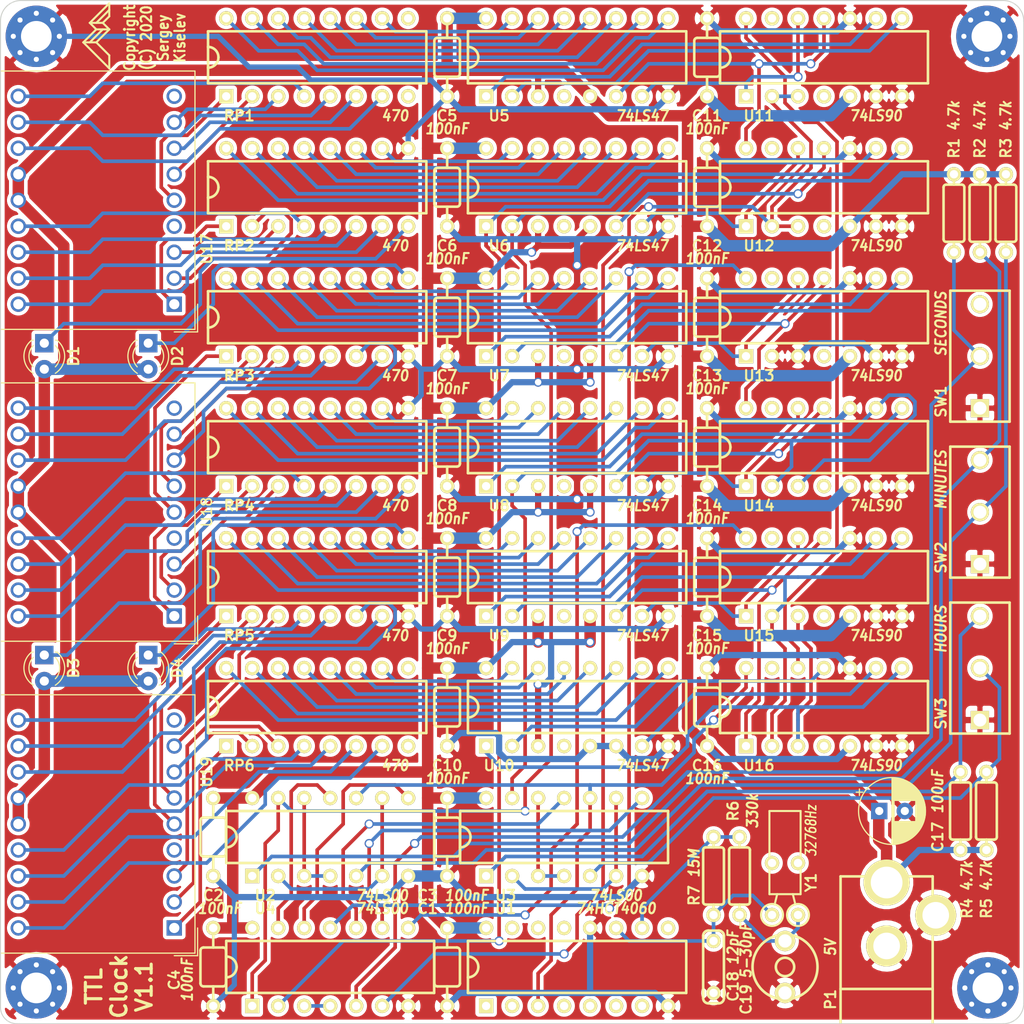
<source format=kicad_pcb>
(kicad_pcb (version 20171130) (host pcbnew "(5.1.8)-1")
  (title_block (title "TTL Clock") (date 2020-12-03) (rev 1.1) (company "Sergey Kiselev") (comment 1 "License: GPLv3"))
  (layers (0 F.Cu signal hide) (31 B.Cu signal) (34 B.Paste user) (35 F.Paste user) (36 B.SilkS user) (37 F.SilkS user) (38 B.Mask user) (39 F.Mask user) (44 Edge.Cuts user))
  (net 0 "")
  (net 1 /1Hz)
  (net 2 /2Hz)
  (net 3 /HOURS)
  (net 4 /HOURS_OUT)
  (net 5 /MINUTES)
  (net 6 /MINUTES_OUT)
  (net 7 /SECONDS_RESET)
  (net 8 GND)
  (net 9 VCC)
  (net 10 "Net-(C18-Pad1)")
  (net 11 "Net-(C19-Pad1)")
  (net 12 "Net-(R1-Pad1)")
  (net 13 "Net-(R2-Pad1)")
  (net 14 "Net-(R3-Pad1)")
  (net 15 "Net-(R4-Pad1)")
  (net 16 "Net-(R5-Pad1)")
  (net 17 "Net-(R6-Pad1)")
  (net 18 "Net-(RP1-Pad1)")
  (net 19 "Net-(RP1-Pad2)")
  (net 20 "Net-(RP1-Pad3)")
  (net 21 "Net-(RP1-Pad4)")
  (net 22 "Net-(RP1-Pad5)")
  (net 23 "Net-(RP1-Pad6)")
  (net 24 "Net-(RP1-Pad7)")
  (net 25 "Net-(RP2-Pad1)")
  (net 26 "Net-(RP2-Pad2)")
  (net 27 "Net-(RP2-Pad3)")
  (net 28 "Net-(RP2-Pad4)")
  (net 29 "Net-(RP2-Pad5)")
  (net 30 "Net-(RP2-Pad6)")
  (net 31 "Net-(RP2-Pad7)")
  (net 32 "Net-(RP3-Pad1)")
  (net 33 "Net-(RP3-Pad2)")
  (net 34 "Net-(RP3-Pad3)")
  (net 35 "Net-(RP3-Pad4)")
  (net 36 "Net-(RP3-Pad5)")
  (net 37 "Net-(RP3-Pad6)")
  (net 38 "Net-(RP3-Pad7)")
  (net 39 "Net-(RP4-Pad1)")
  (net 40 "Net-(RP4-Pad2)")
  (net 41 "Net-(RP4-Pad3)")
  (net 42 "Net-(RP4-Pad4)")
  (net 43 "Net-(RP4-Pad5)")
  (net 44 "Net-(RP4-Pad6)")
  (net 45 "Net-(RP4-Pad7)")
  (net 46 "Net-(RP5-Pad1)")
  (net 47 "Net-(RP5-Pad2)")
  (net 48 "Net-(RP5-Pad3)")
  (net 49 "Net-(RP5-Pad4)")
  (net 50 "Net-(RP5-Pad5)")
  (net 51 "Net-(RP5-Pad6)")
  (net 52 "Net-(RP5-Pad7)")
  (net 53 "Net-(RP6-Pad1)")
  (net 54 "Net-(RP6-Pad2)")
  (net 55 "Net-(RP6-Pad3)")
  (net 56 "Net-(RP6-Pad4)")
  (net 57 "Net-(RP6-Pad5)")
  (net 58 "Net-(RP6-Pad6)")
  (net 59 "Net-(RP6-Pad7)")
  (net 60 "Net-(U1-Pad1)")
  (net 61 "Net-(U1-Pad2)")
  (net 62 "Net-(U1-Pad4)")
  (net 63 "Net-(U1-Pad5)")
  (net 64 "Net-(U1-Pad6)")
  (net 65 "Net-(U1-Pad7)")
  (net 66 "Net-(U1-Pad9)")
  (net 67 "Net-(U1-Pad13)")
  (net 68 "Net-(U1-Pad14)")
  (net 69 "Net-(U1-Pad15)")
  (net 70 "Net-(U2-Pad2)")
  (net 71 "Net-(U2-Pad12)")
  (net 72 "Net-(U2-Pad8)")
  (net 73 "Net-(U2-Pad11)")
  (net 74 "Net-(U3-Pad2)")
  (net 75 "Net-(U3-Pad12)")
  (net 76 "Net-(U3-Pad8)")
  (net 77 "Net-(U3-Pad11)")
  (net 78 "Net-(U12-Pad9)")
  (net 79 "Net-(U4-Pad3)")
  (net 80 "Net-(U11-Pad9)")
  (net 81 "Net-(U11-Pad8)")
  (net 82 "Net-(U5-Pad4)")
  (net 83 "Net-(U11-Pad11)")
  (net 84 "Net-(U11-Pad1)")
  (net 85 "Net-(U6-Pad4)")
  (net 86 "Net-(U12-Pad11)")
  (net 87 "Net-(U12-Pad1)")
  (net 88 "Net-(U13-Pad9)")
  (net 89 "Net-(U13-Pad8)")
  (net 90 "Net-(U7-Pad4)")
  (net 91 "Net-(U13-Pad11)")
  (net 92 "Net-(U13-Pad1)")
  (net 93 "Net-(U14-Pad3)")
  (net 94 "Net-(U8-Pad4)")
  (net 95 "Net-(U14-Pad11)")
  (net 96 "Net-(U14-Pad1)")
  (net 97 "Net-(U15-Pad9)")
  (net 98 "Net-(U15-Pad2)")
  (net 99 "Net-(U9-Pad4)")
  (net 100 "Net-(U15-Pad11)")
  (net 101 "Net-(U15-Pad1)")
  (net 102 "Net-(U10-Pad1)")
  (net 103 "Net-(U10-Pad2)")
  (net 104 "Net-(U10-Pad4)")
  (net 105 "Net-(U10-Pad7)")
  (net 106 "Net-(D1-Pad1)")
  (net 107 "Net-(D2-Pad1)")
  (net 108 "Net-(D3-Pad1)")
  (net 109 "Net-(D4-Pad1)")
  (net 110 "Net-(RP1-Pad8)")
  (net 111 "Net-(RP1-Pad9)")
  (net 112 "Net-(RP1-Pad10)")
  (net 113 "Net-(RP1-Pad11)")
  (net 114 "Net-(RP1-Pad12)")
  (net 115 "Net-(RP1-Pad13)")
  (net 116 "Net-(RP1-Pad14)")
  (net 117 "Net-(RP2-Pad14)")
  (net 118 "Net-(RP2-Pad13)")
  (net 119 "Net-(RP2-Pad12)")
  (net 120 "Net-(RP2-Pad11)")
  (net 121 "Net-(RP2-Pad10)")
  (net 122 "Net-(RP3-Pad14)")
  (net 123 "Net-(RP3-Pad13)")
  (net 124 "Net-(RP3-Pad12)")
  (net 125 "Net-(RP3-Pad11)")
  (net 126 "Net-(RP3-Pad10)")
  (net 127 "Net-(RP4-Pad10)")
  (net 128 "Net-(RP4-Pad11)")
  (net 129 "Net-(RP4-Pad12)")
  (net 130 "Net-(RP4-Pad13)")
  (net 131 "Net-(RP4-Pad14)")
  (net 132 "Net-(RP5-Pad10)")
  (net 133 "Net-(RP5-Pad11)")
  (net 134 "Net-(RP5-Pad12)")
  (net 135 "Net-(RP5-Pad13)")
  (net 136 "Net-(RP5-Pad14)")
  (net 137 "Net-(RP6-Pad8)")
  (net 138 "Net-(RP6-Pad9)")
  (net 139 "Net-(RP6-Pad10)")
  (net 140 "Net-(RP6-Pad11)")
  (net 141 "Net-(RP6-Pad12)")
  (net 142 "Net-(RP6-Pad13)")
  (net 143 "Net-(RP6-Pad14)")
  (net 144 "Net-(U17-Pad4)")
  (net 145 "Net-(U17-Pad9)")
  (net 146 "Net-(U18-Pad9)")
  (net 147 "Net-(U18-Pad4)")
  (net 148 "Net-(U19-Pad4)")
  (net 149 "Net-(U19-Pad9)")
  (net 150 "Net-(RP1-Pad16)")
  (net 151 "Net-(RP1-Pad15)")
  (net 152 "Net-(RP2-Pad15)")
  (net 153 "Net-(RP3-Pad15)")
  (net 154 "Net-(RP4-Pad15)")
  (net 155 "Net-(RP5-Pad15)")
  (net 156 "Net-(RP6-Pad16)")
  (net 157 "Net-(RP6-Pad15)")
  (net 158 "Net-(RP2-Pad16)")
  (net 159 "Net-(RP3-Pad16)")
  (net 160 "Net-(RP4-Pad16)")
  (net 161 "Net-(RP5-Pad16)")
  (net 162 "Net-(SW1-Pad3)")
  (module MountingHole:MountingHole_3mm_Pad_Via (layer F.Cu) (at 173.5 173.5 90)
    (fp_text reference HOLE3 hide)
    (fp_text value CONN_1)
    (pad 1 thru_hole circle (at 1.59099 -1.59099 90) (size 0.8 0.8) (drill 0.5) (layers *.Cu *.Mask) (net 8 GND))
    (pad 1 thru_hole circle (at 0 -2.25 90) (size 0.8 0.8) (drill 0.5) (layers *.Cu *.Mask) (net 8 GND))
    (pad 1 thru_hole circle (at -1.59099 -1.59099 90) (size 0.8 0.8) (drill 0.5) (layers *.Cu *.Mask) (net 8 GND))
    (pad 1 thru_hole circle (at -2.25 0 90) (size 0.8 0.8) (drill 0.5) (layers *.Cu *.Mask) (net 8 GND))
    (pad 1 thru_hole circle (at -1.59099 1.59099 90) (size 0.8 0.8) (drill 0.5) (layers *.Cu *.Mask) (net 8 GND))
    (pad 1 thru_hole circle (at 0 2.25 90) (size 0.8 0.8) (drill 0.5) (layers *.Cu *.Mask) (net 8 GND))
    (pad 1 thru_hole circle (at 1.59099 1.59099 90) (size 0.8 0.8) (drill 0.5) (layers *.Cu *.Mask) (net 8 GND))
    (pad 1 thru_hole circle (at 2.25 0 90) (size 0.8 0.8) (drill 0.5) (layers *.Cu *.Mask) (net 8 GND))
    (pad 1 thru_hole circle (at 0 0 90) (size 6 6) (drill 3) (layers *.Cu *.Mask) (net 8 GND))
  )
  (module My_Components:Cap_Cer_762 (layer F.Cu) (at 97.79 171.45 270)
    (fp_text reference C4 (at 1.27 3.81 270) (layer F.SilkS) (effects (font (size 1.016 1.016) (thickness 0.2032))))
    (fp_text value 100nF (at 1.27 2.54 270) (layer F.SilkS) (effects (font (size 1.016 0.9144) (thickness 0.2032) italic)))
    (pad 1 thru_hole circle (at -3.81 0 270) (size 1.397 1.397) (drill 0.8128) (layers *.Cu *.Mask F.SilkS) (net 9 VCC))
    (pad 2 thru_hole circle (at 3.81 0 270) (size 1.397 1.397) (drill 0.8128) (layers *.Cu *.Mask F.SilkS) (net 8 GND))
  )
  (module Display_7Segment:DA56-11SURKWA (layer F.Cu) (at 93.98 167.64 180)
    (fp_text reference U19 (at -3.175 15.24 270) (layer F.SilkS) (effects (font (size 1.016 1.016) (thickness 0.2032))))
    (fp_text value DA56-11SRWA)
    (pad 1 thru_hole rect (at 0 0 180) (size 1.5 1.5) (drill 1) (layers *.Cu *.Mask) (net 53 "Net-(RP6-Pad1)"))
    (pad 2 thru_hole circle (at 0 2.54 180) (size 1.5 1.5) (drill 1) (layers *.Cu *.Mask) (net 54 "Net-(RP6-Pad2)"))
    (pad 3 thru_hole circle (at 0 5.08 180) (size 1.5 1.5) (drill 1) (layers *.Cu *.Mask) (net 55 "Net-(RP6-Pad3)"))
    (pad 4 thru_hole circle (at 0 7.62 180) (size 1.5 1.5) (drill 1) (layers *.Cu *.Mask) (net 148 "Net-(U19-Pad4)"))
    (pad 5 thru_hole circle (at 0 10.16 180) (size 1.5 1.5) (drill 1) (layers *.Cu *.Mask) (net 46 "Net-(RP5-Pad1)"))
    (pad 6 thru_hole circle (at 0 12.7 180) (size 1.5 1.5) (drill 1) (layers *.Cu *.Mask) (net 47 "Net-(RP5-Pad2)"))
    (pad 7 thru_hole circle (at 0 15.24 180) (size 1.5 1.5) (drill 1) (layers *.Cu *.Mask) (net 51 "Net-(RP5-Pad6)"))
    (pad 8 thru_hole circle (at 0 17.78 180) (size 1.5 1.5) (drill 1) (layers *.Cu *.Mask) (net 48 "Net-(RP5-Pad3)"))
    (pad 9 thru_hole circle (at 0 20.32 180) (size 1.5 1.5) (drill 1) (layers *.Cu *.Mask) (net 149 "Net-(U19-Pad9)"))
    (pad 10 thru_hole circle (at 15.24 20.32 180) (size 1.5 1.5) (drill 1) (layers *.Cu *.Mask) (net 49 "Net-(RP5-Pad4)"))
    (pad 11 thru_hole circle (at 15.24 17.78 180) (size 1.5 1.5) (drill 1) (layers *.Cu *.Mask) (net 50 "Net-(RP5-Pad5)"))
    (pad 12 thru_hole circle (at 15.24 15.24 180) (size 1.5 1.5) (drill 1) (layers *.Cu *.Mask) (net 52 "Net-(RP5-Pad7)"))
    (pad 13 thru_hole circle (at 15.24 12.7 180) (size 1.5 1.5) (drill 1) (layers *.Cu *.Mask) (net 9 VCC))
    (pad 14 thru_hole circle (at 15.24 10.16 180) (size 1.5 1.5) (drill 1) (layers *.Cu *.Mask) (net 9 VCC))
    (pad 15 thru_hole circle (at 15.24 7.62 180) (size 1.5 1.5) (drill 1) (layers *.Cu *.Mask) (net 56 "Net-(RP6-Pad4)"))
    (pad 16 thru_hole circle (at 15.24 5.08 180) (size 1.5 1.5) (drill 1) (layers *.Cu *.Mask) (net 57 "Net-(RP6-Pad5)"))
    (pad 17 thru_hole circle (at 15.24 2.54 180) (size 1.5 1.5) (drill 1) (layers *.Cu *.Mask) (net 58 "Net-(RP6-Pad6)"))
    (pad 18 thru_hole circle (at 15.24 0 180) (size 1.5 1.5) (drill 1) (layers *.Cu *.Mask) (net 59 "Net-(RP6-Pad7)"))
  )
  (module My_Components:IC_DIP16_300 (layer F.Cu) (at 107.95 133.35)
    (fp_text reference RP5 (at -7.62 5.715) (layer F.SilkS) (effects (font (size 1.016 1.016) (thickness 0.2032))))
    (fp_text value 470 (at 7.62 5.715) (layer F.SilkS) (effects (font (size 1.016 0.9144) (thickness 0.2032) italic)))
    (pad 1 thru_hole rect (at -8.89 3.81) (size 1.397 1.397) (drill 0.8128) (layers *.Cu *.Mask F.SilkS) (net 46 "Net-(RP5-Pad1)"))
    (pad 2 thru_hole circle (at -6.35 3.81) (size 1.397 1.397) (drill 0.8128) (layers *.Cu *.Mask F.SilkS) (net 47 "Net-(RP5-Pad2)"))
    (pad 3 thru_hole circle (at -3.81 3.81) (size 1.397 1.397) (drill 0.8128) (layers *.Cu *.Mask F.SilkS) (net 48 "Net-(RP5-Pad3)"))
    (pad 4 thru_hole circle (at -1.27 3.81) (size 1.397 1.397) (drill 0.8128) (layers *.Cu *.Mask F.SilkS) (net 49 "Net-(RP5-Pad4)"))
    (pad 5 thru_hole circle (at 1.27 3.81) (size 1.397 1.397) (drill 0.8128) (layers *.Cu *.Mask F.SilkS) (net 50 "Net-(RP5-Pad5)"))
    (pad 6 thru_hole circle (at 3.81 3.81) (size 1.397 1.397) (drill 0.8128) (layers *.Cu *.Mask F.SilkS) (net 51 "Net-(RP5-Pad6)"))
    (pad 7 thru_hole circle (at 6.35 3.81) (size 1.397 1.397) (drill 0.8128) (layers *.Cu *.Mask F.SilkS) (net 52 "Net-(RP5-Pad7)"))
    (pad 8 thru_hole circle (at 8.89 3.81) (size 1.397 1.397) (drill 0.8128) (layers *.Cu *.Mask F.SilkS) (net 8 GND))
    (pad 9 thru_hole circle (at 8.89 -3.81) (size 1.397 1.397) (drill 0.8128) (layers *.Cu *.Mask F.SilkS) (net 109 "Net-(D4-Pad1)"))
    (pad 10 thru_hole circle (at 6.35 -3.81) (size 1.397 1.397) (drill 0.8128) (layers *.Cu *.Mask F.SilkS) (net 132 "Net-(RP5-Pad10)"))
    (pad 11 thru_hole circle (at 3.81 -3.81) (size 1.397 1.397) (drill 0.8128) (layers *.Cu *.Mask F.SilkS) (net 133 "Net-(RP5-Pad11)"))
    (pad 12 thru_hole circle (at 1.27 -3.81) (size 1.397 1.397) (drill 0.8128) (layers *.Cu *.Mask F.SilkS) (net 134 "Net-(RP5-Pad12)"))
    (pad 13 thru_hole circle (at -1.27 -3.81) (size 1.397 1.397) (drill 0.8128) (layers *.Cu *.Mask F.SilkS) (net 135 "Net-(RP5-Pad13)"))
    (pad 14 thru_hole circle (at -3.81 -3.81) (size 1.397 1.397) (drill 0.8128) (layers *.Cu *.Mask F.SilkS) (net 136 "Net-(RP5-Pad14)"))
    (pad 15 thru_hole circle (at -6.35 -3.81) (size 1.397 1.397) (drill 0.8128) (layers *.Cu *.Mask F.SilkS) (net 155 "Net-(RP5-Pad15)"))
    (pad 16 thru_hole circle (at -8.89 -3.81) (size 1.397 1.397) (drill 0.8128) (layers *.Cu *.Mask F.SilkS) (net 161 "Net-(RP5-Pad16)"))
  )
  (module My_Components:IC_DIP16_300 (layer F.Cu) (at 107.95 120.65)
    (fp_text reference RP4 (at -7.62 5.715) (layer F.SilkS) (effects (font (size 1.016 1.016) (thickness 0.2032))))
    (fp_text value 470 (at 7.62 5.715) (layer F.SilkS) (effects (font (size 1.016 0.9144) (thickness 0.2032) italic)))
    (pad 16 thru_hole circle (at -8.89 -3.81) (size 1.397 1.397) (drill 0.8128) (layers *.Cu *.Mask F.SilkS) (net 160 "Net-(RP4-Pad16)"))
    (pad 15 thru_hole circle (at -6.35 -3.81) (size 1.397 1.397) (drill 0.8128) (layers *.Cu *.Mask F.SilkS) (net 154 "Net-(RP4-Pad15)"))
    (pad 14 thru_hole circle (at -3.81 -3.81) (size 1.397 1.397) (drill 0.8128) (layers *.Cu *.Mask F.SilkS) (net 131 "Net-(RP4-Pad14)"))
    (pad 13 thru_hole circle (at -1.27 -3.81) (size 1.397 1.397) (drill 0.8128) (layers *.Cu *.Mask F.SilkS) (net 130 "Net-(RP4-Pad13)"))
    (pad 12 thru_hole circle (at 1.27 -3.81) (size 1.397 1.397) (drill 0.8128) (layers *.Cu *.Mask F.SilkS) (net 129 "Net-(RP4-Pad12)"))
    (pad 11 thru_hole circle (at 3.81 -3.81) (size 1.397 1.397) (drill 0.8128) (layers *.Cu *.Mask F.SilkS) (net 128 "Net-(RP4-Pad11)"))
    (pad 10 thru_hole circle (at 6.35 -3.81) (size 1.397 1.397) (drill 0.8128) (layers *.Cu *.Mask F.SilkS) (net 127 "Net-(RP4-Pad10)"))
    (pad 9 thru_hole circle (at 8.89 -3.81) (size 1.397 1.397) (drill 0.8128) (layers *.Cu *.Mask F.SilkS) (net 8 GND))
    (pad 8 thru_hole circle (at 8.89 3.81) (size 1.397 1.397) (drill 0.8128) (layers *.Cu *.Mask F.SilkS) (net 108 "Net-(D3-Pad1)"))
    (pad 7 thru_hole circle (at 6.35 3.81) (size 1.397 1.397) (drill 0.8128) (layers *.Cu *.Mask F.SilkS) (net 45 "Net-(RP4-Pad7)"))
    (pad 6 thru_hole circle (at 3.81 3.81) (size 1.397 1.397) (drill 0.8128) (layers *.Cu *.Mask F.SilkS) (net 44 "Net-(RP4-Pad6)"))
    (pad 5 thru_hole circle (at 1.27 3.81) (size 1.397 1.397) (drill 0.8128) (layers *.Cu *.Mask F.SilkS) (net 43 "Net-(RP4-Pad5)"))
    (pad 4 thru_hole circle (at -1.27 3.81) (size 1.397 1.397) (drill 0.8128) (layers *.Cu *.Mask F.SilkS) (net 42 "Net-(RP4-Pad4)"))
    (pad 3 thru_hole circle (at -3.81 3.81) (size 1.397 1.397) (drill 0.8128) (layers *.Cu *.Mask F.SilkS) (net 41 "Net-(RP4-Pad3)"))
    (pad 2 thru_hole circle (at -6.35 3.81) (size 1.397 1.397) (drill 0.8128) (layers *.Cu *.Mask F.SilkS) (net 40 "Net-(RP4-Pad2)"))
    (pad 1 thru_hole rect (at -8.89 3.81) (size 1.397 1.397) (drill 0.8128) (layers *.Cu *.Mask F.SilkS) (net 39 "Net-(RP4-Pad1)"))
  )
  (module My_Components:IC_DIP16_300 (layer F.Cu) (at 107.95 107.95)
    (fp_text reference RP3 (at -7.62 5.715) (layer F.SilkS) (effects (font (size 1.016 1.016) (thickness 0.2032))))
    (fp_text value 470 (at 7.62 5.715) (layer F.SilkS) (effects (font (size 1.016 0.9144) (thickness 0.2032) italic)))
    (pad 1 thru_hole rect (at -8.89 3.81) (size 1.397 1.397) (drill 0.8128) (layers *.Cu *.Mask F.SilkS) (net 32 "Net-(RP3-Pad1)"))
    (pad 2 thru_hole circle (at -6.35 3.81) (size 1.397 1.397) (drill 0.8128) (layers *.Cu *.Mask F.SilkS) (net 33 "Net-(RP3-Pad2)"))
    (pad 3 thru_hole circle (at -3.81 3.81) (size 1.397 1.397) (drill 0.8128) (layers *.Cu *.Mask F.SilkS) (net 34 "Net-(RP3-Pad3)"))
    (pad 4 thru_hole circle (at -1.27 3.81) (size 1.397 1.397) (drill 0.8128) (layers *.Cu *.Mask F.SilkS) (net 35 "Net-(RP3-Pad4)"))
    (pad 5 thru_hole circle (at 1.27 3.81) (size 1.397 1.397) (drill 0.8128) (layers *.Cu *.Mask F.SilkS) (net 36 "Net-(RP3-Pad5)"))
    (pad 6 thru_hole circle (at 3.81 3.81) (size 1.397 1.397) (drill 0.8128) (layers *.Cu *.Mask F.SilkS) (net 37 "Net-(RP3-Pad6)"))
    (pad 7 thru_hole circle (at 6.35 3.81) (size 1.397 1.397) (drill 0.8128) (layers *.Cu *.Mask F.SilkS) (net 38 "Net-(RP3-Pad7)"))
    (pad 8 thru_hole circle (at 8.89 3.81) (size 1.397 1.397) (drill 0.8128) (layers *.Cu *.Mask F.SilkS) (net 8 GND))
    (pad 9 thru_hole circle (at 8.89 -3.81) (size 1.397 1.397) (drill 0.8128) (layers *.Cu *.Mask F.SilkS) (net 107 "Net-(D2-Pad1)"))
    (pad 10 thru_hole circle (at 6.35 -3.81) (size 1.397 1.397) (drill 0.8128) (layers *.Cu *.Mask F.SilkS) (net 126 "Net-(RP3-Pad10)"))
    (pad 11 thru_hole circle (at 3.81 -3.81) (size 1.397 1.397) (drill 0.8128) (layers *.Cu *.Mask F.SilkS) (net 125 "Net-(RP3-Pad11)"))
    (pad 12 thru_hole circle (at 1.27 -3.81) (size 1.397 1.397) (drill 0.8128) (layers *.Cu *.Mask F.SilkS) (net 124 "Net-(RP3-Pad12)"))
    (pad 13 thru_hole circle (at -1.27 -3.81) (size 1.397 1.397) (drill 0.8128) (layers *.Cu *.Mask F.SilkS) (net 123 "Net-(RP3-Pad13)"))
    (pad 14 thru_hole circle (at -3.81 -3.81) (size 1.397 1.397) (drill 0.8128) (layers *.Cu *.Mask F.SilkS) (net 122 "Net-(RP3-Pad14)"))
    (pad 15 thru_hole circle (at -6.35 -3.81) (size 1.397 1.397) (drill 0.8128) (layers *.Cu *.Mask F.SilkS) (net 153 "Net-(RP3-Pad15)"))
    (pad 16 thru_hole circle (at -8.89 -3.81) (size 1.397 1.397) (drill 0.8128) (layers *.Cu *.Mask F.SilkS) (net 159 "Net-(RP3-Pad16)"))
  )
  (module Display_7Segment:DA56-11SURKWA (layer F.Cu) (at 93.98 106.68 180)
    (fp_text reference U17 (at -3.175 5.3975 270) (layer F.SilkS) (effects (font (size 1.016 1.016) (thickness 0.2032))))
    (fp_text value DA56-11SRWA)
    (pad 1 thru_hole rect (at 0 0 180) (size 1.5 1.5) (drill 1) (layers *.Cu *.Mask) (net 25 "Net-(RP2-Pad1)"))
    (pad 2 thru_hole circle (at 0 2.54 180) (size 1.5 1.5) (drill 1) (layers *.Cu *.Mask) (net 26 "Net-(RP2-Pad2)"))
    (pad 3 thru_hole circle (at 0 5.08 180) (size 1.5 1.5) (drill 1) (layers *.Cu *.Mask) (net 27 "Net-(RP2-Pad3)"))
    (pad 4 thru_hole circle (at 0 7.62 180) (size 1.5 1.5) (drill 1) (layers *.Cu *.Mask) (net 144 "Net-(U17-Pad4)"))
    (pad 5 thru_hole circle (at 0 10.16 180) (size 1.5 1.5) (drill 1) (layers *.Cu *.Mask) (net 18 "Net-(RP1-Pad1)"))
    (pad 6 thru_hole circle (at 0 12.7 180) (size 1.5 1.5) (drill 1) (layers *.Cu *.Mask) (net 19 "Net-(RP1-Pad2)"))
    (pad 7 thru_hole circle (at 0 15.24 180) (size 1.5 1.5) (drill 1) (layers *.Cu *.Mask) (net 23 "Net-(RP1-Pad6)"))
    (pad 8 thru_hole circle (at 0 17.78 180) (size 1.5 1.5) (drill 1) (layers *.Cu *.Mask) (net 20 "Net-(RP1-Pad3)"))
    (pad 9 thru_hole circle (at 0 20.32 180) (size 1.5 1.5) (drill 1) (layers *.Cu *.Mask) (net 145 "Net-(U17-Pad9)"))
    (pad 10 thru_hole circle (at 15.24 20.32 180) (size 1.5 1.5) (drill 1) (layers *.Cu *.Mask) (net 21 "Net-(RP1-Pad4)"))
    (pad 11 thru_hole circle (at 15.24 17.78 180) (size 1.5 1.5) (drill 1) (layers *.Cu *.Mask) (net 22 "Net-(RP1-Pad5)"))
    (pad 12 thru_hole circle (at 15.24 15.24 180) (size 1.5 1.5) (drill 1) (layers *.Cu *.Mask) (net 24 "Net-(RP1-Pad7)"))
    (pad 13 thru_hole circle (at 15.24 12.7 180) (size 1.5 1.5) (drill 1) (layers *.Cu *.Mask) (net 9 VCC))
    (pad 14 thru_hole circle (at 15.24 10.16 180) (size 1.5 1.5) (drill 1) (layers *.Cu *.Mask) (net 9 VCC))
    (pad 15 thru_hole circle (at 15.24 7.62 180) (size 1.5 1.5) (drill 1) (layers *.Cu *.Mask) (net 28 "Net-(RP2-Pad4)"))
    (pad 16 thru_hole circle (at 15.24 5.08 180) (size 1.5 1.5) (drill 1) (layers *.Cu *.Mask) (net 29 "Net-(RP2-Pad5)"))
    (pad 17 thru_hole circle (at 15.24 2.54 180) (size 1.5 1.5) (drill 1) (layers *.Cu *.Mask) (net 30 "Net-(RP2-Pad6)"))
    (pad 18 thru_hole circle (at 15.24 0 180) (size 1.5 1.5) (drill 1) (layers *.Cu *.Mask) (net 31 "Net-(RP2-Pad7)"))
  )
  (module My_Components:IC_DIP16_300 (layer F.Cu) (at 107.95 95.25)
    (fp_text reference RP2 (at -7.62 5.715) (layer F.SilkS) (effects (font (size 1.016 1.016) (thickness 0.2032))))
    (fp_text value 470 (at 7.62 5.715) (layer F.SilkS) (effects (font (size 1.016 0.9144) (thickness 0.2032) italic)))
    (pad 1 thru_hole rect (at -8.89 3.81) (size 1.397 1.397) (drill 0.8128) (layers *.Cu *.Mask F.SilkS) (net 25 "Net-(RP2-Pad1)"))
    (pad 2 thru_hole circle (at -6.35 3.81) (size 1.397 1.397) (drill 0.8128) (layers *.Cu *.Mask F.SilkS) (net 26 "Net-(RP2-Pad2)"))
    (pad 3 thru_hole circle (at -3.81 3.81) (size 1.397 1.397) (drill 0.8128) (layers *.Cu *.Mask F.SilkS) (net 27 "Net-(RP2-Pad3)"))
    (pad 4 thru_hole circle (at -1.27 3.81) (size 1.397 1.397) (drill 0.8128) (layers *.Cu *.Mask F.SilkS) (net 28 "Net-(RP2-Pad4)"))
    (pad 5 thru_hole circle (at 1.27 3.81) (size 1.397 1.397) (drill 0.8128) (layers *.Cu *.Mask F.SilkS) (net 29 "Net-(RP2-Pad5)"))
    (pad 6 thru_hole circle (at 3.81 3.81) (size 1.397 1.397) (drill 0.8128) (layers *.Cu *.Mask F.SilkS) (net 30 "Net-(RP2-Pad6)"))
    (pad 7 thru_hole circle (at 6.35 3.81) (size 1.397 1.397) (drill 0.8128) (layers *.Cu *.Mask F.SilkS) (net 31 "Net-(RP2-Pad7)"))
    (pad 8 thru_hole circle (at 8.89 3.81) (size 1.397 1.397) (drill 0.8128) (layers *.Cu *.Mask F.SilkS) (net 106 "Net-(D1-Pad1)"))
    (pad 9 thru_hole circle (at 8.89 -3.81) (size 1.397 1.397) (drill 0.8128) (layers *.Cu *.Mask F.SilkS) (net 8 GND))
    (pad 10 thru_hole circle (at 6.35 -3.81) (size 1.397 1.397) (drill 0.8128) (layers *.Cu *.Mask F.SilkS) (net 121 "Net-(RP2-Pad10)"))
    (pad 11 thru_hole circle (at 3.81 -3.81) (size 1.397 1.397) (drill 0.8128) (layers *.Cu *.Mask F.SilkS) (net 120 "Net-(RP2-Pad11)"))
    (pad 12 thru_hole circle (at 1.27 -3.81) (size 1.397 1.397) (drill 0.8128) (layers *.Cu *.Mask F.SilkS) (net 119 "Net-(RP2-Pad12)"))
    (pad 13 thru_hole circle (at -1.27 -3.81) (size 1.397 1.397) (drill 0.8128) (layers *.Cu *.Mask F.SilkS) (net 118 "Net-(RP2-Pad13)"))
    (pad 14 thru_hole circle (at -3.81 -3.81) (size 1.397 1.397) (drill 0.8128) (layers *.Cu *.Mask F.SilkS) (net 117 "Net-(RP2-Pad14)"))
    (pad 15 thru_hole circle (at -6.35 -3.81) (size 1.397 1.397) (drill 0.8128) (layers *.Cu *.Mask F.SilkS) (net 152 "Net-(RP2-Pad15)"))
    (pad 16 thru_hole circle (at -8.89 -3.81) (size 1.397 1.397) (drill 0.8128) (layers *.Cu *.Mask F.SilkS) (net 158 "Net-(RP2-Pad16)"))
  )
  (module My_Components:Cap_Cer_762 (layer F.Cu) (at 120.65 82.55 270)
    (fp_text reference C5 (at 5.715 0) (layer F.SilkS) (effects (font (size 1.016 1.016) (thickness 0.2032))))
    (fp_text value 100nF (at 6.985 0) (layer F.SilkS) (effects (font (size 1.016 0.9144) (thickness 0.2032) italic)))
    (pad 2 thru_hole circle (at 3.81 0 270) (size 1.397 1.397) (drill 0.8128) (layers *.Cu *.Mask F.SilkS) (net 8 GND))
    (pad 1 thru_hole circle (at -3.81 0 270) (size 1.397 1.397) (drill 0.8128) (layers *.Cu *.Mask F.SilkS) (net 9 VCC))
  )
  (module My_Components:IC_DIP16_300 (layer F.Cu) (at 107.95 82.55)
    (fp_text reference RP1 (at -7.62 5.715) (layer F.SilkS) (effects (font (size 1.016 1.016) (thickness 0.2032))))
    (fp_text value 470 (at 7.62 5.715) (layer F.SilkS) (effects (font (size 1.016 0.9144) (thickness 0.2032) italic)))
    (pad 16 thru_hole circle (at -8.89 -3.81) (size 1.397 1.397) (drill 0.8128) (layers *.Cu *.Mask F.SilkS) (net 150 "Net-(RP1-Pad16)"))
    (pad 15 thru_hole circle (at -6.35 -3.81) (size 1.397 1.397) (drill 0.8128) (layers *.Cu *.Mask F.SilkS) (net 151 "Net-(RP1-Pad15)"))
    (pad 14 thru_hole circle (at -3.81 -3.81) (size 1.397 1.397) (drill 0.8128) (layers *.Cu *.Mask F.SilkS) (net 116 "Net-(RP1-Pad14)"))
    (pad 13 thru_hole circle (at -1.27 -3.81) (size 1.397 1.397) (drill 0.8128) (layers *.Cu *.Mask F.SilkS) (net 115 "Net-(RP1-Pad13)"))
    (pad 12 thru_hole circle (at 1.27 -3.81) (size 1.397 1.397) (drill 0.8128) (layers *.Cu *.Mask F.SilkS) (net 114 "Net-(RP1-Pad12)"))
    (pad 11 thru_hole circle (at 3.81 -3.81) (size 1.397 1.397) (drill 0.8128) (layers *.Cu *.Mask F.SilkS) (net 113 "Net-(RP1-Pad11)"))
    (pad 10 thru_hole circle (at 6.35 -3.81) (size 1.397 1.397) (drill 0.8128) (layers *.Cu *.Mask F.SilkS) (net 112 "Net-(RP1-Pad10)"))
    (pad 9 thru_hole circle (at 8.89 -3.81) (size 1.397 1.397) (drill 0.8128) (layers *.Cu *.Mask F.SilkS) (net 111 "Net-(RP1-Pad9)"))
    (pad 8 thru_hole circle (at 8.89 3.81) (size 1.397 1.397) (drill 0.8128) (layers *.Cu *.Mask F.SilkS) (net 110 "Net-(RP1-Pad8)"))
    (pad 7 thru_hole circle (at 6.35 3.81) (size 1.397 1.397) (drill 0.8128) (layers *.Cu *.Mask F.SilkS) (net 24 "Net-(RP1-Pad7)"))
    (pad 6 thru_hole circle (at 3.81 3.81) (size 1.397 1.397) (drill 0.8128) (layers *.Cu *.Mask F.SilkS) (net 23 "Net-(RP1-Pad6)"))
    (pad 5 thru_hole circle (at 1.27 3.81) (size 1.397 1.397) (drill 0.8128) (layers *.Cu *.Mask F.SilkS) (net 22 "Net-(RP1-Pad5)"))
    (pad 4 thru_hole circle (at -1.27 3.81) (size 1.397 1.397) (drill 0.8128) (layers *.Cu *.Mask F.SilkS) (net 21 "Net-(RP1-Pad4)"))
    (pad 3 thru_hole circle (at -3.81 3.81) (size 1.397 1.397) (drill 0.8128) (layers *.Cu *.Mask F.SilkS) (net 20 "Net-(RP1-Pad3)"))
    (pad 2 thru_hole circle (at -6.35 3.81) (size 1.397 1.397) (drill 0.8128) (layers *.Cu *.Mask F.SilkS) (net 19 "Net-(RP1-Pad2)"))
    (pad 1 thru_hole rect (at -8.89 3.81) (size 1.397 1.397) (drill 0.8128) (layers *.Cu *.Mask F.SilkS) (net 18 "Net-(RP1-Pad1)"))
  )
  (module My_Components:Cap_Cer_762 (layer F.Cu) (at 120.65 171.45 270)
    (fp_text reference C1 (at -5.715 1.905) (layer F.SilkS) (effects (font (size 1.016 1.016) (thickness 0.2032))))
    (fp_text value 100nF (at -5.715 -1.905) (layer F.SilkS) (effects (font (size 1.016 0.9144) (thickness 0.2032) italic)))
    (pad 2 thru_hole circle (at 3.81 0 270) (size 1.397 1.397) (drill 0.8128) (layers *.Cu *.Mask F.SilkS) (net 8 GND))
    (pad 1 thru_hole circle (at -3.81 0 270) (size 1.397 1.397) (drill 0.8128) (layers *.Cu *.Mask F.SilkS) (net 9 VCC))
  )
  (module My_Components:Cap_Cer_762 (layer F.Cu) (at 97.79 158.75 270)
    (fp_text reference C2 (at 5.715 0) (layer F.SilkS) (effects (font (size 1.016 1.016) (thickness 0.2032))))
    (fp_text value 100nF (at 6.985 -0.635) (layer F.SilkS) (effects (font (size 1.016 0.9144) (thickness 0.2032) italic)))
    (pad 1 thru_hole circle (at -3.81 0 270) (size 1.397 1.397) (drill 0.8128) (layers *.Cu *.Mask F.SilkS) (net 9 VCC))
    (pad 2 thru_hole circle (at 3.81 0 270) (size 1.397 1.397) (drill 0.8128) (layers *.Cu *.Mask F.SilkS) (net 8 GND))
  )
  (module My_Components:Cap_Cer_762 (layer F.Cu) (at 120.65 158.75 270)
    (fp_text reference C3 (at 5.715 1.905) (layer F.SilkS) (effects (font (size 1.016 1.016) (thickness 0.2032))))
    (fp_text value 100nF (at 5.715 -1.905) (layer F.SilkS) (effects (font (size 1.016 0.9144) (thickness 0.2032) italic)))
    (pad 2 thru_hole circle (at 3.81 0 270) (size 1.397 1.397) (drill 0.8128) (layers *.Cu *.Mask F.SilkS) (net 8 GND))
    (pad 1 thru_hole circle (at -3.81 0 270) (size 1.397 1.397) (drill 0.8128) (layers *.Cu *.Mask F.SilkS) (net 9 VCC))
  )
  (module My_Components:Cap_Cer_762 (layer F.Cu) (at 120.65 95.25 270)
    (fp_text reference C6 (at 5.715 0) (layer F.SilkS) (effects (font (size 1.016 1.016) (thickness 0.2032))))
    (fp_text value 100nF (at 6.985 0) (layer F.SilkS) (effects (font (size 1.016 0.9144) (thickness 0.2032) italic)))
    (pad 1 thru_hole circle (at -3.81 0 270) (size 1.397 1.397) (drill 0.8128) (layers *.Cu *.Mask F.SilkS) (net 9 VCC))
    (pad 2 thru_hole circle (at 3.81 0 270) (size 1.397 1.397) (drill 0.8128) (layers *.Cu *.Mask F.SilkS) (net 8 GND))
  )
  (module My_Components:Cap_Cer_762 (layer F.Cu) (at 120.65 107.95 270)
    (fp_text reference C7 (at 5.715 0) (layer F.SilkS) (effects (font (size 1.016 1.016) (thickness 0.2032))))
    (fp_text value 100nF (at 6.985 0) (layer F.SilkS) (effects (font (size 1.016 0.9144) (thickness 0.2032) italic)))
    (pad 2 thru_hole circle (at 3.81 0 270) (size 1.397 1.397) (drill 0.8128) (layers *.Cu *.Mask F.SilkS) (net 8 GND))
    (pad 1 thru_hole circle (at -3.81 0 270) (size 1.397 1.397) (drill 0.8128) (layers *.Cu *.Mask F.SilkS) (net 9 VCC))
  )
  (module My_Components:Cap_Cer_762 (layer F.Cu) (at 120.65 120.65 270)
    (fp_text reference C8 (at 5.715 0) (layer F.SilkS) (effects (font (size 1.016 1.016) (thickness 0.2032))))
    (fp_text value 100nF (at 6.985 0) (layer F.SilkS) (effects (font (size 1.016 0.9144) (thickness 0.2032) italic)))
    (pad 1 thru_hole circle (at -3.81 0 270) (size 1.397 1.397) (drill 0.8128) (layers *.Cu *.Mask F.SilkS) (net 9 VCC))
    (pad 2 thru_hole circle (at 3.81 0 270) (size 1.397 1.397) (drill 0.8128) (layers *.Cu *.Mask F.SilkS) (net 8 GND))
  )
  (module My_Components:Cap_Cer_762 (layer F.Cu) (at 120.65 133.35 270)
    (fp_text reference C9 (at 5.715 0) (layer F.SilkS) (effects (font (size 1.016 1.016) (thickness 0.2032))))
    (fp_text value 100nF (at 6.985 0) (layer F.SilkS) (effects (font (size 1.016 0.9144) (thickness 0.2032) italic)))
    (pad 2 thru_hole circle (at 3.81 0 270) (size 1.397 1.397) (drill 0.8128) (layers *.Cu *.Mask F.SilkS) (net 8 GND))
    (pad 1 thru_hole circle (at -3.81 0 270) (size 1.397 1.397) (drill 0.8128) (layers *.Cu *.Mask F.SilkS) (net 9 VCC))
  )
  (module My_Components:Cap_Cer_762 (layer F.Cu) (at 120.65 146.05 270)
    (fp_text reference C10 (at 5.715 0) (layer F.SilkS) (effects (font (size 1.016 1.016) (thickness 0.2032))))
    (fp_text value 100nF (at 6.985 0) (layer F.SilkS) (effects (font (size 1.016 0.9144) (thickness 0.2032) italic)))
    (pad 1 thru_hole circle (at -3.81 0 270) (size 1.397 1.397) (drill 0.8128) (layers *.Cu *.Mask F.SilkS) (net 9 VCC))
    (pad 2 thru_hole circle (at 3.81 0 270) (size 1.397 1.397) (drill 0.8128) (layers *.Cu *.Mask F.SilkS) (net 8 GND))
  )
  (module My_Components:Cap_Cer_762 (layer F.Cu) (at 146.05 82.55 90)
    (fp_text reference C11 (at -5.715 0 180) (layer F.SilkS) (effects (font (size 1.016 1.016) (thickness 0.2032))))
    (fp_text value 100nF (at -6.985 0 180) (layer F.SilkS) (effects (font (size 1.016 0.9144) (thickness 0.2032) italic)))
    (pad 2 thru_hole circle (at 3.81 0 90) (size 1.397 1.397) (drill 0.8128) (layers *.Cu *.Mask F.SilkS) (net 8 GND))
    (pad 1 thru_hole circle (at -3.81 0 90) (size 1.397 1.397) (drill 0.8128) (layers *.Cu *.Mask F.SilkS) (net 9 VCC))
  )
  (module My_Components:Cap_Cer_762 (layer F.Cu) (at 146.05 95.25 90)
    (fp_text reference C12 (at -5.715 0 180) (layer F.SilkS) (effects (font (size 1.016 1.016) (thickness 0.2032))))
    (fp_text value 100nF (at -6.985 0 180) (layer F.SilkS) (effects (font (size 1.016 0.9144) (thickness 0.2032) italic)))
    (pad 1 thru_hole circle (at -3.81 0 90) (size 1.397 1.397) (drill 0.8128) (layers *.Cu *.Mask F.SilkS) (net 9 VCC))
    (pad 2 thru_hole circle (at 3.81 0 90) (size 1.397 1.397) (drill 0.8128) (layers *.Cu *.Mask F.SilkS) (net 8 GND))
  )
  (module My_Components:Cap_Cer_762 (layer F.Cu) (at 146.05 107.95 90)
    (fp_text reference C13 (at -5.715 0 180) (layer F.SilkS) (effects (font (size 1.016 1.016) (thickness 0.2032))))
    (fp_text value 100nF (at -6.985 0 180) (layer F.SilkS) (effects (font (size 1.016 0.9144) (thickness 0.2032) italic)))
    (pad 2 thru_hole circle (at 3.81 0 90) (size 1.397 1.397) (drill 0.8128) (layers *.Cu *.Mask F.SilkS) (net 8 GND))
    (pad 1 thru_hole circle (at -3.81 0 90) (size 1.397 1.397) (drill 0.8128) (layers *.Cu *.Mask F.SilkS) (net 9 VCC))
  )
  (module My_Components:Cap_Cer_762 (layer F.Cu) (at 146.05 120.65 90)
    (fp_text reference C14 (at -5.715 0 180) (layer F.SilkS) (effects (font (size 1.016 1.016) (thickness 0.2032))))
    (fp_text value 100nF (at -6.985 0 180) (layer F.SilkS) (effects (font (size 1.016 0.9144) (thickness 0.2032) italic)))
    (pad 1 thru_hole circle (at -3.81 0 90) (size 1.397 1.397) (drill 0.8128) (layers *.Cu *.Mask F.SilkS) (net 9 VCC))
    (pad 2 thru_hole circle (at 3.81 0 90) (size 1.397 1.397) (drill 0.8128) (layers *.Cu *.Mask F.SilkS) (net 8 GND))
  )
  (module My_Components:Cap_Cer_762 (layer F.Cu) (at 146.05 133.35 90)
    (fp_text reference C15 (at -5.715 0 180) (layer F.SilkS) (effects (font (size 1.016 1.016) (thickness 0.2032))))
    (fp_text value 100nF (at -6.985 0 180) (layer F.SilkS) (effects (font (size 1.016 0.9144) (thickness 0.2032) italic)))
    (pad 1 thru_hole circle (at -3.81 0 90) (size 1.397 1.397) (drill 0.8128) (layers *.Cu *.Mask F.SilkS) (net 9 VCC))
    (pad 2 thru_hole circle (at 3.81 0 90) (size 1.397 1.397) (drill 0.8128) (layers *.Cu *.Mask F.SilkS) (net 8 GND))
  )
  (module My_Components:Cap_Cer_762 (layer F.Cu) (at 146.05 146.05 90)
    (fp_text reference C16 (at -5.715 0 180) (layer F.SilkS) (effects (font (size 1.016 1.016) (thickness 0.2032))))
    (fp_text value 100nF (at -6.985 0 180) (layer F.SilkS) (effects (font (size 1.016 0.9144) (thickness 0.2032) italic)))
    (pad 2 thru_hole circle (at 3.81 0 90) (size 1.397 1.397) (drill 0.8128) (layers *.Cu *.Mask F.SilkS) (net 8 GND))
    (pad 1 thru_hole circle (at -3.81 0 90) (size 1.397 1.397) (drill 0.8128) (layers *.Cu *.Mask F.SilkS) (net 9 VCC))
  )
  (module Capacitor_THT:CP_Radial_D6.3mm_P2.50mm (layer F.Cu) (at 162.8775 156.21)
    (fp_text reference C17 (at 5.715 2.54 90) (layer F.SilkS) (effects (font (size 1.016 1.016) (thickness 0.2032))))
    (fp_text value 100uF (at 5.715 -1.905 90) (layer F.SilkS) (effects (font (size 1.016 0.9144) (thickness 0.2032) italic)))
    (pad 1 thru_hole rect (at 0 0) (size 1.6 1.6) (drill 0.8) (layers *.Cu *.Mask) (net 9 VCC))
    (pad 2 thru_hole circle (at 2.5 0) (size 1.6 1.6) (drill 0.8) (layers *.Cu *.Mask) (net 8 GND))
  )
  (module My_Components:Cap_Cer_508 (layer F.Cu) (at 146.685 171.45 270)
    (fp_text reference C18 (at 1.905 -1.905 270) (layer F.SilkS) (effects (font (size 1.016 1.016) (thickness 0.2032))))
    (fp_text value 12pF (at -1.905 -1.905 270) (layer F.SilkS) (effects (font (size 1.016 0.9144) (thickness 0.2032) italic)))
    (pad 1 thru_hole circle (at -2.54 0 270) (size 1.397 1.397) (drill 0.8128) (layers *.Cu *.Mask F.SilkS) (net 10 "Net-(C18-Pad1)"))
    (pad 2 thru_hole circle (at 2.54 0 270) (size 1.397 1.397) (drill 0.8128) (layers *.Cu *.Mask F.SilkS) (net 8 GND))
  )
  (module My_Components:C_Trim_Murata (layer F.Cu) (at 153.67 171.45 90)
    (fp_text reference C19 (at -3.175 -3.81 90) (layer F.SilkS) (effects (font (size 1.016 1.016) (thickness 0.2032))))
    (fp_text value 5-30pF (at 1.5875 -3.81 90) (layer F.SilkS) (effects (font (size 1.016 0.9144) (thickness 0.2032) italic)))
    (pad 1 thru_hole circle (at 2.54 0 90) (size 1.99898 1.99898) (drill 1.30048) (layers *.Cu *.Mask F.SilkS) (net 11 "Net-(C19-Pad1)"))
    (pad 2 thru_hole circle (at -2.54 0 90) (size 1.99898 1.99898) (drill 1.30048) (layers *.Cu *.Mask F.SilkS) (net 8 GND))
  )
  (module LED_THT:LED_D3.0mm_FlatTop (layer F.Cu) (at 81.28 110.49 270)
    (fp_text reference D1 (at 1.27 -2.8575 270) (layer F.SilkS) (effects (font (size 1.016 1.016) (thickness 0.2032))))
    (fp_text value LED)
    (pad 2 thru_hole circle (at 2.54 0 270) (size 1.8 1.8) (drill 0.9) (layers *.Cu *.Mask) (net 9 VCC))
    (pad 1 thru_hole rect (at 0 0 270) (size 1.8 1.8) (drill 0.9) (layers *.Cu *.Mask) (net 106 "Net-(D1-Pad1)"))
  )
  (module LED_THT:LED_D3.0mm_FlatTop (layer F.Cu) (at 91.44 110.49 270)
    (fp_text reference D2 (at 1.27 -2.8575 270) (layer F.SilkS) (effects (font (size 1.016 1.016) (thickness 0.2032))))
    (fp_text value LED)
    (pad 1 thru_hole rect (at 0 0 270) (size 1.8 1.8) (drill 0.9) (layers *.Cu *.Mask) (net 107 "Net-(D2-Pad1)"))
    (pad 2 thru_hole circle (at 2.54 0 270) (size 1.8 1.8) (drill 0.9) (layers *.Cu *.Mask) (net 9 VCC))
  )
  (module LED_THT:LED_D3.0mm_FlatTop (layer F.Cu) (at 81.28 140.97 270)
    (fp_text reference D3 (at 1.27 -2.8575 270) (layer F.SilkS) (effects (font (size 1.016 1.016) (thickness 0.2032))))
    (fp_text value LED)
    (pad 2 thru_hole circle (at 2.54 0 270) (size 1.8 1.8) (drill 0.9) (layers *.Cu *.Mask) (net 9 VCC))
    (pad 1 thru_hole rect (at 0 0 270) (size 1.8 1.8) (drill 0.9) (layers *.Cu *.Mask) (net 108 "Net-(D3-Pad1)"))
  )
  (module LED_THT:LED_D3.0mm_FlatTop (layer F.Cu) (at 91.44 140.97 270)
    (fp_text reference D4 (at 1.27 -2.8575 270) (layer F.SilkS) (effects (font (size 1.016 1.016) (thickness 0.2032))))
    (fp_text value LED)
    (pad 1 thru_hole rect (at 0 0 270) (size 1.8 1.8) (drill 0.9) (layers *.Cu *.Mask) (net 109 "Net-(D4-Pad1)"))
    (pad 2 thru_hole circle (at 2.54 0 270) (size 1.8 1.8) (drill 0.9) (layers *.Cu *.Mask) (net 9 VCC))
  )
  (module MountingHole:MountingHole_3mm_Pad_Via (layer F.Cu) (at 80.5 173.5 90)
    (fp_text reference HOLE1 hide)
    (fp_text value CONN_1)
    (pad 1 thru_hole circle (at 1.59099 -1.59099 90) (size 0.8 0.8) (drill 0.5) (layers *.Cu *.Mask) (net 8 GND))
    (pad 1 thru_hole circle (at 0 -2.25 90) (size 0.8 0.8) (drill 0.5) (layers *.Cu *.Mask) (net 8 GND))
    (pad 1 thru_hole circle (at -1.59099 -1.59099 90) (size 0.8 0.8) (drill 0.5) (layers *.Cu *.Mask) (net 8 GND))
    (pad 1 thru_hole circle (at -2.25 0 90) (size 0.8 0.8) (drill 0.5) (layers *.Cu *.Mask) (net 8 GND))
    (pad 1 thru_hole circle (at -1.59099 1.59099 90) (size 0.8 0.8) (drill 0.5) (layers *.Cu *.Mask) (net 8 GND))
    (pad 1 thru_hole circle (at 0 2.25 90) (size 0.8 0.8) (drill 0.5) (layers *.Cu *.Mask) (net 8 GND))
    (pad 1 thru_hole circle (at 1.59099 1.59099 90) (size 0.8 0.8) (drill 0.5) (layers *.Cu *.Mask) (net 8 GND))
    (pad 1 thru_hole circle (at 2.25 0 90) (size 0.8 0.8) (drill 0.5) (layers *.Cu *.Mask) (net 8 GND))
    (pad 1 thru_hole circle (at 0 0 90) (size 6 6) (drill 3) (layers *.Cu *.Mask) (net 8 GND))
  )
  (module MountingHole:MountingHole_3mm_Pad_Via (layer F.Cu) (at 80.5 80.5 90)
    (fp_text reference HOLE2 hide)
    (fp_text value CONN_1)
    (pad 1 thru_hole circle (at 0 0 90) (size 6 6) (drill 3) (layers *.Cu *.Mask) (net 8 GND))
    (pad 1 thru_hole circle (at 2.25 0 90) (size 0.8 0.8) (drill 0.5) (layers *.Cu *.Mask) (net 8 GND))
    (pad 1 thru_hole circle (at 1.59099 1.59099 90) (size 0.8 0.8) (drill 0.5) (layers *.Cu *.Mask) (net 8 GND))
    (pad 1 thru_hole circle (at 0 2.25 90) (size 0.8 0.8) (drill 0.5) (layers *.Cu *.Mask) (net 8 GND))
    (pad 1 thru_hole circle (at -1.59099 1.59099 90) (size 0.8 0.8) (drill 0.5) (layers *.Cu *.Mask) (net 8 GND))
    (pad 1 thru_hole circle (at -2.25 0 90) (size 0.8 0.8) (drill 0.5) (layers *.Cu *.Mask) (net 8 GND))
    (pad 1 thru_hole circle (at -1.59099 -1.59099 90) (size 0.8 0.8) (drill 0.5) (layers *.Cu *.Mask) (net 8 GND))
    (pad 1 thru_hole circle (at 0 -2.25 90) (size 0.8 0.8) (drill 0.5) (layers *.Cu *.Mask) (net 8 GND))
    (pad 1 thru_hole circle (at 1.59099 -1.59099 90) (size 0.8 0.8) (drill 0.5) (layers *.Cu *.Mask) (net 8 GND))
  )
  (module MountingHole:MountingHole_3mm_Pad_Via (layer F.Cu) (at 173.4 80.5 90)
    (fp_text reference HOLE4 hide)
    (fp_text value CONN_1)
    (pad 1 thru_hole circle (at 0 0 90) (size 6 6) (drill 3) (layers *.Cu *.Mask) (net 8 GND))
    (pad 1 thru_hole circle (at 2.25 0 90) (size 0.8 0.8) (drill 0.5) (layers *.Cu *.Mask) (net 8 GND))
    (pad 1 thru_hole circle (at 1.59099 1.59099 90) (size 0.8 0.8) (drill 0.5) (layers *.Cu *.Mask) (net 8 GND))
    (pad 1 thru_hole circle (at 0 2.25 90) (size 0.8 0.8) (drill 0.5) (layers *.Cu *.Mask) (net 8 GND))
    (pad 1 thru_hole circle (at -1.59099 1.59099 90) (size 0.8 0.8) (drill 0.5) (layers *.Cu *.Mask) (net 8 GND))
    (pad 1 thru_hole circle (at -2.25 0 90) (size 0.8 0.8) (drill 0.5) (layers *.Cu *.Mask) (net 8 GND))
    (pad 1 thru_hole circle (at -1.59099 -1.59099 90) (size 0.8 0.8) (drill 0.5) (layers *.Cu *.Mask) (net 8 GND))
    (pad 1 thru_hole circle (at 0 -2.25 90) (size 0.8 0.8) (drill 0.5) (layers *.Cu *.Mask) (net 8 GND))
    (pad 1 thru_hole circle (at 1.59099 -1.59099 90) (size 0.8 0.8) (drill 0.5) (layers *.Cu *.Mask) (net 8 GND))
  )
  (module My_Components:Conn_Power_Jack_Circular_Pads (layer F.Cu) (at 163.6 169.4 90)
    (fp_text reference P1 (at -5.225 -5.485 90) (layer F.SilkS) (effects (font (size 1.016 1.016) (thickness 0.2032))))
    (fp_text value 5V (at -0.145 -5.485 90) (layer F.SilkS) (effects (font (size 1.016 0.9144) (thickness 0.2032) italic)))
    (pad 2 thru_hole circle (at 0 0 90) (size 4 4) (drill 2.6) (layers *.Cu *.Mask F.SilkS) (net 8 GND))
    (pad 1 thru_hole circle (at 6.20014 0 90) (size 4.5 4.5) (drill 3.1) (layers *.Cu *.Mask F.SilkS) (net 9 VCC))
    (pad 3 thru_hole circle (at 2.99974 4.8006 90) (size 4 4) (drill 2.6) (layers *.Cu *.Mask F.SilkS) (net 8 GND))
  )
  (module My_Components:Res_762 (layer F.Cu) (at 170.18 97.79 90)
    (fp_text reference R1 (at 6.35 0 90) (layer F.SilkS) (effects (font (size 1.016 1.016) (thickness 0.2032))))
    (fp_text value 4.7k (at 9.525 0 90) (layer F.SilkS) (effects (font (size 1.016 0.9144) (thickness 0.2032) italic)))
    (pad 2 thru_hole circle (at 3.81 0 90) (size 1.397 1.397) (drill 0.8128) (layers *.Cu *.Mask F.SilkS) (net 9 VCC))
    (pad 1 thru_hole circle (at -3.81 0 90) (size 1.397 1.397) (drill 0.8128) (layers *.Cu *.Mask F.SilkS) (net 12 "Net-(R1-Pad1)"))
  )
  (module My_Components:Res_762 (layer F.Cu) (at 172.72 97.79 90)
    (fp_text reference R2 (at 6.35 0 90) (layer F.SilkS) (effects (font (size 1.016 1.016) (thickness 0.2032))))
    (fp_text value 4.7k (at 9.525 0 90) (layer F.SilkS) (effects (font (size 1.016 0.9144) (thickness 0.2032) italic)))
    (pad 1 thru_hole circle (at -3.81 0 90) (size 1.397 1.397) (drill 0.8128) (layers *.Cu *.Mask F.SilkS) (net 13 "Net-(R2-Pad1)"))
    (pad 2 thru_hole circle (at 3.81 0 90) (size 1.397 1.397) (drill 0.8128) (layers *.Cu *.Mask F.SilkS) (net 9 VCC))
  )
  (module My_Components:Res_762 (layer F.Cu) (at 175.26 97.79 90)
    (fp_text reference R3 (at 6.35 0 90) (layer F.SilkS) (effects (font (size 1.016 1.016) (thickness 0.2032))))
    (fp_text value 4.7k (at 9.525 0 90) (layer F.SilkS) (effects (font (size 1.016 0.9144) (thickness 0.2032) italic)))
    (pad 1 thru_hole circle (at -3.81 0 90) (size 1.397 1.397) (drill 0.8128) (layers *.Cu *.Mask F.SilkS) (net 14 "Net-(R3-Pad1)"))
    (pad 2 thru_hole circle (at 3.81 0 90) (size 1.397 1.397) (drill 0.8128) (layers *.Cu *.Mask F.SilkS) (net 9 VCC))
  )
  (module My_Components:Res_762 (layer F.Cu) (at 170.815 156.21 270)
    (fp_text reference R4 (at 9.525 -0.635 270) (layer F.SilkS) (effects (font (size 1.016 1.016) (thickness 0.2032))))
    (fp_text value 4.7k (at 6.35 -0.635 270) (layer F.SilkS) (effects (font (size 1.016 0.9144) (thickness 0.2032) italic)))
    (pad 2 thru_hole circle (at 3.81 0 270) (size 1.397 1.397) (drill 0.8128) (layers *.Cu *.Mask F.SilkS) (net 9 VCC))
    (pad 1 thru_hole circle (at -3.81 0 270) (size 1.397 1.397) (drill 0.8128) (layers *.Cu *.Mask F.SilkS) (net 15 "Net-(R4-Pad1)"))
  )
  (module My_Components:Res_762 (layer F.Cu) (at 173.355 156.21 270)
    (fp_text reference R5 (at 9.525 0 270) (layer F.SilkS) (effects (font (size 1.016 1.016) (thickness 0.2032))))
    (fp_text value 4.7k (at 6.35 0 270) (layer F.SilkS) (effects (font (size 1.016 0.9144) (thickness 0.2032) italic)))
    (pad 1 thru_hole circle (at -3.81 0 270) (size 1.397 1.397) (drill 0.8128) (layers *.Cu *.Mask F.SilkS) (net 16 "Net-(R5-Pad1)"))
    (pad 2 thru_hole circle (at 3.81 0 270) (size 1.397 1.397) (drill 0.8128) (layers *.Cu *.Mask F.SilkS) (net 9 VCC))
  )
  (module My_Components:Res_762 (layer F.Cu) (at 149.225 162.56 270)
    (fp_text reference R6 (at -6.35 0.635 270) (layer F.SilkS) (effects (font (size 1.016 1.016) (thickness 0.2032))))
    (fp_text value 330k (at -6.35 -1.27 270) (layer F.SilkS) (effects (font (size 1.016 0.9144) (thickness 0.2032) italic)))
    (pad 2 thru_hole circle (at 3.81 0 270) (size 1.397 1.397) (drill 0.8128) (layers *.Cu *.Mask F.SilkS) (net 11 "Net-(C19-Pad1)"))
    (pad 1 thru_hole circle (at -3.81 0 270) (size 1.397 1.397) (drill 0.8128) (layers *.Cu *.Mask F.SilkS) (net 17 "Net-(R6-Pad1)"))
  )
  (module My_Components:Res_762 (layer F.Cu) (at 146.685 162.56 90)
    (fp_text reference R7 (at -1.905 -1.905 90) (layer F.SilkS) (effects (font (size 1.016 1.016) (thickness 0.2032))))
    (fp_text value 15M (at 1.27 -1.905 90) (layer F.SilkS) (effects (font (size 1.016 0.9144) (thickness 0.2032) italic)))
    (pad 1 thru_hole circle (at -3.81 0 90) (size 1.397 1.397) (drill 0.8128) (layers *.Cu *.Mask F.SilkS) (net 10 "Net-(C18-Pad1)"))
    (pad 2 thru_hole circle (at 3.81 0 90) (size 1.397 1.397) (drill 0.8128) (layers *.Cu *.Mask F.SilkS) (net 17 "Net-(R6-Pad1)"))
  )
  (module My_Components:Switch_SPDP_D2F (layer F.Cu) (at 172.72 111.76 90)
    (fp_text reference SW1 (at -4.445 -3.81 90) (layer F.SilkS) (effects (font (size 1.016 1.016) (thickness 0.2032))))
    (fp_text value SECONDS (at 3.175 -3.81 90) (layer F.SilkS) (effects (font (size 1.016 0.9144) (thickness 0.2032) italic)))
    (pad 1 thru_hole rect (at -5.08 0 90) (size 1.778 1.778) (drill 1.27) (layers *.Cu *.Mask F.SilkS) (net 8 GND))
    (pad 2 thru_hole circle (at 0 0 90) (size 1.778 1.778) (drill 1.27) (layers *.Cu *.Mask F.SilkS) (net 12 "Net-(R1-Pad1)"))
    (pad 3 thru_hole circle (at 5.08 0 90) (size 1.778 1.778) (drill 1.27) (layers *.Cu *.Mask F.SilkS) (net 162 "Net-(SW1-Pad3)"))
  )
  (module My_Components:Switch_SPDP_D2F (layer F.Cu) (at 172.72 127 90)
    (fp_text reference SW2 (at -4.445 -3.81 90) (layer F.SilkS) (effects (font (size 1.016 1.016) (thickness 0.2032))))
    (fp_text value MINUTES (at 3.175 -3.81 90) (layer F.SilkS) (effects (font (size 1.016 0.9144) (thickness 0.2032) italic)))
    (pad 3 thru_hole circle (at 5.08 0 90) (size 1.778 1.778) (drill 1.27) (layers *.Cu *.Mask F.SilkS) (net 13 "Net-(R2-Pad1)"))
    (pad 2 thru_hole circle (at 0 0 90) (size 1.778 1.778) (drill 1.27) (layers *.Cu *.Mask F.SilkS) (net 14 "Net-(R3-Pad1)"))
    (pad 1 thru_hole rect (at -5.08 0 90) (size 1.778 1.778) (drill 1.27) (layers *.Cu *.Mask F.SilkS) (net 8 GND))
  )
  (module My_Components:Switch_SPDP_D2F (layer F.Cu) (at 172.72 142.24 90)
    (fp_text reference SW3 (at -4.445 -3.81 90) (layer F.SilkS) (effects (font (size 1.016 1.016) (thickness 0.2032))))
    (fp_text value HOURS (at 3.81 -3.81 90) (layer F.SilkS) (effects (font (size 1.016 0.9144) (thickness 0.2032) italic)))
    (pad 1 thru_hole rect (at -5.08 0 90) (size 1.778 1.778) (drill 1.27) (layers *.Cu *.Mask F.SilkS) (net 8 GND))
    (pad 2 thru_hole circle (at 0 0 90) (size 1.778 1.778) (drill 1.27) (layers *.Cu *.Mask F.SilkS) (net 16 "Net-(R5-Pad1)"))
    (pad 3 thru_hole circle (at 5.08 0 90) (size 1.778 1.778) (drill 1.27) (layers *.Cu *.Mask F.SilkS) (net 15 "Net-(R4-Pad1)"))
  )
  (module My_Components:IC_DIP16_300 (layer F.Cu) (at 133.35 171.45)
    (fp_text reference U1 (at -6.985 -5.715) (layer F.SilkS) (effects (font (size 1.016 1.016) (thickness 0.2032))))
    (fp_text value 74HCT4060 (at 3.81 -5.715) (layer F.SilkS) (effects (font (size 1.016 0.9144) (thickness 0.2032) italic)))
    (pad 1 thru_hole rect (at -8.89 3.81) (size 1.397 1.397) (drill 0.8128) (layers *.Cu *.Mask F.SilkS) (net 60 "Net-(U1-Pad1)"))
    (pad 2 thru_hole circle (at -6.35 3.81) (size 1.397 1.397) (drill 0.8128) (layers *.Cu *.Mask F.SilkS) (net 61 "Net-(U1-Pad2)"))
    (pad 3 thru_hole circle (at -3.81 3.81) (size 1.397 1.397) (drill 0.8128) (layers *.Cu *.Mask F.SilkS) (net 2 /2Hz))
    (pad 4 thru_hole circle (at -1.27 3.81) (size 1.397 1.397) (drill 0.8128) (layers *.Cu *.Mask F.SilkS) (net 62 "Net-(U1-Pad4)"))
    (pad 5 thru_hole circle (at 1.27 3.81) (size 1.397 1.397) (drill 0.8128) (layers *.Cu *.Mask F.SilkS) (net 63 "Net-(U1-Pad5)"))
    (pad 6 thru_hole circle (at 3.81 3.81) (size 1.397 1.397) (drill 0.8128) (layers *.Cu *.Mask F.SilkS) (net 64 "Net-(U1-Pad6)"))
    (pad 7 thru_hole circle (at 6.35 3.81) (size 1.397 1.397) (drill 0.8128) (layers *.Cu *.Mask F.SilkS) (net 65 "Net-(U1-Pad7)"))
    (pad 8 thru_hole circle (at 8.89 3.81) (size 1.397 1.397) (drill 0.8128) (layers *.Cu *.Mask F.SilkS) (net 8 GND))
    (pad 9 thru_hole circle (at 8.89 -3.81) (size 1.397 1.397) (drill 0.8128) (layers *.Cu *.Mask F.SilkS) (net 66 "Net-(U1-Pad9)"))
    (pad 10 thru_hole circle (at 6.35 -3.81) (size 1.397 1.397) (drill 0.8128) (layers *.Cu *.Mask F.SilkS) (net 17 "Net-(R6-Pad1)"))
    (pad 11 thru_hole circle (at 3.81 -3.81) (size 1.397 1.397) (drill 0.8128) (layers *.Cu *.Mask F.SilkS) (net 10 "Net-(C18-Pad1)"))
    (pad 12 thru_hole circle (at 1.27 -3.81) (size 1.397 1.397) (drill 0.8128) (layers *.Cu *.Mask F.SilkS) (net 8 GND))
    (pad 13 thru_hole circle (at -1.27 -3.81) (size 1.397 1.397) (drill 0.8128) (layers *.Cu *.Mask F.SilkS) (net 67 "Net-(U1-Pad13)"))
    (pad 14 thru_hole circle (at -3.81 -3.81) (size 1.397 1.397) (drill 0.8128) (layers *.Cu *.Mask F.SilkS) (net 68 "Net-(U1-Pad14)"))
    (pad 15 thru_hole circle (at -6.35 -3.81) (size 1.397 1.397) (drill 0.8128) (layers *.Cu *.Mask F.SilkS) (net 69 "Net-(U1-Pad15)"))
    (pad 16 thru_hole circle (at -8.89 -3.81) (size 1.397 1.397) (drill 0.8128) (layers *.Cu *.Mask F.SilkS) (net 9 VCC))
  )
  (module My_Components:IC_DIP14_300 (layer F.Cu) (at 109.22 158.75)
    (fp_text reference U2 (at -6.35 5.715) (layer F.SilkS) (effects (font (size 1.016 1.016) (thickness 0.2032))))
    (fp_text value 74LS00 (at 5.08 5.715) (layer F.SilkS) (effects (font (size 1.016 0.9144) (thickness 0.2032) italic)))
    (pad 14 thru_hole circle (at -7.62 -3.81) (size 1.397 1.397) (drill 0.8128) (layers *.Cu *.Mask F.SilkS) (net 9 VCC))
    (pad 13 thru_hole circle (at -5.08 -3.81) (size 1.397 1.397) (drill 0.8128) (layers *.Cu *.Mask F.SilkS) (net 5 /MINUTES))
    (pad 12 thru_hole circle (at -2.54 -3.81) (size 1.397 1.397) (drill 0.8128) (layers *.Cu *.Mask F.SilkS) (net 71 "Net-(U2-Pad12)"))
    (pad 11 thru_hole circle (at 0 -3.81) (size 1.397 1.397) (drill 0.8128) (layers *.Cu *.Mask F.SilkS) (net 73 "Net-(U2-Pad11)"))
    (pad 10 thru_hole circle (at 2.54 -3.81) (size 1.397 1.397) (drill 0.8128) (layers *.Cu *.Mask F.SilkS) (net 2 /2Hz))
    (pad 9 thru_hole circle (at 5.08 -3.81) (size 1.397 1.397) (drill 0.8128) (layers *.Cu *.Mask F.SilkS) (net 70 "Net-(U2-Pad2)"))
    (pad 8 thru_hole circle (at 7.62 -3.81) (size 1.397 1.397) (drill 0.8128) (layers *.Cu *.Mask F.SilkS) (net 72 "Net-(U2-Pad8)"))
    (pad 7 thru_hole circle (at 7.62 3.81) (size 1.397 1.397) (drill 0.8128) (layers *.Cu *.Mask F.SilkS) (net 8 GND))
    (pad 6 thru_hole circle (at 5.08 3.81) (size 1.397 1.397) (drill 0.8128) (layers *.Cu *.Mask F.SilkS) (net 70 "Net-(U2-Pad2)"))
    (pad 5 thru_hole circle (at 2.54 3.81) (size 1.397 1.397) (drill 0.8128) (layers *.Cu *.Mask F.SilkS) (net 14 "Net-(R3-Pad1)"))
    (pad 4 thru_hole circle (at 0 3.81) (size 1.397 1.397) (drill 0.8128) (layers *.Cu *.Mask F.SilkS) (net 71 "Net-(U2-Pad12)"))
    (pad 3 thru_hole circle (at -2.54 3.81) (size 1.397 1.397) (drill 0.8128) (layers *.Cu *.Mask F.SilkS) (net 71 "Net-(U2-Pad12)"))
    (pad 2 thru_hole circle (at -5.08 3.81) (size 1.397 1.397) (drill 0.8128) (layers *.Cu *.Mask F.SilkS) (net 70 "Net-(U2-Pad2)"))
    (pad 1 thru_hole rect (at -7.62 3.81) (size 1.397 1.397) (drill 0.8128) (layers *.Cu *.Mask F.SilkS) (net 13 "Net-(R2-Pad1)"))
  )
  (module My_Components:IC_DIP14_300 (layer F.Cu) (at 132.08 158.75)
    (fp_text reference U3 (at -5.715 5.715) (layer F.SilkS) (effects (font (size 1.016 1.016) (thickness 0.2032))))
    (fp_text value 74LS00 (at 5.08 5.715) (layer F.SilkS) (effects (font (size 1.016 0.9144) (thickness 0.2032) italic)))
    (pad 14 thru_hole circle (at -7.62 -3.81) (size 1.397 1.397) (drill 0.8128) (layers *.Cu *.Mask F.SilkS) (net 9 VCC))
    (pad 13 thru_hole circle (at -5.08 -3.81) (size 1.397 1.397) (drill 0.8128) (layers *.Cu *.Mask F.SilkS) (net 3 /HOURS))
    (pad 12 thru_hole circle (at -2.54 -3.81) (size 1.397 1.397) (drill 0.8128) (layers *.Cu *.Mask F.SilkS) (net 75 "Net-(U3-Pad12)"))
    (pad 11 thru_hole circle (at 0 -3.81) (size 1.397 1.397) (drill 0.8128) (layers *.Cu *.Mask F.SilkS) (net 77 "Net-(U3-Pad11)"))
    (pad 10 thru_hole circle (at 2.54 -3.81) (size 1.397 1.397) (drill 0.8128) (layers *.Cu *.Mask F.SilkS) (net 2 /2Hz))
    (pad 9 thru_hole circle (at 5.08 -3.81) (size 1.397 1.397) (drill 0.8128) (layers *.Cu *.Mask F.SilkS) (net 74 "Net-(U3-Pad2)"))
    (pad 8 thru_hole circle (at 7.62 -3.81) (size 1.397 1.397) (drill 0.8128) (layers *.Cu *.Mask F.SilkS) (net 76 "Net-(U3-Pad8)"))
    (pad 7 thru_hole circle (at 7.62 3.81) (size 1.397 1.397) (drill 0.8128) (layers *.Cu *.Mask F.SilkS) (net 8 GND))
    (pad 6 thru_hole circle (at 5.08 3.81) (size 1.397 1.397) (drill 0.8128) (layers *.Cu *.Mask F.SilkS) (net 74 "Net-(U3-Pad2)"))
    (pad 5 thru_hole circle (at 2.54 3.81) (size 1.397 1.397) (drill 0.8128) (layers *.Cu *.Mask F.SilkS) (net 16 "Net-(R5-Pad1)"))
    (pad 4 thru_hole circle (at 0 3.81) (size 1.397 1.397) (drill 0.8128) (layers *.Cu *.Mask F.SilkS) (net 75 "Net-(U3-Pad12)"))
    (pad 3 thru_hole circle (at -2.54 3.81) (size 1.397 1.397) (drill 0.8128) (layers *.Cu *.Mask F.SilkS) (net 75 "Net-(U3-Pad12)"))
    (pad 2 thru_hole circle (at -5.08 3.81) (size 1.397 1.397) (drill 0.8128) (layers *.Cu *.Mask F.SilkS) (net 74 "Net-(U3-Pad2)"))
    (pad 1 thru_hole rect (at -7.62 3.81) (size 1.397 1.397) (drill 0.8128) (layers *.Cu *.Mask F.SilkS) (net 15 "Net-(R4-Pad1)"))
  )
  (module My_Components:IC_DIP14_300 (layer F.Cu) (at 109.22 171.45)
    (fp_text reference U4 (at -6.35 -5.715) (layer F.SilkS) (effects (font (size 1.016 1.016) (thickness 0.2032))))
    (fp_text value 74LS00 (at 5.08 -5.715) (layer F.SilkS) (effects (font (size 1.016 0.9144) (thickness 0.2032) italic)))
    (pad 1 thru_hole rect (at -7.62 3.81) (size 1.397 1.397) (drill 0.8128) (layers *.Cu *.Mask F.SilkS) (net 5 /MINUTES))
    (pad 2 thru_hole circle (at -5.08 3.81) (size 1.397 1.397) (drill 0.8128) (layers *.Cu *.Mask F.SilkS) (net 78 "Net-(U12-Pad9)"))
    (pad 3 thru_hole circle (at -2.54 3.81) (size 1.397 1.397) (drill 0.8128) (layers *.Cu *.Mask F.SilkS) (net 79 "Net-(U4-Pad3)"))
    (pad 4 thru_hole circle (at 0 3.81) (size 1.397 1.397) (drill 0.8128) (layers *.Cu *.Mask F.SilkS) (net 79 "Net-(U4-Pad3)"))
    (pad 5 thru_hole circle (at 2.54 3.81) (size 1.397 1.397) (drill 0.8128) (layers *.Cu *.Mask F.SilkS) (net 12 "Net-(R1-Pad1)"))
    (pad 6 thru_hole circle (at 5.08 3.81) (size 1.397 1.397) (drill 0.8128) (layers *.Cu *.Mask F.SilkS) (net 7 /SECONDS_RESET))
    (pad 7 thru_hole circle (at 7.62 3.81) (size 1.397 1.397) (drill 0.8128) (layers *.Cu *.Mask F.SilkS) (net 8 GND))
    (pad 8 thru_hole circle (at 7.62 -3.81) (size 1.397 1.397) (drill 0.8128) (layers *.Cu *.Mask F.SilkS) (net 4 /HOURS_OUT))
    (pad 9 thru_hole circle (at 5.08 -3.81) (size 1.397 1.397) (drill 0.8128) (layers *.Cu *.Mask F.SilkS) (net 76 "Net-(U3-Pad8)"))
    (pad 10 thru_hole circle (at 2.54 -3.81) (size 1.397 1.397) (drill 0.8128) (layers *.Cu *.Mask F.SilkS) (net 77 "Net-(U3-Pad11)"))
    (pad 11 thru_hole circle (at 0 -3.81) (size 1.397 1.397) (drill 0.8128) (layers *.Cu *.Mask F.SilkS) (net 6 /MINUTES_OUT))
    (pad 12 thru_hole circle (at -2.54 -3.81) (size 1.397 1.397) (drill 0.8128) (layers *.Cu *.Mask F.SilkS) (net 72 "Net-(U2-Pad8)"))
    (pad 13 thru_hole circle (at -5.08 -3.81) (size 1.397 1.397) (drill 0.8128) (layers *.Cu *.Mask F.SilkS) (net 73 "Net-(U2-Pad11)"))
    (pad 14 thru_hole circle (at -7.62 -3.81) (size 1.397 1.397) (drill 0.8128) (layers *.Cu *.Mask F.SilkS) (net 9 VCC))
  )
  (module My_Components:IC_DIP16_300 (layer F.Cu) (at 133.35 82.55)
    (fp_text reference U5 (at -7.62 5.715) (layer F.SilkS) (effects (font (size 1.016 1.016) (thickness 0.2032))))
    (fp_text value 74LS47 (at 6.35 5.715) (layer F.SilkS) (effects (font (size 1.016 0.9144) (thickness 0.2032) italic)))
    (pad 16 thru_hole circle (at -8.89 -3.81) (size 1.397 1.397) (drill 0.8128) (layers *.Cu *.Mask F.SilkS) (net 9 VCC))
    (pad 15 thru_hole circle (at -6.35 -3.81) (size 1.397 1.397) (drill 0.8128) (layers *.Cu *.Mask F.SilkS) (net 112 "Net-(RP1-Pad10)"))
    (pad 14 thru_hole circle (at -3.81 -3.81) (size 1.397 1.397) (drill 0.8128) (layers *.Cu *.Mask F.SilkS) (net 113 "Net-(RP1-Pad11)"))
    (pad 13 thru_hole circle (at -1.27 -3.81) (size 1.397 1.397) (drill 0.8128) (layers *.Cu *.Mask F.SilkS) (net 114 "Net-(RP1-Pad12)"))
    (pad 12 thru_hole circle (at 1.27 -3.81) (size 1.397 1.397) (drill 0.8128) (layers *.Cu *.Mask F.SilkS) (net 115 "Net-(RP1-Pad13)"))
    (pad 11 thru_hole circle (at 3.81 -3.81) (size 1.397 1.397) (drill 0.8128) (layers *.Cu *.Mask F.SilkS) (net 116 "Net-(RP1-Pad14)"))
    (pad 10 thru_hole circle (at 6.35 -3.81) (size 1.397 1.397) (drill 0.8128) (layers *.Cu *.Mask F.SilkS) (net 151 "Net-(RP1-Pad15)"))
    (pad 9 thru_hole circle (at 8.89 -3.81) (size 1.397 1.397) (drill 0.8128) (layers *.Cu *.Mask F.SilkS) (net 150 "Net-(RP1-Pad16)"))
    (pad 8 thru_hole circle (at 8.89 3.81) (size 1.397 1.397) (drill 0.8128) (layers *.Cu *.Mask F.SilkS) (net 8 GND))
    (pad 7 thru_hole circle (at 6.35 3.81) (size 1.397 1.397) (drill 0.8128) (layers *.Cu *.Mask F.SilkS) (net 84 "Net-(U11-Pad1)"))
    (pad 6 thru_hole circle (at 3.81 3.81) (size 1.397 1.397) (drill 0.8128) (layers *.Cu *.Mask F.SilkS) (net 83 "Net-(U11-Pad11)"))
    (pad 5 thru_hole circle (at 1.27 3.81) (size 1.397 1.397) (drill 0.8128) (layers *.Cu *.Mask F.SilkS) (net 9 VCC))
    (pad 4 thru_hole circle (at -1.27 3.81) (size 1.397 1.397) (drill 0.8128) (layers *.Cu *.Mask F.SilkS) (net 82 "Net-(U5-Pad4)"))
    (pad 3 thru_hole circle (at -3.81 3.81) (size 1.397 1.397) (drill 0.8128) (layers *.Cu *.Mask F.SilkS) (net 9 VCC))
    (pad 2 thru_hole circle (at -6.35 3.81) (size 1.397 1.397) (drill 0.8128) (layers *.Cu *.Mask F.SilkS) (net 81 "Net-(U11-Pad8)"))
    (pad 1 thru_hole rect (at -8.89 3.81) (size 1.397 1.397) (drill 0.8128) (layers *.Cu *.Mask F.SilkS) (net 80 "Net-(U11-Pad9)"))
  )
  (module My_Components:IC_DIP16_300 (layer F.Cu) (at 133.35 95.25)
    (fp_text reference U6 (at -7.62 5.715) (layer F.SilkS) (effects (font (size 1.016 1.016) (thickness 0.2032))))
    (fp_text value 74LS47 (at 6.35 5.715) (layer F.SilkS) (effects (font (size 1.016 0.9144) (thickness 0.2032) italic)))
    (pad 1 thru_hole rect (at -8.89 3.81) (size 1.397 1.397) (drill 0.8128) (layers *.Cu *.Mask F.SilkS) (net 78 "Net-(U12-Pad9)"))
    (pad 2 thru_hole circle (at -6.35 3.81) (size 1.397 1.397) (drill 0.8128) (layers *.Cu *.Mask F.SilkS) (net 5 /MINUTES))
    (pad 3 thru_hole circle (at -3.81 3.81) (size 1.397 1.397) (drill 0.8128) (layers *.Cu *.Mask F.SilkS) (net 9 VCC))
    (pad 4 thru_hole circle (at -1.27 3.81) (size 1.397 1.397) (drill 0.8128) (layers *.Cu *.Mask F.SilkS) (net 85 "Net-(U6-Pad4)"))
    (pad 5 thru_hole circle (at 1.27 3.81) (size 1.397 1.397) (drill 0.8128) (layers *.Cu *.Mask F.SilkS) (net 9 VCC))
    (pad 6 thru_hole circle (at 3.81 3.81) (size 1.397 1.397) (drill 0.8128) (layers *.Cu *.Mask F.SilkS) (net 86 "Net-(U12-Pad11)"))
    (pad 7 thru_hole circle (at 6.35 3.81) (size 1.397 1.397) (drill 0.8128) (layers *.Cu *.Mask F.SilkS) (net 87 "Net-(U12-Pad1)"))
    (pad 8 thru_hole circle (at 8.89 3.81) (size 1.397 1.397) (drill 0.8128) (layers *.Cu *.Mask F.SilkS) (net 8 GND))
    (pad 9 thru_hole circle (at 8.89 -3.81) (size 1.397 1.397) (drill 0.8128) (layers *.Cu *.Mask F.SilkS) (net 158 "Net-(RP2-Pad16)"))
    (pad 10 thru_hole circle (at 6.35 -3.81) (size 1.397 1.397) (drill 0.8128) (layers *.Cu *.Mask F.SilkS) (net 152 "Net-(RP2-Pad15)"))
    (pad 11 thru_hole circle (at 3.81 -3.81) (size 1.397 1.397) (drill 0.8128) (layers *.Cu *.Mask F.SilkS) (net 117 "Net-(RP2-Pad14)"))
    (pad 12 thru_hole circle (at 1.27 -3.81) (size 1.397 1.397) (drill 0.8128) (layers *.Cu *.Mask F.SilkS) (net 118 "Net-(RP2-Pad13)"))
    (pad 13 thru_hole circle (at -1.27 -3.81) (size 1.397 1.397) (drill 0.8128) (layers *.Cu *.Mask F.SilkS) (net 119 "Net-(RP2-Pad12)"))
    (pad 14 thru_hole circle (at -3.81 -3.81) (size 1.397 1.397) (drill 0.8128) (layers *.Cu *.Mask F.SilkS) (net 120 "Net-(RP2-Pad11)"))
    (pad 15 thru_hole circle (at -6.35 -3.81) (size 1.397 1.397) (drill 0.8128) (layers *.Cu *.Mask F.SilkS) (net 121 "Net-(RP2-Pad10)"))
    (pad 16 thru_hole circle (at -8.89 -3.81) (size 1.397 1.397) (drill 0.8128) (layers *.Cu *.Mask F.SilkS) (net 9 VCC))
  )
  (module My_Components:IC_DIP16_300 (layer F.Cu) (at 133.35 107.95)
    (fp_text reference U7 (at -7.62 5.715) (layer F.SilkS) (effects (font (size 1.016 1.016) (thickness 0.2032))))
    (fp_text value 74LS47 (at 6.35 5.715) (layer F.SilkS) (effects (font (size 1.016 0.9144) (thickness 0.2032) italic)))
    (pad 16 thru_hole circle (at -8.89 -3.81) (size 1.397 1.397) (drill 0.8128) (layers *.Cu *.Mask F.SilkS) (net 9 VCC))
    (pad 15 thru_hole circle (at -6.35 -3.81) (size 1.397 1.397) (drill 0.8128) (layers *.Cu *.Mask F.SilkS) (net 126 "Net-(RP3-Pad10)"))
    (pad 14 thru_hole circle (at -3.81 -3.81) (size 1.397 1.397) (drill 0.8128) (layers *.Cu *.Mask F.SilkS) (net 125 "Net-(RP3-Pad11)"))
    (pad 13 thru_hole circle (at -1.27 -3.81) (size 1.397 1.397) (drill 0.8128) (layers *.Cu *.Mask F.SilkS) (net 124 "Net-(RP3-Pad12)"))
    (pad 12 thru_hole circle (at 1.27 -3.81) (size 1.397 1.397) (drill 0.8128) (layers *.Cu *.Mask F.SilkS) (net 123 "Net-(RP3-Pad13)"))
    (pad 11 thru_hole circle (at 3.81 -3.81) (size 1.397 1.397) (drill 0.8128) (layers *.Cu *.Mask F.SilkS) (net 122 "Net-(RP3-Pad14)"))
    (pad 10 thru_hole circle (at 6.35 -3.81) (size 1.397 1.397) (drill 0.8128) (layers *.Cu *.Mask F.SilkS) (net 153 "Net-(RP3-Pad15)"))
    (pad 9 thru_hole circle (at 8.89 -3.81) (size 1.397 1.397) (drill 0.8128) (layers *.Cu *.Mask F.SilkS) (net 159 "Net-(RP3-Pad16)"))
    (pad 8 thru_hole circle (at 8.89 3.81) (size 1.397 1.397) (drill 0.8128) (layers *.Cu *.Mask F.SilkS) (net 8 GND))
    (pad 7 thru_hole circle (at 6.35 3.81) (size 1.397 1.397) (drill 0.8128) (layers *.Cu *.Mask F.SilkS) (net 92 "Net-(U13-Pad1)"))
    (pad 6 thru_hole circle (at 3.81 3.81) (size 1.397 1.397) (drill 0.8128) (layers *.Cu *.Mask F.SilkS) (net 91 "Net-(U13-Pad11)"))
    (pad 5 thru_hole circle (at 1.27 3.81) (size 1.397 1.397) (drill 0.8128) (layers *.Cu *.Mask F.SilkS) (net 9 VCC))
    (pad 4 thru_hole circle (at -1.27 3.81) (size 1.397 1.397) (drill 0.8128) (layers *.Cu *.Mask F.SilkS) (net 90 "Net-(U7-Pad4)"))
    (pad 3 thru_hole circle (at -3.81 3.81) (size 1.397 1.397) (drill 0.8128) (layers *.Cu *.Mask F.SilkS) (net 9 VCC))
    (pad 2 thru_hole circle (at -6.35 3.81) (size 1.397 1.397) (drill 0.8128) (layers *.Cu *.Mask F.SilkS) (net 89 "Net-(U13-Pad8)"))
    (pad 1 thru_hole rect (at -8.89 3.81) (size 1.397 1.397) (drill 0.8128) (layers *.Cu *.Mask F.SilkS) (net 88 "Net-(U13-Pad9)"))
  )
  (module My_Components:IC_DIP16_300 (layer F.Cu) (at 133.35 120.65)
    (fp_text reference U8 (at -7.62 5.715) (layer F.SilkS) (effects (font (size 1.016 1.016) (thickness 0.2032))))
    (fp_text value 74LS47 (at 6.35 5.715) (layer F.SilkS) (effects (font (size 1.016 0.9144) (thickness 0.2032) italic)))
    (pad 1 thru_hole rect (at -8.89 3.81) (size 1.397 1.397) (drill 0.8128) (layers *.Cu *.Mask F.SilkS) (net 93 "Net-(U14-Pad3)"))
    (pad 2 thru_hole circle (at -6.35 3.81) (size 1.397 1.397) (drill 0.8128) (layers *.Cu *.Mask F.SilkS) (net 3 /HOURS))
    (pad 3 thru_hole circle (at -3.81 3.81) (size 1.397 1.397) (drill 0.8128) (layers *.Cu *.Mask F.SilkS) (net 9 VCC))
    (pad 4 thru_hole circle (at -1.27 3.81) (size 1.397 1.397) (drill 0.8128) (layers *.Cu *.Mask F.SilkS) (net 94 "Net-(U8-Pad4)"))
    (pad 5 thru_hole circle (at 1.27 3.81) (size 1.397 1.397) (drill 0.8128) (layers *.Cu *.Mask F.SilkS) (net 9 VCC))
    (pad 6 thru_hole circle (at 3.81 3.81) (size 1.397 1.397) (drill 0.8128) (layers *.Cu *.Mask F.SilkS) (net 95 "Net-(U14-Pad11)"))
    (pad 7 thru_hole circle (at 6.35 3.81) (size 1.397 1.397) (drill 0.8128) (layers *.Cu *.Mask F.SilkS) (net 96 "Net-(U14-Pad1)"))
    (pad 8 thru_hole circle (at 8.89 3.81) (size 1.397 1.397) (drill 0.8128) (layers *.Cu *.Mask F.SilkS) (net 8 GND))
    (pad 9 thru_hole circle (at 8.89 -3.81) (size 1.397 1.397) (drill 0.8128) (layers *.Cu *.Mask F.SilkS) (net 160 "Net-(RP4-Pad16)"))
    (pad 10 thru_hole circle (at 6.35 -3.81) (size 1.397 1.397) (drill 0.8128) (layers *.Cu *.Mask F.SilkS) (net 154 "Net-(RP4-Pad15)"))
    (pad 11 thru_hole circle (at 3.81 -3.81) (size 1.397 1.397) (drill 0.8128) (layers *.Cu *.Mask F.SilkS) (net 131 "Net-(RP4-Pad14)"))
    (pad 12 thru_hole circle (at 1.27 -3.81) (size 1.397 1.397) (drill 0.8128) (layers *.Cu *.Mask F.SilkS) (net 130 "Net-(RP4-Pad13)"))
    (pad 13 thru_hole circle (at -1.27 -3.81) (size 1.397 1.397) (drill 0.8128) (layers *.Cu *.Mask F.SilkS) (net 129 "Net-(RP4-Pad12)"))
    (pad 14 thru_hole circle (at -3.81 -3.81) (size 1.397 1.397) (drill 0.8128) (layers *.Cu *.Mask F.SilkS) (net 128 "Net-(RP4-Pad11)"))
    (pad 15 thru_hole circle (at -6.35 -3.81) (size 1.397 1.397) (drill 0.8128) (layers *.Cu *.Mask F.SilkS) (net 127 "Net-(RP4-Pad10)"))
    (pad 16 thru_hole circle (at -8.89 -3.81) (size 1.397 1.397) (drill 0.8128) (layers *.Cu *.Mask F.SilkS) (net 9 VCC))
  )
  (module My_Components:IC_DIP16_300 (layer F.Cu) (at 133.35 133.35)
    (fp_text reference U9 (at -7.62 5.715) (layer F.SilkS) (effects (font (size 1.016 1.016) (thickness 0.2032))))
    (fp_text value 74LS47 (at 6.35 5.715) (layer F.SilkS) (effects (font (size 1.016 0.9144) (thickness 0.2032) italic)))
    (pad 16 thru_hole circle (at -8.89 -3.81) (size 1.397 1.397) (drill 0.8128) (layers *.Cu *.Mask F.SilkS) (net 9 VCC))
    (pad 15 thru_hole circle (at -6.35 -3.81) (size 1.397 1.397) (drill 0.8128) (layers *.Cu *.Mask F.SilkS) (net 132 "Net-(RP5-Pad10)"))
    (pad 14 thru_hole circle (at -3.81 -3.81) (size 1.397 1.397) (drill 0.8128) (layers *.Cu *.Mask F.SilkS) (net 133 "Net-(RP5-Pad11)"))
    (pad 13 thru_hole circle (at -1.27 -3.81) (size 1.397 1.397) (drill 0.8128) (layers *.Cu *.Mask F.SilkS) (net 134 "Net-(RP5-Pad12)"))
    (pad 12 thru_hole circle (at 1.27 -3.81) (size 1.397 1.397) (drill 0.8128) (layers *.Cu *.Mask F.SilkS) (net 135 "Net-(RP5-Pad13)"))
    (pad 11 thru_hole circle (at 3.81 -3.81) (size 1.397 1.397) (drill 0.8128) (layers *.Cu *.Mask F.SilkS) (net 136 "Net-(RP5-Pad14)"))
    (pad 10 thru_hole circle (at 6.35 -3.81) (size 1.397 1.397) (drill 0.8128) (layers *.Cu *.Mask F.SilkS) (net 155 "Net-(RP5-Pad15)"))
    (pad 9 thru_hole circle (at 8.89 -3.81) (size 1.397 1.397) (drill 0.8128) (layers *.Cu *.Mask F.SilkS) (net 161 "Net-(RP5-Pad16)"))
    (pad 8 thru_hole circle (at 8.89 3.81) (size 1.397 1.397) (drill 0.8128) (layers *.Cu *.Mask F.SilkS) (net 8 GND))
    (pad 7 thru_hole circle (at 6.35 3.81) (size 1.397 1.397) (drill 0.8128) (layers *.Cu *.Mask F.SilkS) (net 101 "Net-(U15-Pad1)"))
    (pad 6 thru_hole circle (at 3.81 3.81) (size 1.397 1.397) (drill 0.8128) (layers *.Cu *.Mask F.SilkS) (net 100 "Net-(U15-Pad11)"))
    (pad 5 thru_hole circle (at 1.27 3.81) (size 1.397 1.397) (drill 0.8128) (layers *.Cu *.Mask F.SilkS) (net 9 VCC))
    (pad 4 thru_hole circle (at -1.27 3.81) (size 1.397 1.397) (drill 0.8128) (layers *.Cu *.Mask F.SilkS) (net 99 "Net-(U9-Pad4)"))
    (pad 3 thru_hole circle (at -3.81 3.81) (size 1.397 1.397) (drill 0.8128) (layers *.Cu *.Mask F.SilkS) (net 9 VCC))
    (pad 2 thru_hole circle (at -6.35 3.81) (size 1.397 1.397) (drill 0.8128) (layers *.Cu *.Mask F.SilkS) (net 98 "Net-(U15-Pad2)"))
    (pad 1 thru_hole rect (at -8.89 3.81) (size 1.397 1.397) (drill 0.8128) (layers *.Cu *.Mask F.SilkS) (net 97 "Net-(U15-Pad9)"))
  )
  (module My_Components:IC_DIP16_300 (layer F.Cu) (at 133.35 146.05)
    (fp_text reference U10 (at -7.62 5.715) (layer F.SilkS) (effects (font (size 1.016 1.016) (thickness 0.2032))))
    (fp_text value 74LS47 (at 6.35 5.715) (layer F.SilkS) (effects (font (size 1.016 0.9144) (thickness 0.2032) italic)))
    (pad 1 thru_hole rect (at -8.89 3.81) (size 1.397 1.397) (drill 0.8128) (layers *.Cu *.Mask F.SilkS) (net 102 "Net-(U10-Pad1)"))
    (pad 2 thru_hole circle (at -6.35 3.81) (size 1.397 1.397) (drill 0.8128) (layers *.Cu *.Mask F.SilkS) (net 103 "Net-(U10-Pad2)"))
    (pad 3 thru_hole circle (at -3.81 3.81) (size 1.397 1.397) (drill 0.8128) (layers *.Cu *.Mask F.SilkS) (net 9 VCC))
    (pad 4 thru_hole circle (at -1.27 3.81) (size 1.397 1.397) (drill 0.8128) (layers *.Cu *.Mask F.SilkS) (net 104 "Net-(U10-Pad4)"))
    (pad 5 thru_hole circle (at 1.27 3.81) (size 1.397 1.397) (drill 0.8128) (layers *.Cu *.Mask F.SilkS) (net 8 GND))
    (pad 6 thru_hole circle (at 3.81 3.81) (size 1.397 1.397) (drill 0.8128) (layers *.Cu *.Mask F.SilkS) (net 8 GND))
    (pad 7 thru_hole circle (at 6.35 3.81) (size 1.397 1.397) (drill 0.8128) (layers *.Cu *.Mask F.SilkS) (net 105 "Net-(U10-Pad7)"))
    (pad 8 thru_hole circle (at 8.89 3.81) (size 1.397 1.397) (drill 0.8128) (layers *.Cu *.Mask F.SilkS) (net 8 GND))
    (pad 9 thru_hole circle (at 8.89 -3.81) (size 1.397 1.397) (drill 0.8128) (layers *.Cu *.Mask F.SilkS) (net 156 "Net-(RP6-Pad16)"))
    (pad 10 thru_hole circle (at 6.35 -3.81) (size 1.397 1.397) (drill 0.8128) (layers *.Cu *.Mask F.SilkS) (net 157 "Net-(RP6-Pad15)"))
    (pad 11 thru_hole circle (at 3.81 -3.81) (size 1.397 1.397) (drill 0.8128) (layers *.Cu *.Mask F.SilkS) (net 143 "Net-(RP6-Pad14)"))
    (pad 12 thru_hole circle (at 1.27 -3.81) (size 1.397 1.397) (drill 0.8128) (layers *.Cu *.Mask F.SilkS) (net 142 "Net-(RP6-Pad13)"))
    (pad 13 thru_hole circle (at -1.27 -3.81) (size 1.397 1.397) (drill 0.8128) (layers *.Cu *.Mask F.SilkS) (net 141 "Net-(RP6-Pad12)"))
    (pad 14 thru_hole circle (at -3.81 -3.81) (size 1.397 1.397) (drill 0.8128) (layers *.Cu *.Mask F.SilkS) (net 140 "Net-(RP6-Pad11)"))
    (pad 15 thru_hole circle (at -6.35 -3.81) (size 1.397 1.397) (drill 0.8128) (layers *.Cu *.Mask F.SilkS) (net 139 "Net-(RP6-Pad10)"))
    (pad 16 thru_hole circle (at -8.89 -3.81) (size 1.397 1.397) (drill 0.8128) (layers *.Cu *.Mask F.SilkS) (net 9 VCC))
  )
  (module My_Components:IC_DIP14_300 (layer F.Cu) (at 157.48 82.55)
    (fp_text reference U11 (at -6.35 5.715) (layer F.SilkS) (effects (font (size 1.016 1.016) (thickness 0.2032))))
    (fp_text value 74LS90 (at 5.08 5.715) (layer F.SilkS) (effects (font (size 1.016 0.9144) (thickness 0.2032) italic)))
    (pad 14 thru_hole circle (at -7.62 -3.81) (size 1.397 1.397) (drill 0.8128) (layers *.Cu *.Mask F.SilkS) (net 1 /1Hz))
    (pad 13 thru_hole circle (at -5.08 -3.81) (size 1.397 1.397) (drill 0.8128) (layers *.Cu *.Mask F.SilkS))
    (pad 12 thru_hole circle (at -2.54 -3.81) (size 1.397 1.397) (drill 0.8128) (layers *.Cu *.Mask F.SilkS) (net 84 "Net-(U11-Pad1)"))
    (pad 11 thru_hole circle (at 0 -3.81) (size 1.397 1.397) (drill 0.8128) (layers *.Cu *.Mask F.SilkS) (net 83 "Net-(U11-Pad11)"))
    (pad 10 thru_hole circle (at 2.54 -3.81) (size 1.397 1.397) (drill 0.8128) (layers *.Cu *.Mask F.SilkS) (net 8 GND))
    (pad 9 thru_hole circle (at 5.08 -3.81) (size 1.397 1.397) (drill 0.8128) (layers *.Cu *.Mask F.SilkS) (net 80 "Net-(U11-Pad9)"))
    (pad 8 thru_hole circle (at 7.62 -3.81) (size 1.397 1.397) (drill 0.8128) (layers *.Cu *.Mask F.SilkS) (net 81 "Net-(U11-Pad8)"))
    (pad 7 thru_hole circle (at 7.62 3.81) (size 1.397 1.397) (drill 0.8128) (layers *.Cu *.Mask F.SilkS) (net 8 GND))
    (pad 6 thru_hole circle (at 5.08 3.81) (size 1.397 1.397) (drill 0.8128) (layers *.Cu *.Mask F.SilkS) (net 8 GND))
    (pad 5 thru_hole circle (at 2.54 3.81) (size 1.397 1.397) (drill 0.8128) (layers *.Cu *.Mask F.SilkS) (net 9 VCC))
    (pad 4 thru_hole circle (at 0 3.81) (size 1.397 1.397) (drill 0.8128) (layers *.Cu *.Mask F.SilkS))
    (pad 3 thru_hole circle (at -2.54 3.81) (size 1.397 1.397) (drill 0.8128) (layers *.Cu *.Mask F.SilkS) (net 7 /SECONDS_RESET))
    (pad 2 thru_hole circle (at -5.08 3.81) (size 1.397 1.397) (drill 0.8128) (layers *.Cu *.Mask F.SilkS) (net 7 /SECONDS_RESET))
    (pad 1 thru_hole rect (at -7.62 3.81) (size 1.397 1.397) (drill 0.8128) (layers *.Cu *.Mask F.SilkS) (net 84 "Net-(U11-Pad1)"))
  )
  (module My_Components:IC_DIP14_300 (layer F.Cu) (at 157.48 95.25)
    (fp_text reference U12 (at -6.35 5.715) (layer F.SilkS) (effects (font (size 1.016 1.016) (thickness 0.2032))))
    (fp_text value 74LS90 (at 5.08 5.715) (layer F.SilkS) (effects (font (size 1.016 0.9144) (thickness 0.2032) italic)))
    (pad 14 thru_hole circle (at -7.62 -3.81) (size 1.397 1.397) (drill 0.8128) (layers *.Cu *.Mask F.SilkS) (net 83 "Net-(U11-Pad11)"))
    (pad 13 thru_hole circle (at -5.08 -3.81) (size 1.397 1.397) (drill 0.8128) (layers *.Cu *.Mask F.SilkS))
    (pad 12 thru_hole circle (at -2.54 -3.81) (size 1.397 1.397) (drill 0.8128) (layers *.Cu *.Mask F.SilkS) (net 87 "Net-(U12-Pad1)"))
    (pad 11 thru_hole circle (at 0 -3.81) (size 1.397 1.397) (drill 0.8128) (layers *.Cu *.Mask F.SilkS) (net 86 "Net-(U12-Pad11)"))
    (pad 10 thru_hole circle (at 2.54 -3.81) (size 1.397 1.397) (drill 0.8128) (layers *.Cu *.Mask F.SilkS) (net 8 GND))
    (pad 9 thru_hole circle (at 5.08 -3.81) (size 1.397 1.397) (drill 0.8128) (layers *.Cu *.Mask F.SilkS) (net 78 "Net-(U12-Pad9)"))
    (pad 8 thru_hole circle (at 7.62 -3.81) (size 1.397 1.397) (drill 0.8128) (layers *.Cu *.Mask F.SilkS) (net 5 /MINUTES))
    (pad 7 thru_hole circle (at 7.62 3.81) (size 1.397 1.397) (drill 0.8128) (layers *.Cu *.Mask F.SilkS) (net 8 GND))
    (pad 6 thru_hole circle (at 5.08 3.81) (size 1.397 1.397) (drill 0.8128) (layers *.Cu *.Mask F.SilkS) (net 8 GND))
    (pad 5 thru_hole circle (at 2.54 3.81) (size 1.397 1.397) (drill 0.8128) (layers *.Cu *.Mask F.SilkS) (net 9 VCC))
    (pad 4 thru_hole circle (at 0 3.81) (size 1.397 1.397) (drill 0.8128) (layers *.Cu *.Mask F.SilkS))
    (pad 3 thru_hole circle (at -2.54 3.81) (size 1.397 1.397) (drill 0.8128) (layers *.Cu *.Mask F.SilkS) (net 7 /SECONDS_RESET))
    (pad 2 thru_hole circle (at -5.08 3.81) (size 1.397 1.397) (drill 0.8128) (layers *.Cu *.Mask F.SilkS) (net 7 /SECONDS_RESET))
    (pad 1 thru_hole rect (at -7.62 3.81) (size 1.397 1.397) (drill 0.8128) (layers *.Cu *.Mask F.SilkS) (net 87 "Net-(U12-Pad1)"))
  )
  (module My_Components:IC_DIP14_300 (layer F.Cu) (at 157.48 107.95)
    (fp_text reference U13 (at -6.35 5.715) (layer F.SilkS) (effects (font (size 1.016 1.016) (thickness 0.2032))))
    (fp_text value 74LS90 (at 5.08 5.715) (layer F.SilkS) (effects (font (size 1.016 0.9144) (thickness 0.2032) italic)))
    (pad 1 thru_hole rect (at -7.62 3.81) (size 1.397 1.397) (drill 0.8128) (layers *.Cu *.Mask F.SilkS) (net 92 "Net-(U13-Pad1)"))
    (pad 2 thru_hole circle (at -5.08 3.81) (size 1.397 1.397) (drill 0.8128) (layers *.Cu *.Mask F.SilkS) (net 8 GND))
    (pad 3 thru_hole circle (at -2.54 3.81) (size 1.397 1.397) (drill 0.8128) (layers *.Cu *.Mask F.SilkS) (net 8 GND))
    (pad 4 thru_hole circle (at 0 3.81) (size 1.397 1.397) (drill 0.8128) (layers *.Cu *.Mask F.SilkS))
    (pad 5 thru_hole circle (at 2.54 3.81) (size 1.397 1.397) (drill 0.8128) (layers *.Cu *.Mask F.SilkS) (net 9 VCC))
    (pad 6 thru_hole circle (at 5.08 3.81) (size 1.397 1.397) (drill 0.8128) (layers *.Cu *.Mask F.SilkS) (net 8 GND))
    (pad 7 thru_hole circle (at 7.62 3.81) (size 1.397 1.397) (drill 0.8128) (layers *.Cu *.Mask F.SilkS) (net 8 GND))
    (pad 8 thru_hole circle (at 7.62 -3.81) (size 1.397 1.397) (drill 0.8128) (layers *.Cu *.Mask F.SilkS) (net 89 "Net-(U13-Pad8)"))
    (pad 9 thru_hole circle (at 5.08 -3.81) (size 1.397 1.397) (drill 0.8128) (layers *.Cu *.Mask F.SilkS) (net 88 "Net-(U13-Pad9)"))
    (pad 10 thru_hole circle (at 2.54 -3.81) (size 1.397 1.397) (drill 0.8128) (layers *.Cu *.Mask F.SilkS) (net 8 GND))
    (pad 11 thru_hole circle (at 0 -3.81) (size 1.397 1.397) (drill 0.8128) (layers *.Cu *.Mask F.SilkS) (net 91 "Net-(U13-Pad11)"))
    (pad 12 thru_hole circle (at -2.54 -3.81) (size 1.397 1.397) (drill 0.8128) (layers *.Cu *.Mask F.SilkS) (net 92 "Net-(U13-Pad1)"))
    (pad 13 thru_hole circle (at -5.08 -3.81) (size 1.397 1.397) (drill 0.8128) (layers *.Cu *.Mask F.SilkS))
    (pad 14 thru_hole circle (at -7.62 -3.81) (size 1.397 1.397) (drill 0.8128) (layers *.Cu *.Mask F.SilkS) (net 6 /MINUTES_OUT))
  )
  (module My_Components:IC_DIP14_300 (layer F.Cu) (at 157.48 120.65)
    (fp_text reference U14 (at -6.35 5.715) (layer F.SilkS) (effects (font (size 1.016 1.016) (thickness 0.2032))))
    (fp_text value 74LS90 (at 5.08 5.715) (layer F.SilkS) (effects (font (size 1.016 0.9144) (thickness 0.2032) italic)))
    (pad 14 thru_hole circle (at -7.62 -3.81) (size 1.397 1.397) (drill 0.8128) (layers *.Cu *.Mask F.SilkS) (net 91 "Net-(U13-Pad11)"))
    (pad 13 thru_hole circle (at -5.08 -3.81) (size 1.397 1.397) (drill 0.8128) (layers *.Cu *.Mask F.SilkS))
    (pad 12 thru_hole circle (at -2.54 -3.81) (size 1.397 1.397) (drill 0.8128) (layers *.Cu *.Mask F.SilkS) (net 96 "Net-(U14-Pad1)"))
    (pad 11 thru_hole circle (at 0 -3.81) (size 1.397 1.397) (drill 0.8128) (layers *.Cu *.Mask F.SilkS) (net 95 "Net-(U14-Pad11)"))
    (pad 10 thru_hole circle (at 2.54 -3.81) (size 1.397 1.397) (drill 0.8128) (layers *.Cu *.Mask F.SilkS) (net 8 GND))
    (pad 9 thru_hole circle (at 5.08 -3.81) (size 1.397 1.397) (drill 0.8128) (layers *.Cu *.Mask F.SilkS) (net 93 "Net-(U14-Pad3)"))
    (pad 8 thru_hole circle (at 7.62 -3.81) (size 1.397 1.397) (drill 0.8128) (layers *.Cu *.Mask F.SilkS) (net 3 /HOURS))
    (pad 7 thru_hole circle (at 7.62 3.81) (size 1.397 1.397) (drill 0.8128) (layers *.Cu *.Mask F.SilkS) (net 8 GND))
    (pad 6 thru_hole circle (at 5.08 3.81) (size 1.397 1.397) (drill 0.8128) (layers *.Cu *.Mask F.SilkS) (net 8 GND))
    (pad 5 thru_hole circle (at 2.54 3.81) (size 1.397 1.397) (drill 0.8128) (layers *.Cu *.Mask F.SilkS) (net 9 VCC))
    (pad 4 thru_hole circle (at 0 3.81) (size 1.397 1.397) (drill 0.8128) (layers *.Cu *.Mask F.SilkS))
    (pad 3 thru_hole circle (at -2.54 3.81) (size 1.397 1.397) (drill 0.8128) (layers *.Cu *.Mask F.SilkS) (net 93 "Net-(U14-Pad3)"))
    (pad 2 thru_hole circle (at -5.08 3.81) (size 1.397 1.397) (drill 0.8128) (layers *.Cu *.Mask F.SilkS) (net 3 /HOURS))
    (pad 1 thru_hole rect (at -7.62 3.81) (size 1.397 1.397) (drill 0.8128) (layers *.Cu *.Mask F.SilkS) (net 96 "Net-(U14-Pad1)"))
  )
  (module My_Components:IC_DIP14_300 (layer F.Cu) (at 157.48 133.35)
    (fp_text reference U15 (at -6.35 5.715) (layer F.SilkS) (effects (font (size 1.016 1.016) (thickness 0.2032))))
    (fp_text value 74LS90 (at 5.08 5.715) (layer F.SilkS) (effects (font (size 1.016 0.9144) (thickness 0.2032) italic)))
    (pad 14 thru_hole circle (at -7.62 -3.81) (size 1.397 1.397) (drill 0.8128) (layers *.Cu *.Mask F.SilkS) (net 4 /HOURS_OUT))
    (pad 13 thru_hole circle (at -5.08 -3.81) (size 1.397 1.397) (drill 0.8128) (layers *.Cu *.Mask F.SilkS))
    (pad 12 thru_hole circle (at -2.54 -3.81) (size 1.397 1.397) (drill 0.8128) (layers *.Cu *.Mask F.SilkS) (net 101 "Net-(U15-Pad1)"))
    (pad 11 thru_hole circle (at 0 -3.81) (size 1.397 1.397) (drill 0.8128) (layers *.Cu *.Mask F.SilkS) (net 100 "Net-(U15-Pad11)"))
    (pad 10 thru_hole circle (at 2.54 -3.81) (size 1.397 1.397) (drill 0.8128) (layers *.Cu *.Mask F.SilkS) (net 8 GND))
    (pad 9 thru_hole circle (at 5.08 -3.81) (size 1.397 1.397) (drill 0.8128) (layers *.Cu *.Mask F.SilkS) (net 97 "Net-(U15-Pad9)"))
    (pad 8 thru_hole circle (at 7.62 -3.81) (size 1.397 1.397) (drill 0.8128) (layers *.Cu *.Mask F.SilkS) (net 98 "Net-(U15-Pad2)"))
    (pad 7 thru_hole circle (at 7.62 3.81) (size 1.397 1.397) (drill 0.8128) (layers *.Cu *.Mask F.SilkS) (net 8 GND))
    (pad 6 thru_hole circle (at 5.08 3.81) (size 1.397 1.397) (drill 0.8128) (layers *.Cu *.Mask F.SilkS) (net 8 GND))
    (pad 5 thru_hole circle (at 2.54 3.81) (size 1.397 1.397) (drill 0.8128) (layers *.Cu *.Mask F.SilkS) (net 9 VCC))
    (pad 4 thru_hole circle (at 0 3.81) (size 1.397 1.397) (drill 0.8128) (layers *.Cu *.Mask F.SilkS))
    (pad 3 thru_hole circle (at -2.54 3.81) (size 1.397 1.397) (drill 0.8128) (layers *.Cu *.Mask F.SilkS) (net 102 "Net-(U10-Pad1)"))
    (pad 2 thru_hole circle (at -5.08 3.81) (size 1.397 1.397) (drill 0.8128) (layers *.Cu *.Mask F.SilkS) (net 98 "Net-(U15-Pad2)"))
    (pad 1 thru_hole rect (at -7.62 3.81) (size 1.397 1.397) (drill 0.8128) (layers *.Cu *.Mask F.SilkS) (net 101 "Net-(U15-Pad1)"))
  )
  (module My_Components:IC_DIP14_300 (layer F.Cu) (at 157.48 146.05)
    (fp_text reference U16 (at -6.35 5.715) (layer F.SilkS) (effects (font (size 1.016 1.016) (thickness 0.2032))))
    (fp_text value 74LS90 (at 5.08 5.715) (layer F.SilkS) (effects (font (size 1.016 0.9144) (thickness 0.2032) italic)))
    (pad 1 thru_hole rect (at -7.62 3.81) (size 1.397 1.397) (drill 0.8128) (layers *.Cu *.Mask F.SilkS) (net 100 "Net-(U15-Pad11)"))
    (pad 2 thru_hole circle (at -5.08 3.81) (size 1.397 1.397) (drill 0.8128) (layers *.Cu *.Mask F.SilkS) (net 98 "Net-(U15-Pad2)"))
    (pad 3 thru_hole circle (at -2.54 3.81) (size 1.397 1.397) (drill 0.8128) (layers *.Cu *.Mask F.SilkS) (net 102 "Net-(U10-Pad1)"))
    (pad 4 thru_hole circle (at 0 3.81) (size 1.397 1.397) (drill 0.8128) (layers *.Cu *.Mask F.SilkS))
    (pad 5 thru_hole circle (at 2.54 3.81) (size 1.397 1.397) (drill 0.8128) (layers *.Cu *.Mask F.SilkS) (net 9 VCC))
    (pad 6 thru_hole circle (at 5.08 3.81) (size 1.397 1.397) (drill 0.8128) (layers *.Cu *.Mask F.SilkS) (net 8 GND))
    (pad 7 thru_hole circle (at 7.62 3.81) (size 1.397 1.397) (drill 0.8128) (layers *.Cu *.Mask F.SilkS) (net 8 GND))
    (pad 8 thru_hole circle (at 7.62 -3.81) (size 1.397 1.397) (drill 0.8128) (layers *.Cu *.Mask F.SilkS) (net 102 "Net-(U10-Pad1)"))
    (pad 9 thru_hole circle (at 5.08 -3.81) (size 1.397 1.397) (drill 0.8128) (layers *.Cu *.Mask F.SilkS) (net 105 "Net-(U10-Pad7)"))
    (pad 10 thru_hole circle (at 2.54 -3.81) (size 1.397 1.397) (drill 0.8128) (layers *.Cu *.Mask F.SilkS) (net 8 GND))
    (pad 11 thru_hole circle (at 0 -3.81) (size 1.397 1.397) (drill 0.8128) (layers *.Cu *.Mask F.SilkS) (net 103 "Net-(U10-Pad2)"))
    (pad 12 thru_hole circle (at -2.54 -3.81) (size 1.397 1.397) (drill 0.8128) (layers *.Cu *.Mask F.SilkS) (net 1 /1Hz))
    (pad 13 thru_hole circle (at -5.08 -3.81) (size 1.397 1.397) (drill 0.8128) (layers *.Cu *.Mask F.SilkS))
    (pad 14 thru_hole circle (at -7.62 -3.81) (size 1.397 1.397) (drill 0.8128) (layers *.Cu *.Mask F.SilkS) (net 2 /2Hz))
  )
  (module My_Components:Crystal_32K_Horiz (layer F.Cu) (at 153.67 166.37 180)
    (fp_text reference Y1 (at -2.54 3.175 270) (layer F.SilkS) (effects (font (size 1.016 1.016) (thickness 0.2032))))
    (fp_text value 32768Hz (at -2.54 8.255 270) (layer F.SilkS) (effects (font (size 1.016 0.762) (thickness 0.1524) italic)))
    (pad 1 thru_hole circle (at -1.27 0 180) (size 1.397 1.397) (drill 0.8128) (layers *.Cu *.Mask F.SilkS) (net 11 "Net-(C19-Pad1)"))
    (pad 2 thru_hole circle (at 1.27 0 180) (size 1.397 1.397) (drill 0.8128) (layers *.Cu *.Mask F.SilkS) (net 10 "Net-(C18-Pad1)"))
    (pad ~ thru_hole circle (at -1.27 5.08 180) (size 1.397 1.397) (drill 0.8128) (layers *.Cu *.Mask F.SilkS))
    (pad ~ thru_hole circle (at 1.27 5.08 180) (size 1.397 1.397) (drill 0.8128) (layers *.Cu *.Mask F.SilkS))
  )
  (module Display_7Segment:DA56-11SURKWA (layer F.Cu) (at 93.98 137.16 180)
    (fp_text reference U18 (at -3.175 10.16 270) (layer F.SilkS))
    (fp_text value DA56-11SRWA)
    (pad 18 thru_hole circle (at 15.24 0 180) (size 1.5 1.5) (drill 1) (layers *.Cu *.Mask) (net 45 "Net-(RP4-Pad7)"))
    (pad 17 thru_hole circle (at 15.24 2.54 180) (size 1.5 1.5) (drill 1) (layers *.Cu *.Mask) (net 44 "Net-(RP4-Pad6)"))
    (pad 16 thru_hole circle (at 15.24 5.08 180) (size 1.5 1.5) (drill 1) (layers *.Cu *.Mask) (net 43 "Net-(RP4-Pad5)"))
    (pad 15 thru_hole circle (at 15.24 7.62 180) (size 1.5 1.5) (drill 1) (layers *.Cu *.Mask) (net 42 "Net-(RP4-Pad4)"))
    (pad 14 thru_hole circle (at 15.24 10.16 180) (size 1.5 1.5) (drill 1) (layers *.Cu *.Mask) (net 9 VCC))
    (pad 13 thru_hole circle (at 15.24 12.7 180) (size 1.5 1.5) (drill 1) (layers *.Cu *.Mask) (net 9 VCC))
    (pad 12 thru_hole circle (at 15.24 15.24 180) (size 1.5 1.5) (drill 1) (layers *.Cu *.Mask) (net 38 "Net-(RP3-Pad7)"))
    (pad 11 thru_hole circle (at 15.24 17.78 180) (size 1.5 1.5) (drill 1) (layers *.Cu *.Mask) (net 36 "Net-(RP3-Pad5)"))
    (pad 10 thru_hole circle (at 15.24 20.32 180) (size 1.5 1.5) (drill 1) (layers *.Cu *.Mask) (net 35 "Net-(RP3-Pad4)"))
    (pad 9 thru_hole circle (at 0 20.32 180) (size 1.5 1.5) (drill 1) (layers *.Cu *.Mask) (net 146 "Net-(U18-Pad9)"))
    (pad 8 thru_hole circle (at 0 17.78 180) (size 1.5 1.5) (drill 1) (layers *.Cu *.Mask) (net 34 "Net-(RP3-Pad3)"))
    (pad 7 thru_hole circle (at 0 15.24 180) (size 1.5 1.5) (drill 1) (layers *.Cu *.Mask) (net 37 "Net-(RP3-Pad6)"))
    (pad 6 thru_hole circle (at 0 12.7 180) (size 1.5 1.5) (drill 1) (layers *.Cu *.Mask) (net 33 "Net-(RP3-Pad2)"))
    (pad 5 thru_hole circle (at 0 10.16 180) (size 1.5 1.5) (drill 1) (layers *.Cu *.Mask) (net 32 "Net-(RP3-Pad1)"))
    (pad 4 thru_hole circle (at 0 7.62 180) (size 1.5 1.5) (drill 1) (layers *.Cu *.Mask) (net 147 "Net-(U18-Pad4)"))
    (pad 3 thru_hole circle (at 0 5.08 180) (size 1.5 1.5) (drill 1) (layers *.Cu *.Mask) (net 41 "Net-(RP4-Pad3)"))
    (pad 2 thru_hole circle (at 0 2.54 180) (size 1.5 1.5) (drill 1) (layers *.Cu *.Mask) (net 40 "Net-(RP4-Pad2)"))
    (pad 1 thru_hole rect (at 0 0 180) (size 1.5 1.5) (drill 1) (layers *.Cu *.Mask) (net 39 "Net-(RP4-Pad1)"))
  )
  (module My_Components:IC_DIP16_300 (layer F.Cu) (at 107.95 146.05)
    (fp_text reference RP6 (at -7.62 5.715) (layer F.SilkS) (effects (font (size 1.016 1.016) (thickness 0.2032))))
    (fp_text value 470 (at 7.62 5.715) (layer F.SilkS) (effects (font (size 1.016 0.9144) (thickness 0.2032) italic)))
    (pad 16 thru_hole circle (at -8.89 -3.81) (size 1.397 1.397) (drill 0.8128) (layers *.Cu *.Mask F.SilkS) (net 156 "Net-(RP6-Pad16)"))
    (pad 15 thru_hole circle (at -6.35 -3.81) (size 1.397 1.397) (drill 0.8128) (layers *.Cu *.Mask F.SilkS) (net 157 "Net-(RP6-Pad15)"))
    (pad 14 thru_hole circle (at -3.81 -3.81) (size 1.397 1.397) (drill 0.8128) (layers *.Cu *.Mask F.SilkS) (net 143 "Net-(RP6-Pad14)"))
    (pad 13 thru_hole circle (at -1.27 -3.81) (size 1.397 1.397) (drill 0.8128) (layers *.Cu *.Mask F.SilkS) (net 142 "Net-(RP6-Pad13)"))
    (pad 12 thru_hole circle (at 1.27 -3.81) (size 1.397 1.397) (drill 0.8128) (layers *.Cu *.Mask F.SilkS) (net 141 "Net-(RP6-Pad12)"))
    (pad 11 thru_hole circle (at 3.81 -3.81) (size 1.397 1.397) (drill 0.8128) (layers *.Cu *.Mask F.SilkS) (net 140 "Net-(RP6-Pad11)"))
    (pad 10 thru_hole circle (at 6.35 -3.81) (size 1.397 1.397) (drill 0.8128) (layers *.Cu *.Mask F.SilkS) (net 139 "Net-(RP6-Pad10)"))
    (pad 9 thru_hole circle (at 8.89 -3.81) (size 1.397 1.397) (drill 0.8128) (layers *.Cu *.Mask F.SilkS) (net 138 "Net-(RP6-Pad9)"))
    (pad 8 thru_hole circle (at 8.89 3.81) (size 1.397 1.397) (drill 0.8128) (layers *.Cu *.Mask F.SilkS) (net 137 "Net-(RP6-Pad8)"))
    (pad 7 thru_hole circle (at 6.35 3.81) (size 1.397 1.397) (drill 0.8128) (layers *.Cu *.Mask F.SilkS) (net 59 "Net-(RP6-Pad7)"))
    (pad 6 thru_hole circle (at 3.81 3.81) (size 1.397 1.397) (drill 0.8128) (layers *.Cu *.Mask F.SilkS) (net 58 "Net-(RP6-Pad6)"))
    (pad 5 thru_hole circle (at 1.27 3.81) (size 1.397 1.397) (drill 0.8128) (layers *.Cu *.Mask F.SilkS) (net 57 "Net-(RP6-Pad5)"))
    (pad 4 thru_hole circle (at -1.27 3.81) (size 1.397 1.397) (drill 0.8128) (layers *.Cu *.Mask F.SilkS) (net 56 "Net-(RP6-Pad4)"))
    (pad 3 thru_hole circle (at -3.81 3.81) (size 1.397 1.397) (drill 0.8128) (layers *.Cu *.Mask F.SilkS) (net 55 "Net-(RP6-Pad3)"))
    (pad 2 thru_hole circle (at -6.35 3.81) (size 1.397 1.397) (drill 0.8128) (layers *.Cu *.Mask F.SilkS) (net 54 "Net-(RP6-Pad2)"))
    (pad 1 thru_hole rect (at -8.89 3.81) (size 1.397 1.397) (drill 0.8128) (layers *.Cu *.Mask F.SilkS) (net 53 "Net-(RP6-Pad1)"))
  )
  (gr_text "Copyright\n(C) 2020\nSergey\nKiselev" (at 92.075 80.645 90) (layer F.SilkS) (effects (font (size 1.016 0.9144) (thickness 0.2032))))
  (gr_text "TTL\nClock\nV1.1" (at 88.5825 173.355 90) (layer F.SilkS) (effects (font (size 1.524 1.524) (thickness 0.3048))))
  (gr_line (start 86.36 79.1845) (end 87.63 77.9145) (angle 90) (layer F.SilkS) (width 0.2))
  (gr_line (start 85.725 81.0895) (end 86.995 79.8195) (angle 90) (layer F.SilkS) (width 0.2))
  (gr_line (start 86.36 79.8195) (end 87.63 79.8195) (angle 90) (layer F.SilkS) (width 0.2))
  (gr_line (start 85.725 79.1845) (end 86.995 79.1845) (angle 90) (layer F.SilkS) (width 0.2))
  (gr_line (start 85.09 81.0895) (end 86.36 81.0895) (angle 90) (layer F.SilkS) (width 0.2))
  (gr_line (start 87.63 82.3595) (end 87.63 83.6295) (angle 90) (layer F.SilkS) (width 0.2))
  (gr_line (start 86.36 81.0895) (end 87.63 82.3595) (angle 90) (layer F.SilkS) (width 0.2))
  (gr_line (start 87.63 79.8195) (end 86.36 81.0895) (angle 90) (layer F.SilkS) (width 0.2))
  (gr_line (start 86.995 79.1845) (end 87.63 79.8195) (angle 90) (layer F.SilkS) (width 0.2))
  (gr_line (start 87.63 78.5495) (end 86.995 79.1845) (angle 90) (layer F.SilkS) (width 0.2))
  (gr_line (start 87.63 77.2795) (end 87.63 78.5495) (angle 90) (layer F.SilkS) (width 0.2))
  (gr_line (start 85.725 79.1845) (end 87.63 77.2795) (angle 90) (layer F.SilkS) (width 0.2))
  (gr_line (start 86.36 79.8195) (end 85.725 79.1845) (angle 90) (layer F.SilkS) (width 0.2))
  (gr_line (start 85.09 81.0895) (end 86.36 79.8195) (angle 90) (layer F.SilkS) (width 0.2))
  (gr_line (start 87.63 83.6295) (end 85.09 81.0895) (angle 90) (layer F.SilkS) (width 0.2))
  (gr_line (start 177 79) (end 177 175) (angle 90) (layer Edge.Cuts) (width 0.1))
  (gr_line (start 79 77) (end 175 77) (angle 90) (layer Edge.Cuts) (width 0.1))
  (gr_line (start 77 175.4) (end 77 79) (angle 90) (layer Edge.Cuts) (width 0.1))
  (gr_line (start 175 177) (end 78.6 177) (angle 90) (layer Edge.Cuts) (width 0.1))
  (gr_arc (start 175 175) (end 177 175) (angle 90) (layer Edge.Cuts) (width 0.1))
  (gr_arc (start 78.6 175.4) (end 78.6 177) (angle 90) (layer Edge.Cuts) (width 0.1))
  (gr_arc (start 175 79) (end 175 77) (angle 90) (layer Edge.Cuts) (width 0.1))
  (gr_arc (start 79 79) (end 77 79) (angle 90) (layer Edge.Cuts) (width 0.1))
  (segment (start 158.75 130.81) (end 158.75 90.805) (width 0.3556) (layer F.Cu) (net 1))
  (segment (start 153.67 135.89) (end 158.75 130.81) (width 0.3556) (layer F.Cu) (net 1))
  (segment (start 155.575 88.9) (end 153.67 86.995) (width 0.3556) (layer F.Cu) (net 1))
  (segment (start 156.845 88.9) (end 155.575 88.9) (width 0.3556) (layer F.Cu) (net 1))
  (segment (start 158.75 90.805) (end 156.845 88.9) (width 0.3556) (layer F.Cu) (net 1))
  (segment (start 154.94 140.335) (end 153.67 139.065) (width 0.3556) (layer F.Cu) (net 1))
  (segment (start 154.94 142.24) (end 154.94 140.335) (width 0.3556) (layer F.Cu) (net 1))
  (segment (start 153.67 139.065) (end 153.67 135.89) (width 0.3556) (layer F.Cu) (net 1))
  (segment (start 149.86 78.74) (end 149.86 80.645) (width 0.3556) (layer F.Cu) (net 1))
  (segment (start 153.67 84.455) (end 153.67 86.995) (width 0.3556) (layer F.Cu) (net 1))
  (segment (start 149.86 80.645) (end 153.67 84.455) (width 0.3556) (layer F.Cu) (net 1))
  (segment (start 144.78 149.225) (end 146.685 147.32) (width 0.3556) (layer B.Cu) (net 2))
  (segment (start 146.685 147.32) (end 149.86 144.145) (width 0.3556) (layer F.Cu) (net 2))
  (via (at 146.685 147.32) (size 0.889) (layers F.Cu B.Cu) (net 2))
  (segment (start 134.62 154.94) (end 134.62 153.67) (width 0.3556) (layer B.Cu) (net 2))
  (segment (start 111.76 154.94) (end 113.03 153.67) (width 0.3556) (layer B.Cu) (net 2))
  (segment (start 113.03 153.67) (end 134.62 153.67) (width 0.3556) (layer B.Cu) (net 2))
  (segment (start 141.605 153.67) (end 144.78 150.495) (width 0.3556) (layer B.Cu) (net 2))
  (segment (start 134.62 153.67) (end 141.605 153.67) (width 0.3556) (layer B.Cu) (net 2))
  (segment (start 149.86 144.145) (end 149.86 142.24) (width 0.3556) (layer F.Cu) (net 2))
  (segment (start 144.78 149.225) (end 144.78 150.495) (width 0.3556) (layer B.Cu) (net 2))
  (segment (start 133.35 163.83) (end 130.81 166.37) (width 0.3556) (layer F.Cu) (net 2))
  (segment (start 130.81 166.37) (end 130.81 170.815) (width 0.3556) (layer F.Cu) (net 2))
  (segment (start 130.81 170.815) (end 129.54 172.085) (width 0.3556) (layer F.Cu) (net 2))
  (segment (start 129.54 172.085) (end 129.54 175.26) (width 0.3556) (layer F.Cu) (net 2))
  (segment (start 133.35 159.385) (end 133.35 163.83) (width 0.3556) (layer F.Cu) (net 2))
  (segment (start 134.62 154.94) (end 134.62 158.115) (width 0.3556) (layer F.Cu) (net 2))
  (segment (start 134.62 158.115) (end 133.35 159.385) (width 0.3556) (layer F.Cu) (net 2))
  (segment (start 154.305 120.015) (end 161.925 120.015) (width 0.3556) (layer B.Cu) (net 3))
  (segment (start 161.925 120.015) (end 165.1 116.84) (width 0.3556) (layer B.Cu) (net 3))
  (segment (start 152.4 124.46) (end 154.305 122.555) (width 0.3556) (layer B.Cu) (net 3))
  (segment (start 154.305 122.555) (end 154.305 120.015) (width 0.3556) (layer B.Cu) (net 3))
  (segment (start 127 154.94) (end 127 153.035) (width 0.3556) (layer F.Cu) (net 3))
  (segment (start 127 153.035) (end 128.27 151.765) (width 0.3556) (layer F.Cu) (net 3))
  (segment (start 137.16 123.19) (end 140.335 120.015) (width 0.3556) (layer B.Cu) (net 3))
  (segment (start 140.335 120.015) (end 154.305 120.015) (width 0.3556) (layer B.Cu) (net 3))
  (segment (start 127 124.46) (end 127 126.365) (width 0.3556) (layer F.Cu) (net 3))
  (segment (start 127 126.365) (end 128.27 127.635) (width 0.3556) (layer F.Cu) (net 3))
  (segment (start 127 124.46) (end 128.27 123.19) (width 0.3556) (layer B.Cu) (net 3))
  (segment (start 128.27 123.19) (end 137.16 123.19) (width 0.3556) (layer B.Cu) (net 3))
  (segment (start 128.27 127.635) (end 128.27 151.765) (width 0.3556) (layer F.Cu) (net 3))
  (segment (start 133.35 128.905) (end 133.35 157.48) (width 0.3556) (layer F.Cu) (net 4))
  (segment (start 133.35 157.48) (end 130.81 160.02) (width 0.3556) (layer F.Cu) (net 4))
  (segment (start 116.84 167.64) (end 118.11 166.37) (width 0.3556) (layer B.Cu) (net 4))
  (via (at 128.27 166.37) (size 0.889) (layers F.Cu B.Cu) (net 4))
  (segment (start 118.11 166.37) (end 128.27 166.37) (width 0.3556) (layer B.Cu) (net 4))
  (segment (start 130.81 163.83) (end 128.27 166.37) (width 0.3556) (layer F.Cu) (net 4))
  (segment (start 130.81 160.02) (end 130.81 163.83) (width 0.3556) (layer F.Cu) (net 4))
  (segment (start 148.59 128.27) (end 133.985 128.27) (width 0.3556) (layer B.Cu) (net 4))
  (segment (start 133.985 128.27) (end 133.35 128.905) (width 0.3556) (layer B.Cu) (net 4))
  (via (at 133.35 128.905) (size 0.889) (layers F.Cu B.Cu) (net 4))
  (segment (start 149.86 129.54) (end 148.59 128.27) (width 0.3556) (layer B.Cu) (net 4))
  (segment (start 130.81 109.22) (end 130.81 151.13) (width 0.3556) (layer F.Cu) (net 5))
  (segment (start 130.81 151.13) (end 128.27 153.67) (width 0.3556) (layer F.Cu) (net 5))
  (segment (start 128.27 106.68) (end 130.81 109.22) (width 0.3556) (layer F.Cu) (net 5))
  (segment (start 104.14 154.94) (end 105.41 156.21) (width 0.3556) (layer B.Cu) (net 5))
  (segment (start 128.27 156.21) (end 128.27 153.67) (width 0.3556) (layer F.Cu) (net 5))
  (via (at 128.27 156.21) (size 0.889) (layers F.Cu B.Cu) (net 5))
  (segment (start 105.41 156.21) (end 128.27 156.21) (width 0.3556) (layer B.Cu) (net 5))
  (segment (start 127 99.06) (end 127 101.6) (width 0.3556) (layer F.Cu) (net 5))
  (segment (start 128.27 102.87) (end 128.27 106.68) (width 0.3556) (layer F.Cu) (net 5))
  (segment (start 127 101.6) (end 128.27 102.87) (width 0.3556) (layer F.Cu) (net 5))
  (segment (start 102.87 159.385) (end 102.87 170.815) (width 0.3556) (layer F.Cu) (net 5))
  (segment (start 104.14 154.94) (end 104.14 158.115) (width 0.3556) (layer F.Cu) (net 5))
  (segment (start 102.87 159.385) (end 104.14 158.115) (width 0.3556) (layer F.Cu) (net 5))
  (segment (start 101.6 172.085) (end 101.6 175.26) (width 0.3556) (layer F.Cu) (net 5))
  (segment (start 102.87 170.815) (end 101.6 172.085) (width 0.3556) (layer F.Cu) (net 5))
  (segment (start 161.925 94.615) (end 140.335 94.615) (width 0.3556) (layer B.Cu) (net 5))
  (segment (start 140.335 94.615) (end 137.16 97.79) (width 0.3556) (layer B.Cu) (net 5))
  (segment (start 127 99.06) (end 128.27 97.79) (width 0.3556) (layer B.Cu) (net 5))
  (segment (start 128.27 97.79) (end 137.16 97.79) (width 0.3556) (layer B.Cu) (net 5))
  (segment (start 161.925 94.615) (end 165.1 91.44) (width 0.3556) (layer B.Cu) (net 5))
  (segment (start 109.22 167.64) (end 111.4425 165.4175) (width 0.3556) (layer B.Cu) (net 6))
  (via (at 136.525 165.735) (size 0.889) (layers F.Cu B.Cu) (net 6))
  (segment (start 136.2075 165.4175) (end 136.525 165.735) (width 0.3556) (layer B.Cu) (net 6))
  (segment (start 111.4425 165.4175) (end 136.2075 165.4175) (width 0.3556) (layer B.Cu) (net 6))
  (segment (start 138.43 163.83) (end 136.525 165.735) (width 0.3556) (layer F.Cu) (net 6))
  (via (at 138.43 103.505) (size 0.889) (layers F.Cu B.Cu) (net 6))
  (segment (start 138.43 103.505) (end 139.065 102.87) (width 0.3556) (layer B.Cu) (net 6))
  (segment (start 139.065 102.87) (end 148.59 102.87) (width 0.3556) (layer B.Cu) (net 6))
  (segment (start 148.59 102.87) (end 149.86 104.14) (width 0.3556) (layer B.Cu) (net 6))
  (segment (start 138.43 163.83) (end 138.43 103.505) (width 0.3556) (layer F.Cu) (net 6))
  (segment (start 152.4 99.06) (end 150.495 97.155) (width 0.3556) (layer B.Cu) (net 7))
  (segment (start 135.89 102.87) (end 135.89 163.83) (width 0.3556) (layer F.Cu) (net 7))
  (segment (start 138.43 100.33) (end 135.89 102.87) (width 0.3556) (layer F.Cu) (net 7))
  (segment (start 138.43 98.425) (end 138.43 100.33) (width 0.3556) (layer F.Cu) (net 7))
  (segment (start 139.7 97.155) (end 138.43 98.425) (width 0.3556) (layer F.Cu) (net 7))
  (segment (start 140.335 97.155) (end 139.7 97.155) (width 0.3556) (layer F.Cu) (net 7))
  (via (at 140.335 97.155) (size 0.889) (layers F.Cu B.Cu) (net 7))
  (segment (start 150.495 97.155) (end 140.335 97.155) (width 0.3556) (layer B.Cu) (net 7))
  (segment (start 152.4 99.06) (end 152.4 97.155) (width 0.3556) (layer F.Cu) (net 7))
  (segment (start 152.4 97.155) (end 156.21 93.345) (width 0.3556) (layer F.Cu) (net 7))
  (segment (start 152.4 99.06) (end 154.94 99.06) (width 0.3556) (layer F.Cu) (net 7))
  (segment (start 152.4 86.36) (end 152.4 86.995) (width 0.3556) (layer F.Cu) (net 7))
  (segment (start 156.21 90.805) (end 156.21 93.345) (width 0.3556) (layer F.Cu) (net 7))
  (segment (start 152.4 86.995) (end 156.21 90.805) (width 0.3556) (layer F.Cu) (net 7))
  (via (at 132.08 170.18) (size 0.889) (layers F.Cu B.Cu) (net 7))
  (segment (start 132.08 170.18) (end 133.35 168.91) (width 0.3556) (layer F.Cu) (net 7))
  (segment (start 114.3 175.26) (end 119.38 170.18) (width 0.3556) (layer B.Cu) (net 7))
  (segment (start 119.38 170.18) (end 132.08 170.18) (width 0.3556) (layer B.Cu) (net 7))
  (segment (start 135.89 163.83) (end 133.35 166.37) (width 0.3556) (layer F.Cu) (net 7))
  (segment (start 133.35 166.37) (end 133.35 168.91) (width 0.3556) (layer F.Cu) (net 7))
  (segment (start 152.4 86.36) (end 154.94 86.36) (width 0.3556) (layer B.Cu) (net 7))
  (segment (start 151.765 172.085) (end 160.915 172.085) (width 0.6096) (layer F.Cu) (net 8))
  (segment (start 160.915 172.085) (end 163.6 169.4) (width 0.6096) (layer F.Cu) (net 8))
  (segment (start 146.685 173.99) (end 148.59 172.085) (width 0.6096) (layer F.Cu) (net 8))
  (segment (start 151.765 172.085) (end 153.67 173.99) (width 0.6096) (layer F.Cu) (net 8))
  (segment (start 148.59 172.085) (end 151.765 172.085) (width 0.6096) (layer F.Cu) (net 8))
  (segment (start 142.24 175.26) (end 144.78 172.72) (width 0.6096) (layer F.Cu) (net 8))
  (segment (start 145.415 172.72) (end 146.685 173.99) (width 0.6096) (layer F.Cu) (net 8))
  (segment (start 144.78 172.72) (end 145.415 172.72) (width 0.6096) (layer F.Cu) (net 8))
  (segment (start 160.02 116.84) (end 158.75 118.11) (width 0.6096) (layer B.Cu) (net 8))
  (segment (start 158.75 118.11) (end 147.32 118.11) (width 0.6096) (layer B.Cu) (net 8))
  (segment (start 147.32 118.11) (end 146.05 116.84) (width 0.6096) (layer B.Cu) (net 8))
  (segment (start 152.4 111.76) (end 153.67 113.03) (width 0.6096) (layer F.Cu) (net 8))
  (segment (start 153.67 113.03) (end 154.94 111.76) (width 0.6096) (layer F.Cu) (net 8))
  (segment (start 158.75 140.97) (end 147.32 140.97) (width 0.6096) (layer B.Cu) (net 8))
  (segment (start 146.05 142.24) (end 147.32 140.97) (width 0.6096) (layer B.Cu) (net 8))
  (segment (start 158.75 140.97) (end 160.02 142.24) (width 0.6096) (layer B.Cu) (net 8))
  (segment (start 162.56 137.16) (end 161.29 138.43) (width 0.6096) (layer F.Cu) (net 8))
  (segment (start 161.29 140.97) (end 160.02 142.24) (width 0.6096) (layer F.Cu) (net 8))
  (segment (start 161.29 138.43) (end 161.29 140.97) (width 0.6096) (layer F.Cu) (net 8))
  (segment (start 162.56 149.86) (end 163.83 151.13) (width 0.6096) (layer F.Cu) (net 8))
  (segment (start 163.83 151.13) (end 165.1 149.86) (width 0.6096) (layer F.Cu) (net 8))
  (segment (start 162.56 137.16) (end 163.83 138.43) (width 0.6096) (layer F.Cu) (net 8))
  (segment (start 163.83 138.43) (end 165.1 137.16) (width 0.6096) (layer F.Cu) (net 8))
  (segment (start 162.56 124.46) (end 163.83 125.73) (width 0.6096) (layer F.Cu) (net 8))
  (segment (start 163.83 125.73) (end 165.1 124.46) (width 0.6096) (layer F.Cu) (net 8))
  (segment (start 162.56 111.76) (end 163.83 113.03) (width 0.6096) (layer F.Cu) (net 8))
  (segment (start 163.83 113.03) (end 165.1 111.76) (width 0.6096) (layer F.Cu) (net 8))
  (segment (start 162.56 99.06) (end 163.83 100.33) (width 0.6096) (layer F.Cu) (net 8))
  (segment (start 163.83 100.33) (end 165.1 99.06) (width 0.6096) (layer F.Cu) (net 8))
  (segment (start 162.56 86.36) (end 163.83 87.63) (width 0.6096) (layer F.Cu) (net 8))
  (segment (start 163.83 87.63) (end 165.1 86.36) (width 0.6096) (layer F.Cu) (net 8))
  (segment (start 160.02 91.44) (end 161.29 90.17) (width 0.6096) (layer F.Cu) (net 8))
  (segment (start 161.29 87.63) (end 162.56 86.36) (width 0.6096) (layer F.Cu) (net 8))
  (segment (start 161.29 90.17) (end 161.29 87.63) (width 0.6096) (layer F.Cu) (net 8))
  (segment (start 133.35 113.03) (end 133.35 102.87) (width 0.6096) (layer F.Cu) (net 8))
  (segment (start 133.35 102.87) (end 133.35 100.33) (width 0.6096) (layer B.Cu) (net 8))
  (via (at 133.35 102.87) (size 0.889) (layers F.Cu B.Cu) (net 8))
  (via (at 133.35 125.73) (size 0.889) (layers F.Cu B.Cu) (net 8))
  (via (at 133.35 113.03) (size 0.889) (layers F.Cu B.Cu) (net 8))
  (segment (start 133.35 113.03) (end 133.35 120.65) (width 0.6096) (layer F.Cu) (net 8))
  (segment (start 133.35 120.65) (end 133.35 125.73) (width 0.6096) (layer F.Cu) (net 8))
  (segment (start 116.84 175.26) (end 118.11 173.99) (width 0.6096) (layer F.Cu) (net 8))
  (segment (start 119.38 173.99) (end 120.65 175.26) (width 0.6096) (layer F.Cu) (net 8))
  (segment (start 118.11 173.99) (end 119.38 173.99) (width 0.6096) (layer F.Cu) (net 8))
  (segment (start 122.71375 164.62375) (end 137.63625 164.62375) (width 0.6096) (layer B.Cu) (net 8))
  (segment (start 137.63625 164.62375) (end 139.7 162.56) (width 0.6096) (layer B.Cu) (net 8))
  (segment (start 99.85375 164.62375) (end 114.77625 164.62375) (width 0.6096) (layer B.Cu) (net 8))
  (segment (start 114.77625 164.62375) (end 116.84 162.56) (width 0.6096) (layer B.Cu) (net 8))
  (segment (start 134.62 167.64) (end 134.62 173.99) (width 0.6096) (layer B.Cu) (net 8))
  (segment (start 125.4125 148.59) (end 125.73 148.9075) (width 0.6096) (layer B.Cu) (net 8))
  (segment (start 120.65 149.86) (end 121.92 148.59) (width 0.6096) (layer B.Cu) (net 8))
  (segment (start 133.35 151.13) (end 134.62 149.86) (width 0.6096) (layer B.Cu) (net 8))
  (segment (start 126.365 151.13) (end 133.35 151.13) (width 0.6096) (layer B.Cu) (net 8))
  (segment (start 125.73 150.495) (end 126.365 151.13) (width 0.6096) (layer B.Cu) (net 8))
  (segment (start 125.73 148.9075) (end 125.73 150.495) (width 0.6096) (layer B.Cu) (net 8))
  (segment (start 121.92 148.59) (end 125.4125 148.59) (width 0.6096) (layer B.Cu) (net 8))
  (segment (start 170.4 164.4) (end 167 161) (width 0.6096) (layer F.Cu) (net 8))
  (segment (start 168.4006 166.3994) (end 170.4 164.4) (width 0.6096) (layer F.Cu) (net 8))
  (segment (start 168.4006 166.40026) (end 168.4006 166.3994) (width 0.6096) (layer F.Cu) (net 8))
  (segment (start 166.40086 168.4) (end 166.40086 168.40086) (width 0.6096) (layer F.Cu) (net 8))
  (segment (start 168 170) (end 170 170) (width 0.6096) (layer F.Cu) (net 8))
  (segment (start 166.40086 168.40086) (end 168 170) (width 0.6096) (layer F.Cu) (net 8))
  (segment (start 166.4 168.4) (end 166.40086 168.4) (width 0.6096) (layer F.Cu) (net 8))
  (segment (start 163.6 169.4) (end 165.4 167.6) (width 0.6096) (layer F.Cu) (net 8))
  (segment (start 165.6 167.6) (end 166.4 168.4) (width 0.6096) (layer F.Cu) (net 8))
  (segment (start 165.4 167.6) (end 165.6 167.6) (width 0.6096) (layer F.Cu) (net 8))
  (segment (start 166.40086 168.4) (end 168.4006 166.40026) (width 0.6096) (layer F.Cu) (net 8))
  (segment (start 162.56 111.76) (end 161.29 110.49) (width 0.6096) (layer B.Cu) (net 8))
  (segment (start 156.21 110.49) (end 154.94 111.76) (width 0.6096) (layer B.Cu) (net 8))
  (segment (start 161.29 110.49) (end 156.21 110.49) (width 0.6096) (layer B.Cu) (net 8))
  (segment (start 97.79 162.56) (end 99.85375 164.62375) (width 0.6096) (layer B.Cu) (net 8))
  (segment (start 120.65 175.26) (end 121.92 173.99) (width 0.6096) (layer B.Cu) (net 8))
  (segment (start 121.92 173.99) (end 134.62 173.99) (width 0.6096) (layer B.Cu) (net 8))
  (segment (start 140.97 173.99) (end 142.24 175.26) (width 0.6096) (layer B.Cu) (net 8))
  (segment (start 134.62 173.99) (end 140.97 173.99) (width 0.6096) (layer B.Cu) (net 8))
  (segment (start 120.65 162.56) (end 122.71375 164.62375) (width 0.6096) (layer B.Cu) (net 8))
  (segment (start 120.65 137.16) (end 121.92 138.43) (width 0.6096) (layer B.Cu) (net 8))
  (segment (start 140.97 138.43) (end 142.24 137.16) (width 0.6096) (layer B.Cu) (net 8))
  (segment (start 121.92 138.43) (end 140.97 138.43) (width 0.6096) (layer B.Cu) (net 8))
  (segment (start 120.65 124.46) (end 121.92 125.73) (width 0.6096) (layer B.Cu) (net 8))
  (segment (start 121.92 125.73) (end 133.35 125.73) (width 0.6096) (layer B.Cu) (net 8))
  (segment (start 140.97 125.73) (end 142.24 124.46) (width 0.6096) (layer B.Cu) (net 8))
  (segment (start 133.35 125.73) (end 140.97 125.73) (width 0.6096) (layer B.Cu) (net 8))
  (segment (start 120.65 111.76) (end 121.92 113.03) (width 0.6096) (layer B.Cu) (net 8))
  (segment (start 140.97 113.03) (end 142.24 111.76) (width 0.6096) (layer B.Cu) (net 8))
  (segment (start 121.92 113.03) (end 133.35 113.03) (width 0.6096) (layer B.Cu) (net 8))
  (segment (start 133.35 113.03) (end 140.97 113.03) (width 0.6096) (layer B.Cu) (net 8))
  (segment (start 165.1 86.36) (end 167.005 88.265) (width 0.6096) (layer F.Cu) (net 8))
  (segment (start 167.005 97.155) (end 167.005 88.265) (width 0.6096) (layer F.Cu) (net 8))
  (segment (start 167.005 88.265) (end 167.005 86.995) (width 0.6096) (layer F.Cu) (net 8))
  (segment (start 172.72 147.32) (end 167.005 147.32) (width 0.6096) (layer F.Cu) (net 8))
  (segment (start 172.72 132.08) (end 167.005 132.08) (width 0.6096) (layer F.Cu) (net 8))
  (segment (start 172.72 116.84) (end 167.005 116.84) (width 0.6096) (layer F.Cu) (net 8))
  (segment (start 165.1 99.06) (end 167.005 97.155) (width 0.6096) (layer F.Cu) (net 8))
  (segment (start 165.1 111.76) (end 167.005 109.855) (width 0.6096) (layer F.Cu) (net 8))
  (segment (start 165.1 124.46) (end 167.005 122.555) (width 0.6096) (layer F.Cu) (net 8))
  (segment (start 167.005 122.555) (end 167.005 123.19) (width 0.6096) (layer F.Cu) (net 8))
  (segment (start 165.1 137.16) (end 167.005 135.255) (width 0.6096) (layer F.Cu) (net 8))
  (segment (start 165.1 149.86) (end 167.005 147.955) (width 0.6096) (layer F.Cu) (net 8))
  (segment (start 167.005 97.155) (end 167.005 109.855) (width 0.6096) (layer F.Cu) (net 8))
  (segment (start 167.005 109.855) (end 167.005 116.84) (width 0.6096) (layer F.Cu) (net 8))
  (segment (start 167.005 116.84) (end 167.005 123.19) (width 0.6096) (layer F.Cu) (net 8))
  (segment (start 167.005 123.19) (end 167.005 132.08) (width 0.6096) (layer F.Cu) (net 8))
  (segment (start 167.005 132.08) (end 167.005 135.255) (width 0.6096) (layer F.Cu) (net 8))
  (segment (start 167.005 135.255) (end 167.005 147.32) (width 0.6096) (layer F.Cu) (net 8))
  (segment (start 167.005 147.32) (end 167.005 147.955) (width 0.6096) (layer F.Cu) (net 8))
  (segment (start 120.65 99.06) (end 121.92 100.33) (width 0.6096) (layer B.Cu) (net 8))
  (segment (start 121.92 100.33) (end 133.35 100.33) (width 0.6096) (layer B.Cu) (net 8))
  (segment (start 133.35 100.33) (end 140.97 100.33) (width 0.6096) (layer B.Cu) (net 8))
  (segment (start 140.97 100.33) (end 142.24 99.06) (width 0.6096) (layer B.Cu) (net 8))
  (segment (start 142.24 86.36) (end 144.145 84.455) (width 0.6096) (layer F.Cu) (net 8))
  (segment (start 144.145 84.455) (end 147.955 84.455) (width 0.6096) (layer F.Cu) (net 8))
  (segment (start 120.65 86.36) (end 121.92 87.63) (width 0.6096) (layer B.Cu) (net 8))
  (segment (start 140.97 87.63) (end 142.24 86.36) (width 0.6096) (layer B.Cu) (net 8))
  (segment (start 121.92 87.63) (end 140.97 87.63) (width 0.6096) (layer B.Cu) (net 8))
  (segment (start 122.555 160.655) (end 122.555 173.355) (width 0.6096) (layer F.Cu) (net 8))
  (segment (start 122.555 173.355) (end 120.65 175.26) (width 0.6096) (layer F.Cu) (net 8))
  (segment (start 122.555 147.955) (end 122.555 160.655) (width 0.6096) (layer F.Cu) (net 8))
  (segment (start 122.555 160.655) (end 120.65 162.56) (width 0.6096) (layer F.Cu) (net 8))
  (segment (start 122.555 147.955) (end 122.555 139.065) (width 0.6096) (layer F.Cu) (net 8))
  (segment (start 120.65 149.86) (end 122.555 147.955) (width 0.6096) (layer F.Cu) (net 8))
  (segment (start 120.65 137.16) (end 122.555 139.065) (width 0.6096) (layer F.Cu) (net 8))
  (segment (start 120.65 124.46) (end 122.555 126.365) (width 0.6096) (layer F.Cu) (net 8))
  (segment (start 120.65 111.76) (end 122.555 113.665) (width 0.6096) (layer F.Cu) (net 8))
  (segment (start 122.555 98.425) (end 122.555 88.265) (width 0.6096) (layer F.Cu) (net 8))
  (segment (start 122.555 88.265) (end 120.65 86.36) (width 0.6096) (layer F.Cu) (net 8))
  (segment (start 120.65 99.06) (end 122.555 100.965) (width 0.6096) (layer F.Cu) (net 8))
  (segment (start 120.65 162.56) (end 116.84 162.56) (width 1.1176) (layer B.Cu) (net 8))
  (segment (start 146.05 129.54) (end 147.32 130.81) (width 0.6096) (layer B.Cu) (net 8))
  (segment (start 158.75 130.81) (end 160.02 129.54) (width 0.6096) (layer B.Cu) (net 8))
  (segment (start 147.32 130.81) (end 158.75 130.81) (width 0.6096) (layer B.Cu) (net 8))
  (segment (start 146.05 129.54) (end 147.955 131.445) (width 0.6096) (layer F.Cu) (net 8))
  (segment (start 137.16 149.86) (end 138.43 151.13) (width 0.6096) (layer B.Cu) (net 8))
  (segment (start 140.97 151.13) (end 142.24 149.86) (width 0.6096) (layer B.Cu) (net 8))
  (segment (start 138.43 151.13) (end 140.97 151.13) (width 0.6096) (layer B.Cu) (net 8))
  (segment (start 134.62 149.86) (end 137.16 149.86) (width 0.6096) (layer B.Cu) (net 8))
  (segment (start 146.05 104.14) (end 147.32 105.41) (width 0.6096) (layer B.Cu) (net 8))
  (segment (start 158.75 105.41) (end 160.02 104.14) (width 0.6096) (layer B.Cu) (net 8))
  (segment (start 147.32 105.41) (end 158.75 105.41) (width 0.6096) (layer B.Cu) (net 8))
  (segment (start 146.05 78.74) (end 147.32 80.01) (width 0.6096) (layer B.Cu) (net 8))
  (segment (start 147.32 80.01) (end 158.75 80.01) (width 0.6096) (layer B.Cu) (net 8))
  (segment (start 158.75 80.01) (end 160.02 78.74) (width 0.6096) (layer B.Cu) (net 8))
  (segment (start 146.05 91.44) (end 147.32 92.71) (width 0.6096) (layer B.Cu) (net 8))
  (segment (start 158.75 92.71) (end 160.02 91.44) (width 0.6096) (layer B.Cu) (net 8))
  (segment (start 147.32 92.71) (end 158.75 92.71) (width 0.6096) (layer B.Cu) (net 8))
  (segment (start 122.555 136.525) (end 122.555 139.065) (width 0.6096) (layer F.Cu) (net 8))
  (segment (start 122.555 123.825) (end 122.555 126.365) (width 0.6096) (layer F.Cu) (net 8))
  (segment (start 122.555 126.365) (end 122.555 136.525) (width 0.6096) (layer F.Cu) (net 8))
  (segment (start 122.555 123.825) (end 122.555 113.665) (width 0.6096) (layer F.Cu) (net 8))
  (segment (start 122.555 113.665) (end 122.555 111.125) (width 0.6096) (layer F.Cu) (net 8))
  (segment (start 122.555 111.125) (end 122.555 100.965) (width 0.6096) (layer F.Cu) (net 8))
  (segment (start 122.555 100.965) (end 122.555 98.425) (width 0.6096) (layer F.Cu) (net 8))
  (segment (start 146.05 116.84) (end 147.955 114.935) (width 0.6096) (layer F.Cu) (net 8))
  (segment (start 146.05 104.14) (end 147.955 102.235) (width 0.6096) (layer F.Cu) (net 8))
  (segment (start 147.955 102.235) (end 147.955 102.87) (width 0.6096) (layer F.Cu) (net 8))
  (segment (start 146.05 91.44) (end 147.955 89.535) (width 0.6096) (layer F.Cu) (net 8))
  (segment (start 147.955 80.645) (end 147.955 84.455) (width 0.6096) (layer F.Cu) (net 8))
  (segment (start 146.05 78.74) (end 147.955 80.645) (width 0.6096) (layer F.Cu) (net 8))
  (segment (start 147.955 84.455) (end 147.955 89.535) (width 0.6096) (layer F.Cu) (net 8))
  (segment (start 147.955 89.535) (end 147.955 102.87) (width 0.6096) (layer F.Cu) (net 8))
  (segment (start 147.955 102.87) (end 147.955 114.935) (width 0.6096) (layer F.Cu) (net 8))
  (segment (start 147.955 114.935) (end 147.955 116.84) (width 0.6096) (layer F.Cu) (net 8))
  (segment (start 147.955 116.84) (end 147.955 131.445) (width 0.6096) (layer F.Cu) (net 8))
  (segment (start 147.955 131.445) (end 147.955 140.335) (width 0.6096) (layer F.Cu) (net 8))
  (segment (start 147.955 140.335) (end 146.05 142.24) (width 0.6096) (layer F.Cu) (net 8))
  (segment (start 116.84 90.452172) (end 116.84 91.44) (width 0.508) (layer B.Cu) (net 8))
  (segment (start 120.65 86.36) (end 116.84 90.17) (width 0.508) (layer B.Cu) (net 8))
  (segment (start 116.84 90.17) (end 116.84 90.452172) (width 0.508) (layer B.Cu) (net 8))
  (segment (start 116.84 111.76) (end 118.11 113.03) (width 0.508) (layer B.Cu) (net 8))
  (segment (start 118.11 113.03) (end 119.38 113.03) (width 0.508) (layer B.Cu) (net 8))
  (segment (start 119.38 113.03) (end 120.65 111.76) (width 0.508) (layer B.Cu) (net 8))
  (segment (start 118.11 115.57) (end 116.84 116.84) (width 0.508) (layer B.Cu) (net 8))
  (segment (start 118.11 113.03) (end 118.11 115.57) (width 0.508) (layer B.Cu) (net 8))
  (segment (start 116.84 137.16) (end 118.11 138.43) (width 0.508) (layer B.Cu) (net 8))
  (segment (start 119.38 138.43) (end 120.65 137.16) (width 0.508) (layer B.Cu) (net 8))
  (segment (start 118.11 138.43) (end 119.38 138.43) (width 0.508) (layer B.Cu) (net 8))
  (segment (start 167 157.8325) (end 165.3775 156.21) (width 0.508) (layer F.Cu) (net 8))
  (segment (start 167 161) (end 167 157.8325) (width 0.508) (layer F.Cu) (net 8))
  (segment (start 165.1 149.86) (end 167.64 152.4) (width 0.508) (layer F.Cu) (net 8))
  (segment (start 167.64 153.9475) (end 165.3775 156.21) (width 0.508) (layer F.Cu) (net 8))
  (segment (start 167.64 152.4) (end 167.64 153.9475) (width 0.508) (layer F.Cu) (net 8))
  (segment (start 97.79 175.26) (end 92.075 169.545) (width 0.508) (layer F.Cu) (net 8))
  (segment (start 92.075 169.545) (end 84.455 169.545) (width 0.508) (layer F.Cu) (net 8))
  (segment (start 99.85375 173.19625) (end 97.79 175.26) (width 0.508) (layer B.Cu) (net 8))
  (segment (start 99.85375 164.62375) (end 99.85375 173.19625) (width 0.508) (layer B.Cu) (net 8))
  (segment (start 119.0625 84.7725) (end 107.315 84.7725) (width 0.508) (layer B.Cu) (net 8))
  (segment (start 120.65 86.36) (end 119.0625 84.7725) (width 0.508) (layer B.Cu) (net 8))
  (segment (start 107.315 84.7725) (end 106.045 83.5025) (width 0.508) (layer B.Cu) (net 8))
  (segment (start 106.045 83.5025) (end 101.2825 83.5025) (width 0.508) (layer B.Cu) (net 8))
  (segment (start 84.455 169.545) (end 80.5 173.5) (width 0.508) (layer F.Cu) (net 8))
  (segment (start 170 170) (end 173.5 173.5) (width 0.508) (layer F.Cu) (net 8))
  (segment (start 167.005 86.895) (end 173.4 80.5) (width 0.508) (layer F.Cu) (net 8))
  (segment (start 167.005 86.995) (end 167.005 86.895) (width 0.508) (layer F.Cu) (net 8))
  (segment (start 98.28 80.5) (end 101.2825 83.5025) (width 0.508) (layer B.Cu) (net 8))
  (segment (start 80.5 80.5) (end 98.28 80.5) (width 0.508) (layer B.Cu) (net 8))
  (segment (start 172.72 93.98) (end 175.26 93.98) (width 0.6096) (layer B.Cu) (net 9))
  (segment (start 170.18 93.98) (end 172.72 93.98) (width 0.6096) (layer B.Cu) (net 9))
  (segment (start 160.02 99.06) (end 165.1 93.98) (width 0.6096) (layer B.Cu) (net 9))
  (segment (start 165.1 93.98) (end 170.18 93.98) (width 0.6096) (layer B.Cu) (net 9))
  (segment (start 130.81 139.7) (end 134.62 139.7) (width 0.6096) (layer B.Cu) (net 9))
  (segment (start 129.54 139.7) (end 130.81 139.7) (width 0.6096) (layer B.Cu) (net 9))
  (segment (start 124.46 142.24) (end 127 139.7) (width 0.6096) (layer B.Cu) (net 9))
  (segment (start 127 139.7) (end 129.54 139.7) (width 0.6096) (layer B.Cu) (net 9))
  (segment (start 129.54 127) (end 134.62 127) (width 0.6096) (layer B.Cu) (net 9))
  (segment (start 124.46 129.54) (end 127 127) (width 0.6096) (layer B.Cu) (net 9))
  (segment (start 127 127) (end 129.54 127) (width 0.6096) (layer B.Cu) (net 9))
  (segment (start 129.54 114.3) (end 134.62 114.3) (width 0.6096) (layer B.Cu) (net 9))
  (segment (start 124.46 116.84) (end 127 114.3) (width 0.6096) (layer B.Cu) (net 9))
  (segment (start 127 114.3) (end 129.54 114.3) (width 0.6096) (layer B.Cu) (net 9))
  (segment (start 134.62 99.06) (end 132.715 100.965) (width 0.6096) (layer F.Cu) (net 9))
  (segment (start 129.54 100.965) (end 128.905 101.6) (width 0.6096) (layer F.Cu) (net 9))
  (segment (start 129.54 99.06) (end 129.54 100.965) (width 0.6096) (layer F.Cu) (net 9))
  (segment (start 124.46 104.14) (end 127 101.6) (width 0.6096) (layer B.Cu) (net 9))
  (segment (start 129.54 100.965) (end 132.715 100.965) (width 0.6096) (layer F.Cu) (net 9))
  (via (at 128.905 101.6) (size 0.889) (layers F.Cu B.Cu) (net 9))
  (segment (start 127 101.6) (end 128.905 101.6) (width 0.6096) (layer B.Cu) (net 9))
  (segment (start 144.145 147.955) (end 146.05 149.86) (width 1.1176) (layer F.Cu) (net 9))
  (segment (start 120.65 142.24) (end 124.46 142.24) (width 1.1176) (layer B.Cu) (net 9))
  (segment (start 146.05 137.16) (end 147.955 139.065) (width 1.1176) (layer B.Cu) (net 9))
  (segment (start 158.115 139.065) (end 160.02 137.16) (width 1.1176) (layer B.Cu) (net 9))
  (segment (start 147.955 139.065) (end 158.115 139.065) (width 1.1176) (layer B.Cu) (net 9))
  (segment (start 146.05 124.46) (end 147.955 126.365) (width 1.1176) (layer B.Cu) (net 9))
  (segment (start 158.115 126.365) (end 160.02 124.46) (width 1.1176) (layer B.Cu) (net 9))
  (segment (start 147.955 126.365) (end 158.115 126.365) (width 1.1176) (layer B.Cu) (net 9))
  (segment (start 146.05 111.76) (end 147.955 113.665) (width 1.1176) (layer B.Cu) (net 9))
  (segment (start 158.115 113.665) (end 160.02 111.76) (width 1.1176) (layer B.Cu) (net 9))
  (segment (start 147.955 113.665) (end 158.115 113.665) (width 1.1176) (layer B.Cu) (net 9))
  (segment (start 146.05 99.06) (end 147.955 100.965) (width 1.1176) (layer B.Cu) (net 9))
  (segment (start 158.115 100.965) (end 160.02 99.06) (width 1.1176) (layer B.Cu) (net 9))
  (segment (start 147.955 100.965) (end 158.115 100.965) (width 1.1176) (layer B.Cu) (net 9))
  (segment (start 144.145 99.06) (end 146.05 99.06) (width 1.1176) (layer F.Cu) (net 9))
  (segment (start 146.05 86.36) (end 147.955 88.265) (width 1.1176) (layer B.Cu) (net 9))
  (segment (start 147.955 88.265) (end 158.115 88.265) (width 1.1176) (layer B.Cu) (net 9))
  (segment (start 158.115 88.265) (end 160.02 86.36) (width 1.1176) (layer B.Cu) (net 9))
  (segment (start 120.65 78.74) (end 120.65 83.82) (width 1.1176) (layer F.Cu) (net 9))
  (segment (start 129.54 83.82) (end 120.65 83.82) (width 1.1176) (layer F.Cu) (net 9))
  (segment (start 163.6 163.19986) (end 163.6 159.79) (width 1.1176) (layer F.Cu) (net 9))
  (segment (start 162.82924 159.01924) (end 162.82924 156.21) (width 1.1176) (layer F.Cu) (net 9))
  (segment (start 163.6 159.79) (end 162.82924 159.01924) (width 1.1176) (layer F.Cu) (net 9))
  (segment (start 170.815 160.02) (end 166.77986 160.02) (width 0.6096) (layer B.Cu) (net 9))
  (segment (start 166.77986 160.02) (end 163.6 163.19986) (width 0.6096) (layer B.Cu) (net 9))
  (segment (start 129.54 143.8275) (end 130.175 143.8275) (width 0.6096) (layer B.Cu) (net 9))
  (segment (start 130.175 143.8275) (end 130.81 143.1925) (width 0.6096) (layer B.Cu) (net 9))
  (segment (start 130.81 143.1925) (end 130.81 139.7) (width 0.6096) (layer B.Cu) (net 9))
  (segment (start 129.54 149.86) (end 129.54 143.8275) (width 0.6096) (layer F.Cu) (net 9))
  (via (at 129.54 143.8275) (size 0.889) (layers F.Cu B.Cu) (net 9))
  (segment (start 146.05 149.86) (end 149.86 153.67) (width 1.1176) (layer F.Cu) (net 9))
  (segment (start 160.28924 153.67) (end 162.82924 156.21) (width 1.1176) (layer F.Cu) (net 9))
  (segment (start 149.86 153.67) (end 160.28924 153.67) (width 1.1176) (layer F.Cu) (net 9))
  (via (at 134.62 139.7) (size 0.889) (layers F.Cu B.Cu) (net 9))
  (segment (start 134.62 139.7) (end 134.62 137.16) (width 1.1176) (layer F.Cu) (net 9))
  (segment (start 129.54 139.7) (end 129.54 137.16) (width 1.1176) (layer F.Cu) (net 9))
  (via (at 129.54 139.7) (size 0.889) (layers F.Cu B.Cu) (net 9))
  (segment (start 129.54 124.46) (end 129.54 127) (width 0.6096) (layer F.Cu) (net 9))
  (via (at 129.54 127) (size 0.889) (layers F.Cu B.Cu) (net 9))
  (segment (start 134.62 127) (end 134.62 124.46) (width 0.6096) (layer F.Cu) (net 9))
  (via (at 134.62 127) (size 0.889) (layers F.Cu B.Cu) (net 9))
  (segment (start 146.05 149.86) (end 147.32 151.13) (width 0.6096) (layer B.Cu) (net 9))
  (segment (start 158.75 151.13) (end 160.02 149.86) (width 0.6096) (layer B.Cu) (net 9))
  (segment (start 147.32 151.13) (end 158.75 151.13) (width 0.6096) (layer B.Cu) (net 9))
  (segment (start 134.62 114.3) (end 134.62 111.76) (width 0.6096) (layer F.Cu) (net 9))
  (via (at 134.62 114.3) (size 0.889) (layers F.Cu B.Cu) (net 9))
  (segment (start 129.54 114.3) (end 129.54 111.76) (width 0.6096) (layer F.Cu) (net 9))
  (via (at 129.54 114.3) (size 0.889) (layers F.Cu B.Cu) (net 9))
  (segment (start 170.815 160.02) (end 173.355 160.02) (width 0.6096) (layer B.Cu) (net 9))
  (segment (start 129.54 83.82) (end 132.08 83.82) (width 1.1176) (layer F.Cu) (net 9))
  (segment (start 132.08 83.82) (end 134.62 86.36) (width 1.1176) (layer F.Cu) (net 9))
  (segment (start 129.54 86.36) (end 129.54 83.82) (width 0.6096) (layer F.Cu) (net 9))
  (segment (start 118.745 165.735) (end 120.65 167.64) (width 1.1176) (layer F.Cu) (net 9))
  (segment (start 146.05 137.16) (end 144.145 137.16) (width 1.1176) (layer F.Cu) (net 9))
  (segment (start 146.05 124.46) (end 144.145 124.46) (width 1.1176) (layer F.Cu) (net 9))
  (segment (start 146.05 111.76) (end 144.145 111.76) (width 1.1176) (layer F.Cu) (net 9))
  (segment (start 120.65 91.44) (end 118.745 91.44) (width 1.1176) (layer F.Cu) (net 9))
  (segment (start 120.65 116.84) (end 118.745 116.84) (width 1.1176) (layer F.Cu) (net 9))
  (segment (start 120.65 129.54) (end 118.745 129.54) (width 1.1176) (layer F.Cu) (net 9))
  (segment (start 120.65 142.24) (end 118.745 142.24) (width 1.1176) (layer F.Cu) (net 9))
  (segment (start 120.65 154.94) (end 118.745 154.94) (width 1.1176) (layer F.Cu) (net 9))
  (segment (start 120.65 167.64) (end 124.46 167.64) (width 1.1176) (layer B.Cu) (net 9))
  (segment (start 120.65 154.94) (end 124.46 154.94) (width 1.1176) (layer B.Cu) (net 9))
  (segment (start 120.65 129.54) (end 124.46 129.54) (width 1.1176) (layer B.Cu) (net 9))
  (segment (start 120.65 116.84) (end 124.46 116.84) (width 1.1176) (layer B.Cu) (net 9))
  (segment (start 120.65 104.14) (end 124.46 104.14) (width 1.1176) (layer B.Cu) (net 9))
  (segment (start 124.46 91.44) (end 120.65 91.44) (width 1.1176) (layer B.Cu) (net 9))
  (segment (start 120.65 78.74) (end 124.46 78.74) (width 1.1176) (layer B.Cu) (net 9))
  (segment (start 102.298499 154.241501) (end 104.14 152.4) (width 1.1176) (layer F.Cu) (net 9))
  (segment (start 101.6 154.94) (end 102.298499 154.241501) (width 1.1176) (layer F.Cu) (net 9))
  (segment (start 118.745 152.4) (end 104.14 152.4) (width 1.1176) (layer F.Cu) (net 9))
  (segment (start 99.695 154.94) (end 99.695 167.64) (width 1.1176) (layer F.Cu) (net 9))
  (segment (start 99.695 167.64) (end 101.6 167.64) (width 1.1176) (layer F.Cu) (net 9))
  (segment (start 97.79 167.64) (end 99.695 167.64) (width 1.1176) (layer F.Cu) (net 9))
  (segment (start 99.695 154.94) (end 101.6 154.94) (width 1.1176) (layer F.Cu) (net 9))
  (segment (start 97.79 154.94) (end 99.695 154.94) (width 1.1176) (layer F.Cu) (net 9))
  (segment (start 81.28 143.51) (end 91.44 143.51) (width 1.1176) (layer B.Cu) (net 9))
  (segment (start 81.28 113.03) (end 91.44 113.03) (width 1.1176) (layer B.Cu) (net 9))
  (segment (start 78.74 154.94) (end 78.74 157.48) (width 1.1176) (layer F.Cu) (net 9))
  (segment (start 81.28 152.4) (end 81.28 143.51) (width 1.1176) (layer F.Cu) (net 9))
  (segment (start 78.74 154.94) (end 81.28 152.4) (width 1.1176) (layer F.Cu) (net 9))
  (segment (start 78.74 124.46) (end 78.74 127) (width 1.1176) (layer F.Cu) (net 9))
  (segment (start 81.28 121.92) (end 81.28 113.03) (width 1.1176) (layer F.Cu) (net 9))
  (segment (start 78.74 124.46) (end 81.28 121.92) (width 1.1176) (layer F.Cu) (net 9))
  (segment (start 78.74 93.98) (end 78.74 96.52) (width 1.1176) (layer F.Cu) (net 9))
  (segment (start 88.9 83.82) (end 78.74 93.98) (width 1.1176) (layer F.Cu) (net 9))
  (segment (start 120.65 83.82) (end 118.745 83.82) (width 1.1176) (layer F.Cu) (net 9))
  (segment (start 118.745 83.82) (end 88.9 83.82) (width 1.1176) (layer F.Cu) (net 9))
  (segment (start 118.745 83.82) (end 118.745 91.44) (width 1.1176) (layer F.Cu) (net 9))
  (segment (start 118.745 104.14) (end 118.745 91.44) (width 1.1176) (layer F.Cu) (net 9))
  (segment (start 120.65 104.14) (end 118.745 104.14) (width 1.1176) (layer F.Cu) (net 9))
  (segment (start 118.745 116.84) (end 118.745 129.54) (width 1.1176) (layer F.Cu) (net 9))
  (segment (start 118.745 142.24) (end 118.745 129.54) (width 1.1176) (layer F.Cu) (net 9))
  (segment (start 118.745 152.4) (end 118.745 154.94) (width 1.1176) (layer F.Cu) (net 9))
  (segment (start 118.745 152.4) (end 118.745 142.24) (width 1.1176) (layer F.Cu) (net 9))
  (segment (start 118.745 154.94) (end 118.745 165.735) (width 1.1176) (layer F.Cu) (net 9))
  (segment (start 118.745 116.84) (end 118.745 104.14) (width 1.1176) (layer F.Cu) (net 9))
  (segment (start 144.145 111.76) (end 144.145 99.06) (width 1.1176) (layer F.Cu) (net 9))
  (segment (start 144.145 124.46) (end 144.145 111.76) (width 1.1176) (layer F.Cu) (net 9))
  (segment (start 144.145 124.46) (end 144.145 137.16) (width 1.1176) (layer F.Cu) (net 9))
  (segment (start 144.145 137.16) (end 144.145 147.955) (width 1.1176) (layer F.Cu) (net 9))
  (segment (start 79.489999 97.269999) (end 78.74 96.52) (width 1.1176) (layer F.Cu) (net 9))
  (segment (start 83.185 100.965) (end 79.489999 97.269999) (width 1.1176) (layer F.Cu) (net 9))
  (segment (start 83.185 112.397792) (end 83.185 100.965) (width 1.1176) (layer F.Cu) (net 9))
  (segment (start 81.28 113.03) (end 82.552792 113.03) (width 1.1176) (layer F.Cu) (net 9))
  (segment (start 82.552792 113.03) (end 83.185 112.397792) (width 1.1176) (layer F.Cu) (net 9))
  (segment (start 83.386647 131.646647) (end 78.74 127) (width 1.1176) (layer F.Cu) (net 9))
  (segment (start 83.386647 142.676145) (end 83.386647 131.646647) (width 1.1176) (layer F.Cu) (net 9))
  (segment (start 81.28 143.51) (end 82.552792 143.51) (width 1.1176) (layer F.Cu) (net 9))
  (segment (start 82.552792 143.51) (end 83.386647 142.676145) (width 1.1176) (layer F.Cu) (net 9))
  (segment (start 136.525 88.265) (end 134.62 86.36) (width 1.1176) (layer F.Cu) (net 9))
  (segment (start 144.145 88.265) (end 136.525 88.265) (width 1.1176) (layer F.Cu) (net 9))
  (segment (start 144.145 88.265) (end 146.05 86.36) (width 1.1176) (layer F.Cu) (net 9))
  (segment (start 144.145 99.06) (end 144.145 88.265) (width 1.1176) (layer F.Cu) (net 9))
  (segment (start 137.16 167.64) (end 138.43 168.91) (width 0.3556) (layer B.Cu) (net 10))
  (segment (start 138.43 168.91) (end 146.685 168.91) (width 0.3556) (layer B.Cu) (net 10))
  (segment (start 146.685 166.37) (end 146.685 168.91) (width 0.3556) (layer B.Cu) (net 10))
  (segment (start 152.4 166.37) (end 150.495 164.465) (width 0.3556) (layer B.Cu) (net 10))
  (segment (start 148.59 164.465) (end 146.685 166.37) (width 0.3556) (layer B.Cu) (net 10))
  (segment (start 150.495 164.465) (end 148.59 164.465) (width 0.3556) (layer B.Cu) (net 10))
  (segment (start 154.94 166.37) (end 154.94 167.64) (width 0.3556) (layer B.Cu) (net 11))
  (segment (start 154.94 167.64) (end 153.67 168.91) (width 0.3556) (layer B.Cu) (net 11))
  (segment (start 153.67 168.91) (end 151.765 168.91) (width 0.3556) (layer B.Cu) (net 11))
  (segment (start 151.765 168.91) (end 149.225 166.37) (width 0.3556) (layer B.Cu) (net 11))
  (segment (start 115.57 161.29) (end 115.57 169.545) (width 0.3556) (layer F.Cu) (net 12))
  (segment (start 111.76 173.355) (end 111.76 175.26) (width 0.3556) (layer F.Cu) (net 12))
  (segment (start 115.57 169.545) (end 111.76 173.355) (width 0.3556) (layer F.Cu) (net 12))
  (via (at 117.475 159.385) (size 0.889) (layers F.Cu B.Cu) (net 12))
  (segment (start 115.57 161.29) (end 117.475 159.385) (width 0.3556) (layer F.Cu) (net 12))
  (segment (start 170.18 101.6) (end 170.18 109.22) (width 0.3556) (layer B.Cu) (net 12))
  (segment (start 170.18 109.22) (end 172.72 111.76) (width 0.3556) (layer B.Cu) (net 12))
  (segment (start 118.11 158.75) (end 117.475 159.385) (width 0.3556) (layer B.Cu) (net 12))
  (segment (start 167.9575 116.5225) (end 167.9575 148.932898) (width 0.3556) (layer B.Cu) (net 12))
  (segment (start 172.72 111.76) (end 167.9575 116.5225) (width 0.3556) (layer B.Cu) (net 12))
  (segment (start 167.9575 148.932898) (end 164.490398 152.4) (width 0.3556) (layer B.Cu) (net 12))
  (segment (start 164.490398 152.4) (end 144.145 152.4) (width 0.3556) (layer B.Cu) (net 12))
  (segment (start 144.145 152.4) (end 137.795 158.75) (width 0.3556) (layer B.Cu) (net 12))
  (segment (start 137.795 158.75) (end 118.11 158.75) (width 0.3556) (layer B.Cu) (net 12))
  (segment (start 121.310398 160.655) (end 103.505 160.655) (width 0.3556) (layer B.Cu) (net 13))
  (segment (start 122.580398 159.385) (end 121.310398 160.655) (width 0.3556) (layer B.Cu) (net 13))
  (segment (start 168.91 125.73) (end 168.91 149.225) (width 0.3556) (layer B.Cu) (net 13))
  (segment (start 172.72 121.92) (end 168.91 125.73) (width 0.3556) (layer B.Cu) (net 13))
  (segment (start 103.505 160.655) (end 101.6 162.56) (width 0.3556) (layer B.Cu) (net 13))
  (segment (start 168.91 149.225) (end 165.1 153.035) (width 0.3556) (layer B.Cu) (net 13))
  (segment (start 165.1 153.035) (end 144.78 153.035) (width 0.3556) (layer B.Cu) (net 13))
  (segment (start 144.78 153.035) (end 138.43 159.385) (width 0.3556) (layer B.Cu) (net 13))
  (segment (start 138.43 159.385) (end 122.580398 159.385) (width 0.3556) (layer B.Cu) (net 13))
  (segment (start 174.625 103.505) (end 174.625 120.015) (width 0.3556) (layer B.Cu) (net 13))
  (segment (start 172.72 101.6) (end 174.625 103.505) (width 0.3556) (layer B.Cu) (net 13))
  (segment (start 174.625 120.015) (end 172.72 121.92) (width 0.3556) (layer B.Cu) (net 13))
  (segment (start 165.735 153.67) (end 165.760398 153.67) (width 0.3556) (layer B.Cu) (net 14))
  (segment (start 139.065 160.02) (end 124.46 160.02) (width 0.3556) (layer B.Cu) (net 14))
  (segment (start 124.46 160.02) (end 123.19 161.29) (width 0.3556) (layer B.Cu) (net 14))
  (segment (start 113.03 161.29) (end 123.19 161.29) (width 0.3556) (layer B.Cu) (net 14))
  (segment (start 113.03 161.29) (end 111.76 162.56) (width 0.3556) (layer B.Cu) (net 14))
  (segment (start 125.704602 160.02) (end 125.704602 159.994602) (width 0.3556) (layer B.Cu) (net 14))
  (segment (start 125.704602 159.994602) (end 125.704602 160.02) (width 0.3556) (layer B.Cu) (net 14))
  (segment (start 125.704602 160.02) (end 139.065 160.02) (width 0.3556) (layer B.Cu) (net 14))
  (segment (start 139.065 160.02) (end 145.415 153.67) (width 0.3556) (layer B.Cu) (net 14))
  (segment (start 165.735 153.67) (end 145.415 153.67) (width 0.3556) (layer B.Cu) (net 14))
  (segment (start 175.26 101.6) (end 175.26 124.46) (width 0.3556) (layer B.Cu) (net 14))
  (segment (start 175.26 124.46) (end 172.72 127) (width 0.3556) (layer B.Cu) (net 14))
  (segment (start 170.18 129.54) (end 172.72 127) (width 0.3556) (layer B.Cu) (net 14))
  (segment (start 170.18 129.565398) (end 170.18 129.54) (width 0.3556) (layer B.Cu) (net 14))
  (segment (start 169.8625 129.882898) (end 170.18 129.565398) (width 0.3556) (layer B.Cu) (net 14))
  (segment (start 165.735 153.67) (end 169.8625 149.5425) (width 0.3556) (layer B.Cu) (net 14))
  (segment (start 169.8625 149.5425) (end 169.8625 129.882898) (width 0.3556) (layer B.Cu) (net 14))
  (segment (start 126.365 160.655) (end 139.7 160.655) (width 0.3556) (layer B.Cu) (net 15))
  (segment (start 139.7 160.655) (end 146.05 154.305) (width 0.3556) (layer B.Cu) (net 15))
  (segment (start 146.05 154.305) (end 168.91 154.305) (width 0.3556) (layer B.Cu) (net 15))
  (segment (start 168.91 154.305) (end 170.815 152.4) (width 0.3556) (layer B.Cu) (net 15))
  (segment (start 124.46 162.56) (end 126.365 160.655) (width 0.3556) (layer B.Cu) (net 15))
  (segment (start 170.815 152.4) (end 170.815 139.065) (width 0.3556) (layer B.Cu) (net 15))
  (segment (start 170.815 139.065) (end 172.72 137.16) (width 0.3556) (layer B.Cu) (net 15))
  (segment (start 135.89 161.29) (end 140.335 161.29) (width 0.3556) (layer B.Cu) (net 16))
  (segment (start 140.335 161.29) (end 146.685 154.94) (width 0.3556) (layer B.Cu) (net 16))
  (segment (start 146.685 154.94) (end 170.815 154.94) (width 0.3556) (layer B.Cu) (net 16))
  (segment (start 170.815 154.94) (end 173.355 152.4) (width 0.3556) (layer B.Cu) (net 16))
  (segment (start 134.62 162.56) (end 135.89 161.29) (width 0.3556) (layer B.Cu) (net 16))
  (segment (start 173.355 152.4) (end 174.625 151.13) (width 0.3556) (layer B.Cu) (net 16))
  (segment (start 174.625 144.145) (end 172.72 142.24) (width 0.3556) (layer B.Cu) (net 16))
  (segment (start 174.625 151.13) (end 174.625 144.145) (width 0.3556) (layer B.Cu) (net 16))
  (segment (start 149.225 158.75) (end 146.685 158.75) (width 0.3556) (layer B.Cu) (net 17))
  (segment (start 146.685 158.75) (end 139.7 165.735) (width 0.3556) (layer B.Cu) (net 17))
  (segment (start 139.7 165.735) (end 139.7 167.64) (width 0.3556) (layer B.Cu) (net 17))
  (segment (start 92.71 95.25) (end 92.71 90.805) (width 0.3556) (layer F.Cu) (net 18))
  (segment (start 93.98 96.52) (end 92.71 95.25) (width 0.3556) (layer F.Cu) (net 18))
  (segment (start 92.71 90.805) (end 93.345 90.17) (width 0.3556) (layer F.Cu) (net 18))
  (segment (start 95.25 90.17) (end 99.06 86.36) (width 0.3556) (layer F.Cu) (net 18))
  (segment (start 93.345 90.17) (end 95.25 90.17) (width 0.3556) (layer F.Cu) (net 18))
  (segment (start 93.98 93.98) (end 101.6 86.36) (width 0.3556) (layer F.Cu) (net 19))
  (segment (start 103.441501 87.058499) (end 104.14 86.36) (width 0.3556) (layer B.Cu) (net 20))
  (segment (start 102.87 87.63) (end 103.441501 87.058499) (width 0.3556) (layer B.Cu) (net 20))
  (segment (start 93.98 88.9) (end 95.25 87.63) (width 0.3556) (layer B.Cu) (net 20))
  (segment (start 95.25 87.63) (end 102.87 87.63) (width 0.3556) (layer B.Cu) (net 20))
  (segment (start 106.68 86.0425) (end 106.68 86.36) (width 0.3556) (layer B.Cu) (net 21))
  (segment (start 105.7275 85.09) (end 106.68 86.0425) (width 0.3556) (layer B.Cu) (net 21))
  (segment (start 86.995 85.09) (end 105.7275 85.09) (width 0.3556) (layer B.Cu) (net 21))
  (segment (start 78.74 86.36) (end 85.725 86.36) (width 0.3556) (layer B.Cu) (net 21))
  (segment (start 85.725 86.36) (end 86.995 85.09) (width 0.3556) (layer B.Cu) (net 21))
  (segment (start 108.521501 87.058499) (end 109.22 86.36) (width 0.3556) (layer B.Cu) (net 22))
  (segment (start 85.725 88.9) (end 86.995 90.17) (width 0.3556) (layer B.Cu) (net 22))
  (segment (start 78.74 88.9) (end 85.725 88.9) (width 0.3556) (layer B.Cu) (net 22))
  (segment (start 86.995 90.17) (end 94.615 90.17) (width 0.3556) (layer B.Cu) (net 22))
  (segment (start 94.615 90.17) (end 96.54539 88.23961) (width 0.3556) (layer B.Cu) (net 22))
  (segment (start 96.54539 88.23961) (end 107.34039 88.23961) (width 0.3556) (layer B.Cu) (net 22))
  (segment (start 107.34039 88.23961) (end 108.521501 87.058499) (width 0.3556) (layer B.Cu) (net 22))
  (segment (start 111.061501 87.058499) (end 111.76 86.36) (width 0.3556) (layer B.Cu) (net 23))
  (segment (start 109.22 88.9) (end 111.061501 87.058499) (width 0.3556) (layer B.Cu) (net 23))
  (segment (start 97.4725 88.9) (end 109.22 88.9) (width 0.3556) (layer B.Cu) (net 23))
  (segment (start 93.98 91.44) (end 94.9325 91.44) (width 0.3556) (layer B.Cu) (net 23))
  (segment (start 94.9325 91.44) (end 97.4725 88.9) (width 0.3556) (layer B.Cu) (net 23))
  (segment (start 85.725 91.44) (end 78.74 91.44) (width 0.3556) (layer B.Cu) (net 24))
  (segment (start 86.995 92.71) (end 85.725 91.44) (width 0.3556) (layer B.Cu) (net 24))
  (segment (start 95.25 92.71) (end 86.995 92.71) (width 0.3556) (layer B.Cu) (net 24))
  (segment (start 98.425 89.535) (end 95.25 92.71) (width 0.3556) (layer B.Cu) (net 24))
  (segment (start 114.3 86.36) (end 111.125 89.535) (width 0.3556) (layer B.Cu) (net 24))
  (segment (start 111.125 89.535) (end 98.425 89.535) (width 0.3556) (layer B.Cu) (net 24))
  (segment (start 92.71 105.41) (end 93.98 106.68) (width 0.3556) (layer F.Cu) (net 25))
  (segment (start 92.71 100.965) (end 92.71 105.41) (width 0.3556) (layer F.Cu) (net 25))
  (segment (start 93.345 100.33) (end 92.71 100.965) (width 0.3556) (layer F.Cu) (net 25))
  (segment (start 95.885 100.33) (end 93.345 100.33) (width 0.3556) (layer F.Cu) (net 25))
  (segment (start 99.06 99.06) (end 97.155 99.06) (width 0.3556) (layer F.Cu) (net 25))
  (segment (start 97.155 99.06) (end 95.885 100.33) (width 0.3556) (layer F.Cu) (net 25))
  (segment (start 102.87 97.79) (end 102.298499 98.361501) (width 0.3556) (layer F.Cu) (net 26))
  (segment (start 104.775 97.79) (end 102.87 97.79) (width 0.3556) (layer F.Cu) (net 26))
  (segment (start 95.5675 104.14) (end 97.49789 102.20961) (width 0.3556) (layer F.Cu) (net 26))
  (segment (start 102.298499 98.361501) (end 101.6 99.06) (width 0.3556) (layer F.Cu) (net 26))
  (segment (start 93.98 104.14) (end 95.5675 104.14) (width 0.3556) (layer F.Cu) (net 26))
  (segment (start 97.49789 102.20961) (end 102.942634 102.20961) (width 0.3556) (layer F.Cu) (net 26))
  (segment (start 102.942634 102.20961) (end 105.41 99.742244) (width 0.3556) (layer F.Cu) (net 26))
  (segment (start 105.41 99.742244) (end 105.41 98.425) (width 0.3556) (layer F.Cu) (net 26))
  (segment (start 105.41 98.425) (end 104.775 97.79) (width 0.3556) (layer F.Cu) (net 26))
  (segment (start 102.235 100.965) (end 104.14 99.06) (width 0.3556) (layer F.Cu) (net 27))
  (segment (start 97.155 100.965) (end 102.235 100.965) (width 0.3556) (layer F.Cu) (net 27))
  (segment (start 93.98 101.6) (end 96.52 101.6) (width 0.3556) (layer F.Cu) (net 27))
  (segment (start 96.52 101.6) (end 97.155 100.965) (width 0.3556) (layer F.Cu) (net 27))
  (segment (start 105.981501 98.361501) (end 106.68 99.06) (width 0.3556) (layer B.Cu) (net 28))
  (segment (start 105.41 97.79) (end 105.981501 98.361501) (width 0.3556) (layer B.Cu) (net 28))
  (segment (start 86.995 97.79) (end 105.41 97.79) (width 0.3556) (layer B.Cu) (net 28))
  (segment (start 78.74 99.06) (end 85.725 99.06) (width 0.3556) (layer B.Cu) (net 28))
  (segment (start 85.725 99.06) (end 86.995 97.79) (width 0.3556) (layer B.Cu) (net 28))
  (segment (start 108.521501 99.758499) (end 109.22 99.06) (width 0.3556) (layer B.Cu) (net 29))
  (segment (start 107.95 100.33) (end 108.521501 99.758499) (width 0.3556) (layer B.Cu) (net 29))
  (segment (start 86.995 100.33) (end 107.95 100.33) (width 0.3556) (layer B.Cu) (net 29))
  (segment (start 78.74 101.6) (end 85.725 101.6) (width 0.3556) (layer B.Cu) (net 29))
  (segment (start 85.725 101.6) (end 86.995 100.33) (width 0.3556) (layer B.Cu) (net 29))
  (segment (start 85.725 104.14) (end 78.74 104.14) (width 0.3556) (layer B.Cu) (net 30))
  (segment (start 86.995 102.87) (end 85.725 104.14) (width 0.3556) (layer B.Cu) (net 30))
  (segment (start 94.615 102.87) (end 86.995 102.87) (width 0.3556) (layer B.Cu) (net 30))
  (segment (start 96.52 100.965) (end 94.615 102.87) (width 0.3556) (layer B.Cu) (net 30))
  (segment (start 111.76 99.06) (end 109.855 100.965) (width 0.3556) (layer B.Cu) (net 30))
  (segment (start 109.855 100.965) (end 96.52 100.965) (width 0.3556) (layer B.Cu) (net 30))
  (segment (start 111.76 101.6) (end 114.3 99.06) (width 0.3556) (layer B.Cu) (net 31))
  (segment (start 78.74 106.68) (end 85.725 106.68) (width 0.3556) (layer B.Cu) (net 31))
  (segment (start 86.995 105.41) (end 94.615 105.41) (width 0.3556) (layer B.Cu) (net 31))
  (segment (start 94.615 105.41) (end 95.25 104.775) (width 0.3556) (layer B.Cu) (net 31))
  (segment (start 85.725 106.68) (end 86.995 105.41) (width 0.3556) (layer B.Cu) (net 31))
  (segment (start 95.25 104.775) (end 95.25 103.505) (width 0.3556) (layer B.Cu) (net 31))
  (segment (start 97.155 101.6) (end 111.76 101.6) (width 0.3556) (layer B.Cu) (net 31))
  (segment (start 95.25 103.505) (end 97.155 101.6) (width 0.3556) (layer B.Cu) (net 31))
  (segment (start 98.0059 111.76) (end 99.06 111.76) (width 0.3556) (layer F.Cu) (net 32))
  (segment (start 97.155 111.76) (end 98.0059 111.76) (width 0.3556) (layer F.Cu) (net 32))
  (segment (start 92.10039 116.81461) (end 97.155 111.76) (width 0.3556) (layer F.Cu) (net 32))
  (segment (start 93.98 127) (end 92.10039 125.12039) (width 0.3556) (layer F.Cu) (net 32))
  (segment (start 92.10039 125.12039) (end 92.10039 116.81461) (width 0.3556) (layer F.Cu) (net 32))
  (segment (start 99.695 113.665) (end 100.901501 112.458499) (width 0.3556) (layer F.Cu) (net 33))
  (segment (start 93.98 124.46) (end 92.71 123.19) (width 0.3556) (layer F.Cu) (net 33))
  (segment (start 92.71 123.19) (end 92.71 118.745) (width 0.3556) (layer F.Cu) (net 33))
  (segment (start 93.345 118.11) (end 94.615 118.11) (width 0.3556) (layer F.Cu) (net 33))
  (segment (start 92.71 118.745) (end 93.345 118.11) (width 0.3556) (layer F.Cu) (net 33))
  (segment (start 94.615 118.11) (end 99.06 113.665) (width 0.3556) (layer F.Cu) (net 33))
  (segment (start 100.901501 112.458499) (end 101.6 111.76) (width 0.3556) (layer F.Cu) (net 33))
  (segment (start 99.06 113.665) (end 99.695 113.665) (width 0.3556) (layer F.Cu) (net 33))
  (segment (start 100.965 114.935) (end 104.14 111.76) (width 0.3556) (layer F.Cu) (net 34))
  (segment (start 99.06 114.935) (end 100.965 114.935) (width 0.3556) (layer F.Cu) (net 34))
  (segment (start 93.98 119.38) (end 94.615 119.38) (width 0.3556) (layer F.Cu) (net 34))
  (segment (start 94.615 119.38) (end 99.06 114.935) (width 0.3556) (layer F.Cu) (net 34))
  (segment (start 90.17 116.84) (end 78.74 116.84) (width 0.3556) (layer B.Cu) (net 35))
  (segment (start 93.98 113.03) (end 90.17 116.84) (width 0.3556) (layer B.Cu) (net 35))
  (segment (start 106.68 111.76) (end 105.41 113.03) (width 0.3556) (layer B.Cu) (net 35))
  (segment (start 105.41 113.03) (end 93.98 113.03) (width 0.3556) (layer B.Cu) (net 35))
  (segment (start 107.315 113.665) (end 109.22 111.76) (width 0.3556) (layer B.Cu) (net 36))
  (segment (start 94.615 113.665) (end 107.315 113.665) (width 0.3556) (layer B.Cu) (net 36))
  (segment (start 78.74 119.38) (end 88.9 119.38) (width 0.3556) (layer B.Cu) (net 36))
  (segment (start 88.9 119.38) (end 94.615 113.665) (width 0.3556) (layer B.Cu) (net 36))
  (segment (start 113.03 110.49) (end 111.76 111.76) (width 0.3556) (layer B.Cu) (net 37))
  (segment (start 114.935 110.49) (end 113.03 110.49) (width 0.3556) (layer B.Cu) (net 37))
  (segment (start 115.57 111.125) (end 114.935 110.49) (width 0.3556) (layer B.Cu) (net 37))
  (segment (start 96.8375 119.0625) (end 96.8375 117.1575) (width 0.3556) (layer B.Cu) (net 37))
  (segment (start 93.98 121.92) (end 96.8375 119.0625) (width 0.3556) (layer B.Cu) (net 37))
  (segment (start 96.8375 117.1575) (end 99.08539 114.90961) (width 0.3556) (layer B.Cu) (net 37))
  (segment (start 99.08539 114.90961) (end 113.05539 114.90961) (width 0.3556) (layer B.Cu) (net 37))
  (segment (start 113.05539 114.90961) (end 115.57 112.395) (width 0.3556) (layer B.Cu) (net 37))
  (segment (start 115.57 112.395) (end 115.57 111.125) (width 0.3556) (layer B.Cu) (net 37))
  (segment (start 111.76 114.3) (end 114.3 111.76) (width 0.3556) (layer B.Cu) (net 38))
  (segment (start 98.425 114.3) (end 111.76 114.3) (width 0.3556) (layer B.Cu) (net 38))
  (segment (start 94.615 118.11) (end 98.425 114.3) (width 0.3556) (layer B.Cu) (net 38))
  (segment (start 93.0275 118.11) (end 94.615 118.11) (width 0.3556) (layer B.Cu) (net 38))
  (segment (start 78.74 121.92) (end 89.2175 121.92) (width 0.3556) (layer B.Cu) (net 38))
  (segment (start 89.2175 121.92) (end 93.0275 118.11) (width 0.3556) (layer B.Cu) (net 38))
  (segment (start 95.25 128.27) (end 99.06 124.46) (width 0.3556) (layer F.Cu) (net 39))
  (segment (start 93.345 128.27) (end 95.25 128.27) (width 0.3556) (layer F.Cu) (net 39))
  (segment (start 92.075 129.54) (end 93.345 128.27) (width 0.3556) (layer F.Cu) (net 39))
  (segment (start 93.98 137.16) (end 92.075 135.255) (width 0.3556) (layer F.Cu) (net 39))
  (segment (start 92.075 135.255) (end 92.075 129.54) (width 0.3556) (layer F.Cu) (net 39))
  (segment (start 99.695 126.365) (end 101.6 124.46) (width 0.3556) (layer F.Cu) (net 40))
  (segment (start 93.98 134.62) (end 92.71 133.35) (width 0.3556) (layer F.Cu) (net 40))
  (segment (start 92.71 131.445) (end 93.345 130.81) (width 0.3556) (layer F.Cu) (net 40))
  (segment (start 93.345 130.81) (end 94.615 130.81) (width 0.3556) (layer F.Cu) (net 40))
  (segment (start 94.615 130.81) (end 99.06 126.365) (width 0.3556) (layer F.Cu) (net 40))
  (segment (start 92.71 133.35) (end 92.71 131.445) (width 0.3556) (layer F.Cu) (net 40))
  (segment (start 99.06 126.365) (end 99.695 126.365) (width 0.3556) (layer F.Cu) (net 40))
  (segment (start 100.965 127.635) (end 104.14 124.46) (width 0.3556) (layer F.Cu) (net 41))
  (segment (start 99.06 127.635) (end 100.965 127.635) (width 0.3556) (layer F.Cu) (net 41))
  (segment (start 93.98 132.08) (end 94.615 132.08) (width 0.3556) (layer F.Cu) (net 41))
  (segment (start 94.615 132.08) (end 99.06 127.635) (width 0.3556) (layer F.Cu) (net 41))
  (segment (start 82.8675 129.54) (end 78.74 129.54) (width 0.3556) (layer B.Cu) (net 42))
  (segment (start 89.2175 123.19) (end 82.8675 129.54) (width 0.3556) (layer B.Cu) (net 42))
  (segment (start 106.68 124.46) (end 105.41 123.19) (width 0.3556) (layer B.Cu) (net 42))
  (segment (start 105.41 123.19) (end 89.2175 123.19) (width 0.3556) (layer B.Cu) (net 42))
  (segment (start 107.95 125.73) (end 109.22 124.46) (width 0.3556) (layer B.Cu) (net 43))
  (segment (start 89.2175 125.73) (end 107.95 125.73) (width 0.3556) (layer B.Cu) (net 43))
  (segment (start 78.74 132.08) (end 82.8675 132.08) (width 0.3556) (layer B.Cu) (net 43))
  (segment (start 82.8675 132.08) (end 89.2175 125.73) (width 0.3556) (layer B.Cu) (net 43))
  (segment (start 109.855 126.365) (end 111.76 124.46) (width 0.3556) (layer B.Cu) (net 44))
  (segment (start 96.52 126.365) (end 109.855 126.365) (width 0.3556) (layer B.Cu) (net 44))
  (segment (start 94.615 128.27) (end 96.52 126.365) (width 0.3556) (layer B.Cu) (net 44))
  (segment (start 89.2175 128.27) (end 94.615 128.27) (width 0.3556) (layer B.Cu) (net 44))
  (segment (start 78.74 134.62) (end 82.8675 134.62) (width 0.3556) (layer B.Cu) (net 44))
  (segment (start 82.8675 134.62) (end 89.2175 128.27) (width 0.3556) (layer B.Cu) (net 44))
  (segment (start 113.601501 125.158499) (end 114.3 124.46) (width 0.3556) (layer B.Cu) (net 45))
  (segment (start 111.76 127) (end 113.601501 125.158499) (width 0.3556) (layer B.Cu) (net 45))
  (segment (start 97.155 127) (end 111.76 127) (width 0.3556) (layer B.Cu) (net 45))
  (segment (start 82.8675 137.16) (end 89.2175 130.81) (width 0.3556) (layer B.Cu) (net 45))
  (segment (start 78.74 137.16) (end 82.8675 137.16) (width 0.3556) (layer B.Cu) (net 45))
  (segment (start 89.2175 130.81) (end 94.615 130.81) (width 0.3556) (layer B.Cu) (net 45))
  (segment (start 94.615 130.81) (end 95.25 130.175) (width 0.3556) (layer B.Cu) (net 45))
  (segment (start 95.25 130.175) (end 95.25 128.905) (width 0.3556) (layer B.Cu) (net 45))
  (segment (start 95.25 128.905) (end 97.155 127) (width 0.3556) (layer B.Cu) (net 45))
  (segment (start 93.98 142.24) (end 99.06 137.16) (width 0.3556) (layer F.Cu) (net 46))
  (segment (start 93.98 143.51) (end 93.98 142.24) (width 0.3556) (layer F.Cu) (net 46))
  (segment (start 92.075 145.415) (end 93.98 143.51) (width 0.3556) (layer F.Cu) (net 46))
  (segment (start 92.075 155.575) (end 92.075 145.415) (width 0.3556) (layer F.Cu) (net 46))
  (segment (start 93.98 157.48) (end 92.075 155.575) (width 0.3556) (layer F.Cu) (net 46))
  (segment (start 99.695 139.065) (end 101.6 137.16) (width 0.3556) (layer F.Cu) (net 47))
  (segment (start 92.71 146.05) (end 99.695 139.065) (width 0.3556) (layer F.Cu) (net 47))
  (segment (start 92.71 153.67) (end 92.71 146.05) (width 0.3556) (layer F.Cu) (net 47))
  (segment (start 93.98 154.94) (end 92.71 153.67) (width 0.3556) (layer F.Cu) (net 47))
  (segment (start 93.98 149.86) (end 100.33 143.51) (width 0.3556) (layer F.Cu) (net 48))
  (segment (start 100.33 143.51) (end 100.33 140.97) (width 0.3556) (layer F.Cu) (net 48))
  (segment (start 100.33 140.97) (end 104.14 137.16) (width 0.3556) (layer F.Cu) (net 48))
  (segment (start 79.80066 147.32) (end 78.74 147.32) (width 0.3556) (layer B.Cu) (net 49))
  (segment (start 105.41 138.43) (end 97.155 138.43) (width 0.3556) (layer B.Cu) (net 49))
  (segment (start 106.68 137.16) (end 105.41 138.43) (width 0.3556) (layer B.Cu) (net 49))
  (segment (start 97.155 138.43) (end 93.345 142.24) (width 0.3556) (layer B.Cu) (net 49))
  (segment (start 93.345 142.24) (end 93.345 144.145) (width 0.3556) (layer B.Cu) (net 49))
  (segment (start 93.345 144.145) (end 90.17 147.32) (width 0.3556) (layer B.Cu) (net 49))
  (segment (start 90.17 147.32) (end 79.80066 147.32) (width 0.3556) (layer B.Cu) (net 49))
  (segment (start 79.80066 149.86) (end 78.74 149.86) (width 0.3556) (layer B.Cu) (net 50))
  (segment (start 107.315 139.065) (end 97.79 139.065) (width 0.3556) (layer B.Cu) (net 50))
  (segment (start 109.22 137.16) (end 107.315 139.065) (width 0.3556) (layer B.Cu) (net 50))
  (segment (start 97.79 139.065) (end 94.615 142.24) (width 0.3556) (layer B.Cu) (net 50))
  (segment (start 94.615 142.24) (end 94.615 144.145) (width 0.3556) (layer B.Cu) (net 50))
  (segment (start 94.615 144.145) (end 88.9 149.86) (width 0.3556) (layer B.Cu) (net 50))
  (segment (start 88.9 149.86) (end 79.80066 149.86) (width 0.3556) (layer B.Cu) (net 50))
  (segment (start 112.458499 136.461501) (end 111.76 137.16) (width 0.3556) (layer B.Cu) (net 51))
  (segment (start 115.57 136.525) (end 114.935 135.89) (width 0.3556) (layer B.Cu) (net 51))
  (segment (start 97.155 149.225) (end 97.155 142.24) (width 0.3556) (layer B.Cu) (net 51))
  (segment (start 93.98 152.4) (end 97.155 149.225) (width 0.3556) (layer B.Cu) (net 51))
  (segment (start 97.155 142.24) (end 99.06 140.335) (width 0.3556) (layer B.Cu) (net 51))
  (segment (start 99.06 140.335) (end 113.077244 140.335) (width 0.3556) (layer B.Cu) (net 51))
  (segment (start 114.935 135.89) (end 113.03 135.89) (width 0.3556) (layer B.Cu) (net 51))
  (segment (start 113.077244 140.335) (end 115.57 137.842244) (width 0.3556) (layer B.Cu) (net 51))
  (segment (start 113.03 135.89) (end 112.458499 136.461501) (width 0.3556) (layer B.Cu) (net 51))
  (segment (start 115.57 137.842244) (end 115.57 136.525) (width 0.3556) (layer B.Cu) (net 51))
  (segment (start 88.9 152.4) (end 78.74 152.4) (width 0.3556) (layer B.Cu) (net 52))
  (segment (start 111.76 139.7) (end 98.425 139.7) (width 0.3556) (layer B.Cu) (net 52))
  (segment (start 92.71 148.59) (end 88.9 152.4) (width 0.3556) (layer B.Cu) (net 52))
  (segment (start 114.3 137.16) (end 111.76 139.7) (width 0.3556) (layer B.Cu) (net 52))
  (segment (start 98.425 139.7) (end 95.885 142.24) (width 0.3556) (layer B.Cu) (net 52))
  (segment (start 95.885 142.24) (end 95.885 147.32) (width 0.3556) (layer B.Cu) (net 52))
  (segment (start 95.885 147.32) (end 94.615 148.59) (width 0.3556) (layer B.Cu) (net 52))
  (segment (start 94.615 148.59) (end 92.71 148.59) (width 0.3556) (layer B.Cu) (net 52))
  (segment (start 96.52 152.4) (end 99.06 149.86) (width 0.3556) (layer F.Cu) (net 53))
  (segment (start 93.98 167.64) (end 96.52 165.1) (width 0.3556) (layer F.Cu) (net 53))
  (segment (start 96.52 165.1) (end 96.52 152.4) (width 0.3556) (layer F.Cu) (net 53))
  (segment (start 100.901501 149.161501) (end 101.6 149.86) (width 0.3556) (layer F.Cu) (net 54))
  (segment (start 100.33 148.59) (end 100.901501 149.161501) (width 0.3556) (layer F.Cu) (net 54))
  (segment (start 97.79 148.59) (end 100.33 148.59) (width 0.3556) (layer F.Cu) (net 54))
  (segment (start 95.885 150.495) (end 97.79 148.59) (width 0.3556) (layer F.Cu) (net 54))
  (segment (start 93.98 165.1) (end 95.885 163.195) (width 0.3556) (layer F.Cu) (net 54))
  (segment (start 95.885 163.195) (end 95.885 150.495) (width 0.3556) (layer F.Cu) (net 54))
  (segment (start 103.441501 149.161501) (end 104.14 149.86) (width 0.3556) (layer F.Cu) (net 55))
  (segment (start 102.235 147.955) (end 103.441501 149.161501) (width 0.3556) (layer F.Cu) (net 55))
  (segment (start 97.155 147.955) (end 102.235 147.955) (width 0.3556) (layer F.Cu) (net 55))
  (segment (start 95.25 149.86) (end 97.155 147.955) (width 0.3556) (layer F.Cu) (net 55))
  (segment (start 93.98 162.56) (end 95.25 161.29) (width 0.3556) (layer F.Cu) (net 55))
  (segment (start 95.25 161.29) (end 95.25 149.86) (width 0.3556) (layer F.Cu) (net 55))
  (segment (start 105.41 151.13) (end 106.68 149.86) (width 0.3556) (layer B.Cu) (net 56))
  (segment (start 97.155 151.13) (end 105.41 151.13) (width 0.3556) (layer B.Cu) (net 56))
  (segment (start 94.615 153.67) (end 97.155 151.13) (width 0.3556) (layer B.Cu) (net 56))
  (segment (start 89.535 153.67) (end 94.615 153.67) (width 0.3556) (layer B.Cu) (net 56))
  (segment (start 78.74 160.02) (end 83.185 160.02) (width 0.3556) (layer B.Cu) (net 56))
  (segment (start 83.185 160.02) (end 89.535 153.67) (width 0.3556) (layer B.Cu) (net 56))
  (segment (start 99.06 151.765) (end 107.315 151.765) (width 0.3556) (layer B.Cu) (net 57))
  (segment (start 107.315 151.765) (end 109.22 149.86) (width 0.3556) (layer B.Cu) (net 57))
  (segment (start 94.615 156.21) (end 99.06 151.765) (width 0.3556) (layer B.Cu) (net 57))
  (segment (start 89.535 156.21) (end 94.615 156.21) (width 0.3556) (layer B.Cu) (net 57))
  (segment (start 83.185 162.56) (end 89.535 156.21) (width 0.3556) (layer B.Cu) (net 57))
  (segment (start 78.74 162.56) (end 83.185 162.56) (width 0.3556) (layer B.Cu) (net 57))
  (segment (start 109.24539 152.37461) (end 111.061501 150.558499) (width 0.3556) (layer B.Cu) (net 58))
  (segment (start 102.26039 152.37461) (end 109.24539 152.37461) (width 0.3556) (layer B.Cu) (net 58))
  (segment (start 95.885 158.75) (end 102.26039 152.37461) (width 0.3556) (layer B.Cu) (net 58))
  (segment (start 89.535 158.75) (end 95.885 158.75) (width 0.3556) (layer B.Cu) (net 58))
  (segment (start 83.185 165.1) (end 89.535 158.75) (width 0.3556) (layer B.Cu) (net 58))
  (segment (start 111.061501 150.558499) (end 111.76 149.86) (width 0.3556) (layer B.Cu) (net 58))
  (segment (start 78.74 165.1) (end 83.185 165.1) (width 0.3556) (layer B.Cu) (net 58))
  (segment (start 111.17578 152.98422) (end 113.601501 150.558499) (width 0.3556) (layer B.Cu) (net 59))
  (segment (start 104.19078 152.98422) (end 111.17578 152.98422) (width 0.3556) (layer B.Cu) (net 59))
  (segment (start 113.601501 150.558499) (end 114.3 149.86) (width 0.3556) (layer B.Cu) (net 59))
  (segment (start 102.87 154.305) (end 104.19078 152.98422) (width 0.3556) (layer B.Cu) (net 59))
  (segment (start 102.87 155.575) (end 102.87 154.305) (width 0.3556) (layer B.Cu) (net 59))
  (segment (start 97.155 161.29) (end 102.87 155.575) (width 0.3556) (layer B.Cu) (net 59))
  (segment (start 89.535 161.29) (end 97.155 161.29) (width 0.3556) (layer B.Cu) (net 59))
  (segment (start 83.185 167.64) (end 89.535 161.29) (width 0.3556) (layer B.Cu) (net 59))
  (segment (start 78.74 167.64) (end 83.185 167.64) (width 0.3556) (layer B.Cu) (net 59))
  (segment (start 114.3 162.56) (end 114.3 154.94) (width 0.3556) (layer F.Cu) (net 70))
  (segment (start 105.41 163.83) (end 113.03 163.83) (width 0.3556) (layer B.Cu) (net 70))
  (segment (start 113.03 163.83) (end 114.3 162.56) (width 0.3556) (layer B.Cu) (net 70))
  (segment (start 104.14 162.56) (end 105.41 163.83) (width 0.3556) (layer B.Cu) (net 70))
  (segment (start 106.68 154.94) (end 106.68 162.56) (width 0.3556) (layer F.Cu) (net 71))
  (segment (start 106.68 162.56) (end 109.22 162.56) (width 0.3556) (layer B.Cu) (net 71))
  (segment (start 106.68 167.64) (end 106.68 165.735) (width 0.3556) (layer F.Cu) (net 72))
  (segment (start 106.68 165.735) (end 107.95 164.465) (width 0.3556) (layer F.Cu) (net 72))
  (segment (start 107.95 164.465) (end 107.95 160.02) (width 0.3556) (layer F.Cu) (net 72))
  (segment (start 107.95 160.02) (end 110.49 157.48) (width 0.3556) (layer F.Cu) (net 72))
  (segment (start 115.57 153.67) (end 116.84 154.94) (width 0.3556) (layer F.Cu) (net 72))
  (segment (start 111.125 153.67) (end 115.57 153.67) (width 0.3556) (layer F.Cu) (net 72))
  (segment (start 110.49 154.305) (end 111.125 153.67) (width 0.3556) (layer F.Cu) (net 72))
  (segment (start 110.49 157.48) (end 110.49 154.305) (width 0.3556) (layer F.Cu) (net 72))
  (segment (start 104.14 167.64) (end 104.14 165.735) (width 0.3556) (layer F.Cu) (net 73))
  (segment (start 104.14 165.735) (end 105.41 164.465) (width 0.3556) (layer F.Cu) (net 73))
  (segment (start 105.41 164.465) (end 105.41 154.305) (width 0.3556) (layer F.Cu) (net 73))
  (segment (start 107.95 153.67) (end 109.22 154.94) (width 0.3556) (layer F.Cu) (net 73))
  (segment (start 106.045 153.67) (end 107.95 153.67) (width 0.3556) (layer F.Cu) (net 73))
  (segment (start 105.41 154.305) (end 106.045 153.67) (width 0.3556) (layer F.Cu) (net 73))
  (segment (start 137.16 154.94) (end 137.16 162.56) (width 0.3556) (layer F.Cu) (net 74))
  (segment (start 127 162.56) (end 128.27 163.83) (width 0.3556) (layer B.Cu) (net 74))
  (segment (start 135.89 163.83) (end 137.16 162.56) (width 0.3556) (layer B.Cu) (net 74))
  (segment (start 128.27 163.83) (end 135.89 163.83) (width 0.3556) (layer B.Cu) (net 74))
  (segment (start 129.54 154.94) (end 129.54 162.56) (width 0.3556) (layer F.Cu) (net 75))
  (segment (start 129.54 162.56) (end 132.08 162.56) (width 0.3556) (layer B.Cu) (net 75))
  (segment (start 114.3 158.115) (end 136.525 158.115) (width 0.3556) (layer B.Cu) (net 76))
  (segment (start 136.525 158.115) (end 139.7 154.94) (width 0.3556) (layer B.Cu) (net 76))
  (segment (start 114.3 167.64) (end 114.3 165.735) (width 0.3556) (layer F.Cu) (net 76))
  (segment (start 114.3 165.735) (end 113.03 164.465) (width 0.3556) (layer F.Cu) (net 76))
  (via (at 113.03 159.385) (size 0.889) (layers F.Cu B.Cu) (net 76))
  (segment (start 114.3 158.115) (end 113.03 159.385) (width 0.3556) (layer B.Cu) (net 76))
  (segment (start 113.03 164.465) (end 113.03 159.385) (width 0.3556) (layer F.Cu) (net 76))
  (segment (start 113.03 157.48) (end 129.54 157.48) (width 0.3556) (layer B.Cu) (net 77))
  (segment (start 129.54 157.48) (end 132.08 154.94) (width 0.3556) (layer B.Cu) (net 77))
  (segment (start 111.76 167.64) (end 111.76 165.735) (width 0.3556) (layer F.Cu) (net 77))
  (segment (start 111.76 165.735) (end 110.49 164.465) (width 0.3556) (layer F.Cu) (net 77))
  (segment (start 110.49 164.465) (end 110.49 160.02) (width 0.3556) (layer F.Cu) (net 77))
  (via (at 113.03 157.48) (size 0.889) (layers F.Cu B.Cu) (net 77))
  (segment (start 110.49 160.02) (end 113.03 157.48) (width 0.3556) (layer F.Cu) (net 77))
  (segment (start 125.73 168.91) (end 110.49 168.91) (width 0.3556) (layer B.Cu) (net 78))
  (segment (start 110.49 168.91) (end 104.14 175.26) (width 0.3556) (layer B.Cu) (net 78))
  (via (at 125.73 168.91) (size 0.889) (layers F.Cu B.Cu) (net 78))
  (segment (start 125.73 168.91) (end 125.73 102.235) (width 0.3556) (layer F.Cu) (net 78))
  (segment (start 125.73 102.235) (end 124.46 100.965) (width 0.3556) (layer F.Cu) (net 78))
  (segment (start 124.46 100.965) (end 124.46 99.06) (width 0.3556) (layer F.Cu) (net 78))
  (segment (start 124.46 100.965) (end 124.46 99.06) (width 0.3556) (layer F.Cu) (net 78))
  (segment (start 124.46 100.965) (end 125.73 102.235) (width 0.3556) (layer F.Cu) (net 78))
  (segment (start 136.525 97.155) (end 139.7 93.98) (width 0.3556) (layer B.Cu) (net 78))
  (segment (start 139.7 93.98) (end 160.02 93.98) (width 0.3556) (layer B.Cu) (net 78))
  (segment (start 160.02 93.98) (end 162.56 91.44) (width 0.3556) (layer B.Cu) (net 78))
  (segment (start 124.46 99.06) (end 126.365 97.155) (width 0.3556) (layer B.Cu) (net 78))
  (segment (start 160.02 93.98) (end 162.56 91.44) (width 0.3556) (layer B.Cu) (net 78))
  (segment (start 126.365 97.155) (end 136.525 97.155) (width 0.3556) (layer B.Cu) (net 78))
  (segment (start 106.68 175.26) (end 109.22 175.26) (width 0.3556) (layer B.Cu) (net 79))
  (segment (start 136.525 84.455) (end 139.7 81.28) (width 0.3556) (layer B.Cu) (net 80))
  (segment (start 126.365 84.455) (end 136.525 84.455) (width 0.3556) (layer B.Cu) (net 80))
  (segment (start 139.7 81.28) (end 160.02 81.28) (width 0.3556) (layer B.Cu) (net 80))
  (segment (start 162.56 78.74) (end 160.02 81.28) (width 0.3556) (layer B.Cu) (net 80))
  (segment (start 126.365 84.455) (end 124.46 86.36) (width 0.3556) (layer B.Cu) (net 80))
  (segment (start 161.925 81.915) (end 140.335 81.915) (width 0.3556) (layer B.Cu) (net 81))
  (segment (start 140.335 81.915) (end 137.16 85.09) (width 0.3556) (layer B.Cu) (net 81))
  (segment (start 161.925 81.915) (end 165.1 78.74) (width 0.3556) (layer B.Cu) (net 81))
  (segment (start 137.16 85.09) (end 128.27 85.09) (width 0.3556) (layer B.Cu) (net 81))
  (segment (start 128.27 85.09) (end 127 86.36) (width 0.3556) (layer B.Cu) (net 81))
  (segment (start 137.16 86.36) (end 140.335 83.185) (width 0.3556) (layer B.Cu) (net 83))
  (segment (start 140.335 83.185) (end 151.13 83.185) (width 0.3556) (layer B.Cu) (net 83))
  (segment (start 149.86 91.44) (end 149.86 89.535) (width 0.3556) (layer F.Cu) (net 83))
  (via (at 151.13 83.185) (size 0.889) (layers F.Cu B.Cu) (net 83))
  (segment (start 151.13 88.265) (end 151.13 83.185) (width 0.3556) (layer F.Cu) (net 83))
  (segment (start 149.86 89.535) (end 151.13 88.265) (width 0.3556) (layer F.Cu) (net 83))
  (segment (start 156.197301 83.172301) (end 156.184602 83.185) (width 0.3556) (layer B.Cu) (net 83))
  (via (at 156.184602 83.185) (size 0.889) (layers F.Cu B.Cu) (net 83))
  (segment (start 156.184602 83.185) (end 156.21 83.185) (width 0.3556) (layer F.Cu) (net 83))
  (segment (start 156.197301 83.172301) (end 156.21 83.159602) (width 0.3556) (layer B.Cu) (net 83))
  (segment (start 151.13 83.185) (end 156.184602 83.185) (width 0.3556) (layer B.Cu) (net 83))
  (segment (start 157.48 78.74) (end 157.48 81.915) (width 0.3556) (layer F.Cu) (net 83))
  (segment (start 157.48 81.915) (end 156.21 83.185) (width 0.3556) (layer F.Cu) (net 83))
  (segment (start 150.495 84.455) (end 154.94 84.455) (width 0.3556) (layer B.Cu) (net 84))
  (segment (start 154.94 84.455) (end 154.94 78.74) (width 0.3556) (layer F.Cu) (net 84))
  (via (at 154.94 84.455) (size 0.889) (layers F.Cu B.Cu) (net 84))
  (segment (start 150.495 84.455) (end 149.86 85.09) (width 0.3556) (layer B.Cu) (net 84))
  (segment (start 139.7 86.36) (end 140.97 85.09) (width 0.3556) (layer B.Cu) (net 84))
  (segment (start 149.86 85.09) (end 149.86 86.36) (width 0.3556) (layer B.Cu) (net 84))
  (segment (start 140.97 85.09) (end 149.86 85.09) (width 0.3556) (layer B.Cu) (net 84))
  (via (at 154.94 95.885) (size 0.889) (layers F.Cu B.Cu) (net 86))
  (segment (start 154.94 95.885) (end 157.48 93.345) (width 0.3556) (layer F.Cu) (net 86))
  (segment (start 154.94 95.885) (end 140.335 95.885) (width 0.3556) (layer B.Cu) (net 86))
  (segment (start 140.335 95.885) (end 137.16 99.06) (width 0.3556) (layer B.Cu) (net 86))
  (segment (start 157.48 93.345) (end 157.48 91.44) (width 0.3556) (layer F.Cu) (net 86))
  (segment (start 149.86 99.06) (end 148.59 99.06) (width 0.3556) (layer B.Cu) (net 87))
  (segment (start 148.59 99.06) (end 147.32 97.79) (width 0.3556) (layer B.Cu) (net 87))
  (segment (start 149.86 99.06) (end 149.86 97.79) (width 0.3556) (layer F.Cu) (net 87))
  (segment (start 154.94 92.71) (end 154.94 91.44) (width 0.3556) (layer F.Cu) (net 87))
  (segment (start 149.86 97.79) (end 154.94 92.71) (width 0.3556) (layer F.Cu) (net 87))
  (segment (start 140.97 97.79) (end 147.32 97.79) (width 0.3556) (layer B.Cu) (net 87))
  (segment (start 139.7 99.06) (end 140.97 97.79) (width 0.3556) (layer B.Cu) (net 87))
  (segment (start 136.525 109.855) (end 139.7 106.68) (width 0.3556) (layer B.Cu) (net 88))
  (segment (start 160.02 106.705398) (end 160.02 106.68) (width 0.3556) (layer B.Cu) (net 88))
  (segment (start 159.994602 106.68) (end 160.02 106.705398) (width 0.3556) (layer B.Cu) (net 88))
  (segment (start 139.7 106.68) (end 159.994602 106.68) (width 0.3556) (layer B.Cu) (net 88))
  (segment (start 124.46 111.76) (end 126.365 109.855) (width 0.3556) (layer B.Cu) (net 88))
  (segment (start 160.02 106.68) (end 160.02 106.68) (width 0.3556) (layer B.Cu) (net 88))
  (segment (start 160.02 106.68) (end 162.56 104.14) (width 0.3556) (layer B.Cu) (net 88))
  (segment (start 126.365 109.855) (end 136.525 109.855) (width 0.3556) (layer B.Cu) (net 88))
  (segment (start 137.16 110.49) (end 140.335 107.315) (width 0.3556) (layer B.Cu) (net 89))
  (segment (start 140.335 107.315) (end 161.925 107.315) (width 0.3556) (layer B.Cu) (net 89))
  (segment (start 127 111.76) (end 128.27 110.49) (width 0.3556) (layer B.Cu) (net 89))
  (segment (start 161.925 107.315) (end 165.1 104.14) (width 0.3556) (layer B.Cu) (net 89))
  (segment (start 128.27 110.49) (end 137.16 110.49) (width 0.3556) (layer B.Cu) (net 89))
  (segment (start 153.67 108.585) (end 157.48 104.775) (width 0.3556) (layer F.Cu) (net 91))
  (segment (start 157.48 104.775) (end 157.48 104.14) (width 0.3556) (layer F.Cu) (net 91))
  (segment (start 149.86 116.84) (end 149.86 114.935) (width 0.3556) (layer F.Cu) (net 91))
  (via (at 153.67 108.585) (size 0.889) (layers F.Cu B.Cu) (net 91))
  (segment (start 151.13 111.125) (end 153.67 108.585) (width 0.3556) (layer F.Cu) (net 91))
  (segment (start 151.13 113.665) (end 151.13 111.125) (width 0.3556) (layer F.Cu) (net 91))
  (segment (start 149.86 114.935) (end 151.13 113.665) (width 0.3556) (layer F.Cu) (net 91))
  (segment (start 153.67 108.585) (end 140.335 108.585) (width 0.3556) (layer B.Cu) (net 91))
  (segment (start 140.335 108.585) (end 137.16 111.76) (width 0.3556) (layer B.Cu) (net 91))
  (segment (start 149.86 111.76) (end 148.59 111.76) (width 0.3556) (layer B.Cu) (net 92))
  (segment (start 148.59 111.76) (end 147.32 110.49) (width 0.3556) (layer B.Cu) (net 92))
  (segment (start 149.86 111.76) (end 149.86 110.49) (width 0.3556) (layer F.Cu) (net 92))
  (segment (start 149.86 110.49) (end 154.94 105.41) (width 0.3556) (layer F.Cu) (net 92))
  (segment (start 154.94 105.41) (end 154.94 104.14) (width 0.3556) (layer F.Cu) (net 92))
  (segment (start 139.7 111.76) (end 140.97 110.49) (width 0.3556) (layer B.Cu) (net 92))
  (segment (start 140.97 110.49) (end 147.32 110.49) (width 0.3556) (layer B.Cu) (net 92))
  (segment (start 154.94 124.46) (end 157.48 121.92) (width 0.3556) (layer B.Cu) (net 93))
  (segment (start 157.48 121.92) (end 161.925 121.92) (width 0.3556) (layer B.Cu) (net 93))
  (segment (start 163.83 115.57) (end 162.56 116.84) (width 0.3556) (layer B.Cu) (net 93))
  (segment (start 165.735 115.57) (end 163.83 115.57) (width 0.3556) (layer B.Cu) (net 93))
  (segment (start 166.37 116.205) (end 165.735 115.57) (width 0.3556) (layer B.Cu) (net 93))
  (segment (start 166.37 117.475) (end 166.37 116.205) (width 0.3556) (layer B.Cu) (net 93))
  (segment (start 161.925 121.92) (end 166.37 117.475) (width 0.3556) (layer B.Cu) (net 93))
  (segment (start 136.525 122.555) (end 139.7 119.38) (width 0.3556) (layer B.Cu) (net 93))
  (segment (start 139.7 119.38) (end 160.02 119.38) (width 0.3556) (layer B.Cu) (net 93))
  (segment (start 124.46 124.46) (end 126.365 122.555) (width 0.3556) (layer B.Cu) (net 93))
  (segment (start 160.02 119.38) (end 162.56 116.84) (width 0.3556) (layer B.Cu) (net 93))
  (segment (start 126.365 122.555) (end 136.525 122.555) (width 0.3556) (layer B.Cu) (net 93))
  (segment (start 157.48 116.84) (end 153.035 121.285) (width 0.3556) (layer F.Cu) (net 95))
  (via (at 153.035 121.285) (size 0.889) (layers F.Cu B.Cu) (net 95))
  (segment (start 137.16 124.46) (end 140.335 121.285) (width 0.3556) (layer B.Cu) (net 95))
  (segment (start 140.335 121.285) (end 153.035 121.285) (width 0.3556) (layer B.Cu) (net 95))
  (segment (start 149.86 124.46) (end 148.59 124.46) (width 0.3556) (layer B.Cu) (net 96))
  (segment (start 148.59 124.46) (end 147.32 123.19) (width 0.3556) (layer B.Cu) (net 96))
  (segment (start 149.86 124.46) (end 149.86 123.19) (width 0.3556) (layer F.Cu) (net 96))
  (segment (start 154.94 118.11) (end 154.94 116.84) (width 0.3556) (layer F.Cu) (net 96))
  (segment (start 149.86 123.19) (end 154.94 118.11) (width 0.3556) (layer F.Cu) (net 96))
  (segment (start 139.7 124.46) (end 140.97 123.19) (width 0.3556) (layer B.Cu) (net 96))
  (segment (start 140.97 123.19) (end 147.32 123.19) (width 0.3556) (layer B.Cu) (net 96))
  (segment (start 136.525 135.255) (end 139.7 132.08) (width 0.3556) (layer B.Cu) (net 97))
  (segment (start 139.7 132.08) (end 160.02 132.08) (width 0.3556) (layer B.Cu) (net 97))
  (segment (start 124.46 137.16) (end 126.365 135.255) (width 0.3556) (layer B.Cu) (net 97))
  (segment (start 160.02 132.08) (end 162.56 129.54) (width 0.3556) (layer B.Cu) (net 97))
  (segment (start 126.365 135.255) (end 136.525 135.255) (width 0.3556) (layer B.Cu) (net 97))
  (segment (start 153.67 133.35) (end 153.67 135.89) (width 0.3556) (layer B.Cu) (net 98))
  (segment (start 153.67 135.89) (end 152.4 137.16) (width 0.3556) (layer B.Cu) (net 98))
  (segment (start 153.67 133.35) (end 139.7 133.35) (width 0.3556) (layer B.Cu) (net 98))
  (segment (start 128.27 135.89) (end 127 137.16) (width 0.3556) (layer B.Cu) (net 98))
  (segment (start 128.27 135.89) (end 137.16 135.89) (width 0.3556) (layer B.Cu) (net 98))
  (segment (start 137.16 135.89) (end 139.7 133.35) (width 0.3556) (layer B.Cu) (net 98))
  (segment (start 152.4 139.065) (end 153.67 140.335) (width 0.3556) (layer F.Cu) (net 98))
  (segment (start 152.4 146.685) (end 152.4 149.86) (width 0.3556) (layer F.Cu) (net 98))
  (segment (start 152.4 137.16) (end 152.4 139.065) (width 0.3556) (layer F.Cu) (net 98))
  (segment (start 153.67 140.335) (end 153.67 145.415) (width 0.3556) (layer F.Cu) (net 98))
  (segment (start 153.67 145.415) (end 152.4 146.685) (width 0.3556) (layer F.Cu) (net 98))
  (segment (start 153.67 133.35) (end 154.94 133.35) (width 0.3556) (layer B.Cu) (net 98))
  (segment (start 154.94 133.35) (end 161.29 133.35) (width 0.3556) (layer B.Cu) (net 98))
  (segment (start 161.29 133.35) (end 165.1 129.54) (width 0.3556) (layer B.Cu) (net 98))
  (segment (start 152.4 134.62) (end 139.7 134.62) (width 0.3556) (layer B.Cu) (net 100))
  (segment (start 139.7 134.62) (end 137.16 137.16) (width 0.3556) (layer B.Cu) (net 100))
  (via (at 152.4 134.62) (size 0.889) (layers F.Cu B.Cu) (net 100))
  (segment (start 151.13 135.89) (end 152.4 134.62) (width 0.3556) (layer F.Cu) (net 100))
  (segment (start 152.4 134.62) (end 157.48 129.54) (width 0.3556) (layer F.Cu) (net 100))
  (segment (start 149.86 149.86) (end 149.86 146.685) (width 0.3556) (layer F.Cu) (net 100))
  (segment (start 151.13 145.415) (end 151.13 135.89) (width 0.3556) (layer F.Cu) (net 100))
  (segment (start 149.86 146.685) (end 151.13 145.415) (width 0.3556) (layer F.Cu) (net 100))
  (segment (start 149.86 137.16) (end 148.59 137.16) (width 0.3556) (layer B.Cu) (net 101))
  (segment (start 148.59 137.16) (end 147.32 135.89) (width 0.3556) (layer B.Cu) (net 101))
  (segment (start 149.86 137.16) (end 149.86 135.89) (width 0.3556) (layer F.Cu) (net 101))
  (segment (start 154.94 130.81) (end 154.94 129.54) (width 0.3556) (layer F.Cu) (net 101))
  (segment (start 149.86 135.89) (end 154.94 130.81) (width 0.3556) (layer F.Cu) (net 101))
  (segment (start 140.97 135.89) (end 147.32 135.89) (width 0.3556) (layer B.Cu) (net 101))
  (segment (start 139.7 137.16) (end 140.97 135.89) (width 0.3556) (layer B.Cu) (net 101))
  (segment (start 154.94 147.32) (end 154.94 146.05) (width 0.3556) (layer B.Cu) (net 102))
  (segment (start 144.145 148.59) (end 146.685 146.05) (width 0.3556) (layer B.Cu) (net 102))
  (segment (start 146.685 146.05) (end 154.94 146.05) (width 0.3556) (layer B.Cu) (net 102))
  (segment (start 154.94 146.05) (end 161.29 146.05) (width 0.3556) (layer B.Cu) (net 102))
  (segment (start 161.29 146.05) (end 165.1 142.24) (width 0.3556) (layer B.Cu) (net 102))
  (segment (start 124.46 149.86) (end 124.46 150.495) (width 0.3556) (layer B.Cu) (net 102))
  (segment (start 125.88875 151.92375) (end 142.08125 151.92375) (width 0.3556) (layer B.Cu) (net 102))
  (segment (start 142.08125 151.92375) (end 142.24 151.765) (width 0.3556) (layer B.Cu) (net 102))
  (segment (start 124.46 150.495) (end 125.88875 151.92375) (width 0.3556) (layer B.Cu) (net 102))
  (segment (start 142.24 151.765) (end 144.145 149.86) (width 0.3556) (layer B.Cu) (net 102))
  (segment (start 144.145 149.86) (end 144.145 148.59) (width 0.3556) (layer B.Cu) (net 102))
  (segment (start 156.21 145.415) (end 156.21 140.335) (width 0.3556) (layer F.Cu) (net 102))
  (segment (start 154.94 137.16) (end 154.94 139.065) (width 0.3556) (layer F.Cu) (net 102))
  (segment (start 156.21 145.415) (end 154.94 146.685) (width 0.3556) (layer F.Cu) (net 102))
  (segment (start 154.94 146.685) (end 154.94 149.86) (width 0.3556) (layer F.Cu) (net 102))
  (segment (start 154.94 139.065) (end 156.21 140.335) (width 0.3556) (layer F.Cu) (net 102))
  (segment (start 154.94 147.32) (end 154.94 149.86) (width 0.3556) (layer B.Cu) (net 102))
  (segment (start 139.065 147.955) (end 143.51 143.51) (width 0.3556) (layer B.Cu) (net 103))
  (segment (start 143.51 143.51) (end 156.21 143.51) (width 0.3556) (layer B.Cu) (net 103))
  (segment (start 157.48 142.24) (end 156.21 143.51) (width 0.3556) (layer B.Cu) (net 103))
  (segment (start 128.905 147.955) (end 127 149.86) (width 0.3556) (layer B.Cu) (net 103))
  (segment (start 139.065 147.955) (end 128.905 147.955) (width 0.3556) (layer B.Cu) (net 103))
  (segment (start 139.7 149.86) (end 144.78 144.78) (width 0.3556) (layer B.Cu) (net 105))
  (segment (start 144.78 144.78) (end 160.02 144.78) (width 0.3556) (layer B.Cu) (net 105))
  (segment (start 162.56 142.24) (end 160.02 144.78) (width 0.3556) (layer B.Cu) (net 105))
  (segment (start 116.141501 99.758499) (end 116.84 99.06) (width 0.3556) (layer B.Cu) (net 106))
  (segment (start 113.665 102.235) (end 116.141501 99.758499) (width 0.3556) (layer B.Cu) (net 106))
  (segment (start 83.185 108.585) (end 94.615 108.585) (width 0.3556) (layer B.Cu) (net 106))
  (segment (start 81.28 110.49) (end 83.185 108.585) (width 0.3556) (layer B.Cu) (net 106))
  (segment (start 94.615 108.585) (end 96.52 106.68) (width 0.3556) (layer B.Cu) (net 106))
  (segment (start 96.52 106.68) (end 96.52 103.505) (width 0.3556) (layer B.Cu) (net 106))
  (segment (start 96.52 103.505) (end 97.79 102.235) (width 0.3556) (layer B.Cu) (net 106))
  (segment (start 97.79 102.235) (end 113.665 102.235) (width 0.3556) (layer B.Cu) (net 106))
  (segment (start 116.141501 103.441501) (end 116.84 104.14) (width 0.3556) (layer B.Cu) (net 107))
  (segment (start 93.98 110.49) (end 97.79 106.68) (width 0.3556) (layer B.Cu) (net 107))
  (segment (start 91.44 110.49) (end 93.98 110.49) (width 0.3556) (layer B.Cu) (net 107))
  (segment (start 97.79 106.68) (end 97.79 103.505) (width 0.3556) (layer B.Cu) (net 107))
  (segment (start 97.79 103.505) (end 98.425 102.87) (width 0.3556) (layer B.Cu) (net 107))
  (segment (start 98.425 102.87) (end 115.57 102.87) (width 0.3556) (layer B.Cu) (net 107))
  (segment (start 115.57 102.87) (end 116.141501 103.441501) (width 0.3556) (layer B.Cu) (net 107))
  (segment (start 88.5825 135.89) (end 83.5025 140.97) (width 0.3556) (layer B.Cu) (net 108))
  (segment (start 113.665 127.635) (end 97.79 127.635) (width 0.3556) (layer B.Cu) (net 108))
  (segment (start 116.84 124.46) (end 113.665 127.635) (width 0.3556) (layer B.Cu) (net 108))
  (segment (start 97.79 127.635) (end 96.52 128.905) (width 0.3556) (layer B.Cu) (net 108))
  (segment (start 83.5025 140.97) (end 81.28 140.97) (width 0.3556) (layer B.Cu) (net 108))
  (segment (start 96.52 128.905) (end 96.52 133.985) (width 0.3556) (layer B.Cu) (net 108))
  (segment (start 96.52 133.985) (end 94.615 135.89) (width 0.3556) (layer B.Cu) (net 108))
  (segment (start 94.615 135.89) (end 88.5825 135.89) (width 0.3556) (layer B.Cu) (net 108))
  (segment (start 92.6956 140.97) (end 91.44 140.97) (width 0.3556) (layer B.Cu) (net 109))
  (segment (start 97.79 135.8756) (end 92.6956 140.97) (width 0.3556) (layer B.Cu) (net 109))
  (segment (start 97.79 128.905) (end 97.79 135.8756) (width 0.3556) (layer B.Cu) (net 109))
  (segment (start 98.425 128.27) (end 97.79 128.905) (width 0.3556) (layer B.Cu) (net 109))
  (segment (start 116.84 129.54) (end 115.57 128.27) (width 0.3556) (layer B.Cu) (net 109))
  (segment (start 115.57 128.27) (end 98.425 128.27) (width 0.3556) (layer B.Cu) (net 109))
  (segment (start 115.59539 80.03539) (end 114.3 78.74) (width 0.3556) (layer B.Cu) (net 112))
  (segment (start 127 78.74) (end 125.70461 80.03539) (width 0.3556) (layer B.Cu) (net 112))
  (segment (start 125.70461 80.03539) (end 115.59539 80.03539) (width 0.3556) (layer B.Cu) (net 112))
  (segment (start 113.665 80.645) (end 111.76 78.74) (width 0.3556) (layer B.Cu) (net 113))
  (segment (start 129.54 78.74) (end 127.635 80.645) (width 0.3556) (layer B.Cu) (net 113))
  (segment (start 127.635 80.645) (end 113.665 80.645) (width 0.3556) (layer B.Cu) (net 113))
  (segment (start 111.76 81.28) (end 109.22 78.74) (width 0.3556) (layer B.Cu) (net 114))
  (segment (start 132.08 78.74) (end 129.54 81.28) (width 0.3556) (layer B.Cu) (net 114))
  (segment (start 129.54 81.28) (end 111.76 81.28) (width 0.3556) (layer B.Cu) (net 114))
  (segment (start 131.46 81.9) (end 134.62 78.74) (width 0.3556) (layer B.Cu) (net 115))
  (segment (start 109.84 81.9) (end 131.46 81.9) (width 0.3556) (layer B.Cu) (net 115))
  (segment (start 106.68 78.74) (end 109.84 81.9) (width 0.3556) (layer B.Cu) (net 115))
  (segment (start 106.045 80.645) (end 104.14 78.74) (width 0.3556) (layer B.Cu) (net 116))
  (segment (start 107.315 80.645) (end 106.045 80.645) (width 0.3556) (layer B.Cu) (net 116))
  (segment (start 109.22 82.55) (end 107.315 80.645) (width 0.3556) (layer B.Cu) (net 116))
  (segment (start 137.16 78.74) (end 133.35 82.55) (width 0.3556) (layer B.Cu) (net 116))
  (segment (start 133.35 82.55) (end 109.22 82.55) (width 0.3556) (layer B.Cu) (net 116))
  (segment (start 107.95 95.25) (end 104.14 91.44) (width 0.3556) (layer B.Cu) (net 117))
  (segment (start 137.16 91.44) (end 133.35 95.25) (width 0.3556) (layer B.Cu) (net 117))
  (segment (start 133.35 95.25) (end 107.95 95.25) (width 0.3556) (layer B.Cu) (net 117))
  (segment (start 107.378499 92.138499) (end 106.68 91.44) (width 0.3556) (layer B.Cu) (net 118))
  (segment (start 109.855 94.615) (end 107.378499 92.138499) (width 0.3556) (layer B.Cu) (net 118))
  (segment (start 134.62 91.44) (end 131.445 94.615) (width 0.3556) (layer B.Cu) (net 118))
  (segment (start 131.445 94.615) (end 109.855 94.615) (width 0.3556) (layer B.Cu) (net 118))
  (segment (start 111.76 93.98) (end 109.22 91.44) (width 0.3556) (layer B.Cu) (net 119))
  (segment (start 132.08 91.44) (end 129.54 93.98) (width 0.3556) (layer B.Cu) (net 119))
  (segment (start 129.54 93.98) (end 111.76 93.98) (width 0.3556) (layer B.Cu) (net 119))
  (segment (start 112.458499 92.138499) (end 111.76 91.44) (width 0.3556) (layer B.Cu) (net 120))
  (segment (start 113.665 93.345) (end 112.458499 92.138499) (width 0.3556) (layer B.Cu) (net 120))
  (segment (start 129.54 91.44) (end 127.635 93.345) (width 0.3556) (layer B.Cu) (net 120))
  (segment (start 127.635 93.345) (end 113.665 93.345) (width 0.3556) (layer B.Cu) (net 120))
  (segment (start 115.57 92.71) (end 114.3 91.44) (width 0.3556) (layer B.Cu) (net 121))
  (segment (start 127 91.44) (end 125.73 92.71) (width 0.3556) (layer B.Cu) (net 121))
  (segment (start 125.73 92.71) (end 115.57 92.71) (width 0.3556) (layer B.Cu) (net 121))
  (segment (start 104.838499 104.838499) (end 104.14 104.14) (width 0.3556) (layer B.Cu) (net 122))
  (segment (start 107.95 107.95) (end 104.838499 104.838499) (width 0.3556) (layer B.Cu) (net 122))
  (segment (start 137.16 104.14) (end 133.35 107.95) (width 0.3556) (layer B.Cu) (net 122))
  (segment (start 133.35 107.95) (end 107.95 107.95) (width 0.3556) (layer B.Cu) (net 122))
  (segment (start 109.855 107.315) (end 106.68 104.14) (width 0.3556) (layer B.Cu) (net 123))
  (segment (start 134.62 104.14) (end 131.445 107.315) (width 0.3556) (layer B.Cu) (net 123))
  (segment (start 131.445 107.315) (end 109.855 107.315) (width 0.3556) (layer B.Cu) (net 123))
  (segment (start 109.918499 104.838499) (end 109.22 104.14) (width 0.3556) (layer B.Cu) (net 124))
  (segment (start 111.73461 106.65461) (end 109.918499 104.838499) (width 0.3556) (layer B.Cu) (net 124))
  (segment (start 113.95711 106.65461) (end 111.73461 106.65461) (width 0.3556) (layer B.Cu) (net 124))
  (segment (start 113.9825 106.68) (end 113.95711 106.65461) (width 0.3556) (layer B.Cu) (net 124))
  (segment (start 129.54 106.68) (end 113.9825 106.68) (width 0.3556) (layer B.Cu) (net 124))
  (segment (start 132.08 104.14) (end 129.54 106.68) (width 0.3556) (layer B.Cu) (net 124))
  (segment (start 113.665 106.045) (end 111.76 104.14) (width 0.3556) (layer B.Cu) (net 125))
  (segment (start 129.54 104.14) (end 127.635 106.045) (width 0.3556) (layer B.Cu) (net 125))
  (segment (start 127.635 106.045) (end 113.665 106.045) (width 0.3556) (layer B.Cu) (net 125))
  (segment (start 115.57 105.41) (end 114.3 104.14) (width 0.3556) (layer B.Cu) (net 126))
  (segment (start 127 104.14) (end 125.73 105.41) (width 0.3556) (layer B.Cu) (net 126))
  (segment (start 125.73 105.41) (end 115.57 105.41) (width 0.3556) (layer B.Cu) (net 126))
  (segment (start 115.57 118.11) (end 114.3 116.84) (width 0.3556) (layer B.Cu) (net 127))
  (segment (start 127 116.84) (end 125.73 118.11) (width 0.3556) (layer B.Cu) (net 127))
  (segment (start 125.73 118.11) (end 115.57 118.11) (width 0.3556) (layer B.Cu) (net 127))
  (segment (start 113.665 118.745) (end 111.76 116.84) (width 0.3556) (layer B.Cu) (net 128))
  (segment (start 129.54 116.84) (end 127.635 118.745) (width 0.3556) (layer B.Cu) (net 128))
  (segment (start 127.635 118.745) (end 113.665 118.745) (width 0.3556) (layer B.Cu) (net 128))
  (segment (start 111.76 119.38) (end 109.22 116.84) (width 0.3556) (layer B.Cu) (net 129))
  (segment (start 132.08 116.84) (end 129.54 119.38) (width 0.3556) (layer B.Cu) (net 129))
  (segment (start 129.54 119.38) (end 111.76 119.38) (width 0.3556) (layer B.Cu) (net 129))
  (segment (start 109.855 120.015) (end 106.68 116.84) (width 0.3556) (layer B.Cu) (net 130))
  (segment (start 134.62 116.84) (end 131.445 120.015) (width 0.3556) (layer B.Cu) (net 130))
  (segment (start 131.445 120.015) (end 109.855 120.015) (width 0.3556) (layer B.Cu) (net 130))
  (segment (start 107.95 120.65) (end 104.14 116.84) (width 0.3556) (layer B.Cu) (net 131))
  (segment (start 137.16 116.84) (end 133.35 120.65) (width 0.3556) (layer B.Cu) (net 131))
  (segment (start 133.35 120.65) (end 107.95 120.65) (width 0.3556) (layer B.Cu) (net 131))
  (segment (start 115.57 130.81) (end 114.3 129.54) (width 0.3556) (layer B.Cu) (net 132))
  (segment (start 127 129.54) (end 125.73 130.81) (width 0.3556) (layer B.Cu) (net 132))
  (segment (start 125.73 130.81) (end 115.57 130.81) (width 0.3556) (layer B.Cu) (net 132))
  (segment (start 113.665 131.445) (end 111.76 129.54) (width 0.3556) (layer B.Cu) (net 133))
  (segment (start 129.54 129.54) (end 127.635 131.445) (width 0.3556) (layer B.Cu) (net 133))
  (segment (start 127.635 131.445) (end 113.665 131.445) (width 0.3556) (layer B.Cu) (net 133))
  (segment (start 111.76 132.08) (end 109.22 129.54) (width 0.3556) (layer B.Cu) (net 134))
  (segment (start 132.08 129.54) (end 129.54 132.08) (width 0.3556) (layer B.Cu) (net 134))
  (segment (start 129.54 132.08) (end 111.76 132.08) (width 0.3556) (layer B.Cu) (net 134))
  (segment (start 109.855 132.715) (end 106.68 129.54) (width 0.3556) (layer B.Cu) (net 135))
  (segment (start 134.62 129.54) (end 131.445 132.715) (width 0.3556) (layer B.Cu) (net 135))
  (segment (start 131.445 132.715) (end 109.855 132.715) (width 0.3556) (layer B.Cu) (net 135))
  (segment (start 104.838499 130.238499) (end 104.14 129.54) (width 0.3556) (layer B.Cu) (net 136))
  (segment (start 107.95 133.35) (end 104.838499 130.238499) (width 0.3556) (layer B.Cu) (net 136))
  (segment (start 137.16 129.54) (end 133.35 133.35) (width 0.3556) (layer B.Cu) (net 136))
  (segment (start 133.35 133.35) (end 107.95 133.35) (width 0.3556) (layer B.Cu) (net 136))
  (segment (start 115.57 143.51) (end 114.3 142.24) (width 0.3556) (layer B.Cu) (net 139))
  (segment (start 127 142.24) (end 125.73 143.51) (width 0.3556) (layer B.Cu) (net 139))
  (segment (start 125.73 143.51) (end 115.57 143.51) (width 0.3556) (layer B.Cu) (net 139))
  (segment (start 113.665 144.145) (end 111.76 142.24) (width 0.3556) (layer B.Cu) (net 140))
  (segment (start 129.54 142.24) (end 127.635 144.145) (width 0.3556) (layer B.Cu) (net 140))
  (segment (start 127.635 144.145) (end 113.665 144.145) (width 0.3556) (layer B.Cu) (net 140))
  (segment (start 111.76 144.78) (end 109.22 142.24) (width 0.3556) (layer B.Cu) (net 141))
  (segment (start 130.4925 144.78) (end 111.76 144.78) (width 0.3556) (layer B.Cu) (net 141))
  (segment (start 132.08 142.24) (end 132.08 143.1925) (width 0.3556) (layer B.Cu) (net 141))
  (segment (start 132.08 143.1925) (end 130.4925 144.78) (width 0.3556) (layer B.Cu) (net 141))
  (segment (start 109.855 145.415) (end 106.68 142.24) (width 0.3556) (layer B.Cu) (net 142))
  (segment (start 134.62 142.24) (end 131.445 145.415) (width 0.3556) (layer B.Cu) (net 142))
  (segment (start 131.445 145.415) (end 109.855 145.415) (width 0.3556) (layer B.Cu) (net 142))
  (segment (start 107.95 146.05) (end 104.14 142.24) (width 0.3556) (layer B.Cu) (net 143))
  (segment (start 137.16 142.24) (end 133.35 146.05) (width 0.3556) (layer B.Cu) (net 143))
  (segment (start 133.35 146.05) (end 107.95 146.05) (width 0.3556) (layer B.Cu) (net 143))
  (segment (start 140.335 80.645) (end 139.065 80.645) (width 0.3556) (layer B.Cu) (net 150))
  (segment (start 102.235 81.915) (end 99.06 78.74) (width 0.3556) (layer B.Cu) (net 150))
  (segment (start 142.24 78.74) (end 140.335 80.645) (width 0.3556) (layer B.Cu) (net 150))
  (segment (start 139.065 80.645) (end 135.89 83.82) (width 0.3556) (layer B.Cu) (net 150))
  (segment (start 135.89 83.82) (end 107.95 83.82) (width 0.3556) (layer B.Cu) (net 150))
  (segment (start 107.95 83.82) (end 106.045 81.915) (width 0.3556) (layer B.Cu) (net 150))
  (segment (start 106.045 81.915) (end 102.235 81.915) (width 0.3556) (layer B.Cu) (net 150))
  (segment (start 104.14 81.28) (end 101.6 78.74) (width 0.3556) (layer B.Cu) (net 151))
  (segment (start 106.68 81.28) (end 104.14 81.28) (width 0.3556) (layer B.Cu) (net 151))
  (segment (start 108.585 83.185) (end 106.68 81.28) (width 0.3556) (layer B.Cu) (net 151))
  (segment (start 139.7 78.74) (end 135.255 83.185) (width 0.3556) (layer B.Cu) (net 151))
  (segment (start 135.255 83.185) (end 108.585 83.185) (width 0.3556) (layer B.Cu) (net 151))
  (segment (start 106.045 95.885) (end 101.6 91.44) (width 0.3556) (layer B.Cu) (net 152))
  (segment (start 139.7 91.44) (end 135.255 95.885) (width 0.3556) (layer B.Cu) (net 152))
  (segment (start 135.255 95.885) (end 106.045 95.885) (width 0.3556) (layer B.Cu) (net 152))
  (segment (start 106.045 108.585) (end 101.6 104.14) (width 0.3556) (layer B.Cu) (net 153))
  (segment (start 139.7 104.14) (end 135.255 108.585) (width 0.3556) (layer B.Cu) (net 153))
  (segment (start 135.255 108.585) (end 106.045 108.585) (width 0.3556) (layer B.Cu) (net 153))
  (segment (start 106.045 121.285) (end 101.6 116.84) (width 0.3556) (layer B.Cu) (net 154))
  (segment (start 139.7 116.84) (end 135.255 121.285) (width 0.3556) (layer B.Cu) (net 154))
  (segment (start 135.255 121.285) (end 106.045 121.285) (width 0.3556) (layer B.Cu) (net 154))
  (segment (start 106.045 133.985) (end 101.6 129.54) (width 0.3556) (layer B.Cu) (net 155))
  (segment (start 139.7 129.54) (end 135.255 133.985) (width 0.3556) (layer B.Cu) (net 155))
  (segment (start 135.255 133.985) (end 106.045 133.985) (width 0.3556) (layer B.Cu) (net 155))
  (segment (start 104.14 147.32) (end 99.06 142.24) (width 0.3556) (layer B.Cu) (net 156))
  (segment (start 142.24 142.24) (end 137.16 147.32) (width 0.3556) (layer B.Cu) (net 156))
  (segment (start 137.16 147.32) (end 104.14 147.32) (width 0.3556) (layer B.Cu) (net 156))
  (segment (start 106.045 146.685) (end 101.6 142.24) (width 0.3556) (layer B.Cu) (net 157))
  (segment (start 139.7 142.24) (end 135.255 146.685) (width 0.3556) (layer B.Cu) (net 157))
  (segment (start 135.255 146.685) (end 106.045 146.685) (width 0.3556) (layer B.Cu) (net 157))
  (segment (start 104.14 96.52) (end 99.06 91.44) (width 0.3556) (layer B.Cu) (net 158))
  (segment (start 135.89 96.52) (end 104.14 96.52) (width 0.3556) (layer B.Cu) (net 158))
  (segment (start 139.065 93.345) (end 135.89 96.52) (width 0.3556) (layer B.Cu) (net 158))
  (segment (start 142.24 91.44) (end 140.335 93.345) (width 0.3556) (layer B.Cu) (net 158))
  (segment (start 140.335 93.345) (end 139.065 93.345) (width 0.3556) (layer B.Cu) (net 158))
  (segment (start 104.14 109.22) (end 99.06 104.14) (width 0.3556) (layer B.Cu) (net 159))
  (segment (start 135.89 109.22) (end 104.14 109.22) (width 0.3556) (layer B.Cu) (net 159))
  (segment (start 139.065 106.045) (end 135.89 109.22) (width 0.3556) (layer B.Cu) (net 159))
  (segment (start 142.24 104.14) (end 140.335 106.045) (width 0.3556) (layer B.Cu) (net 159))
  (segment (start 140.335 106.045) (end 139.065 106.045) (width 0.3556) (layer B.Cu) (net 159))
  (segment (start 104.14 121.92) (end 99.06 116.84) (width 0.3556) (layer B.Cu) (net 160))
  (segment (start 135.89 121.92) (end 104.14 121.92) (width 0.3556) (layer B.Cu) (net 160))
  (segment (start 139.065 118.745) (end 135.89 121.92) (width 0.3556) (layer B.Cu) (net 160))
  (segment (start 142.24 116.84) (end 140.335 118.745) (width 0.3556) (layer B.Cu) (net 160))
  (segment (start 140.335 118.745) (end 139.065 118.745) (width 0.3556) (layer B.Cu) (net 160))
  (segment (start 104.14 134.62) (end 99.06 129.54) (width 0.3556) (layer B.Cu) (net 161))
  (segment (start 135.89 134.62) (end 104.14 134.62) (width 0.3556) (layer B.Cu) (net 161))
  (segment (start 139.065 131.445) (end 135.89 134.62) (width 0.3556) (layer B.Cu) (net 161))
  (segment (start 142.24 129.54) (end 140.335 131.445) (width 0.3556) (layer B.Cu) (net 161))
  (segment (start 140.335 131.445) (end 139.065 131.445) (width 0.3556) (layer B.Cu) (net 161))
  (zone (net 8) (net_name GND) (layer F.Cu) (connect_pads (clearance 0.3556)) (min_thickness 0.2032) (fill yes (arc_segments 16) (thermal_gap 0.508) (thermal_bridge_width 0.508))
    (polygon (pts (xy 177 177) (xy 77 177) (xy 77 77) (xy 177 76.8)))
  )
)
</source>
